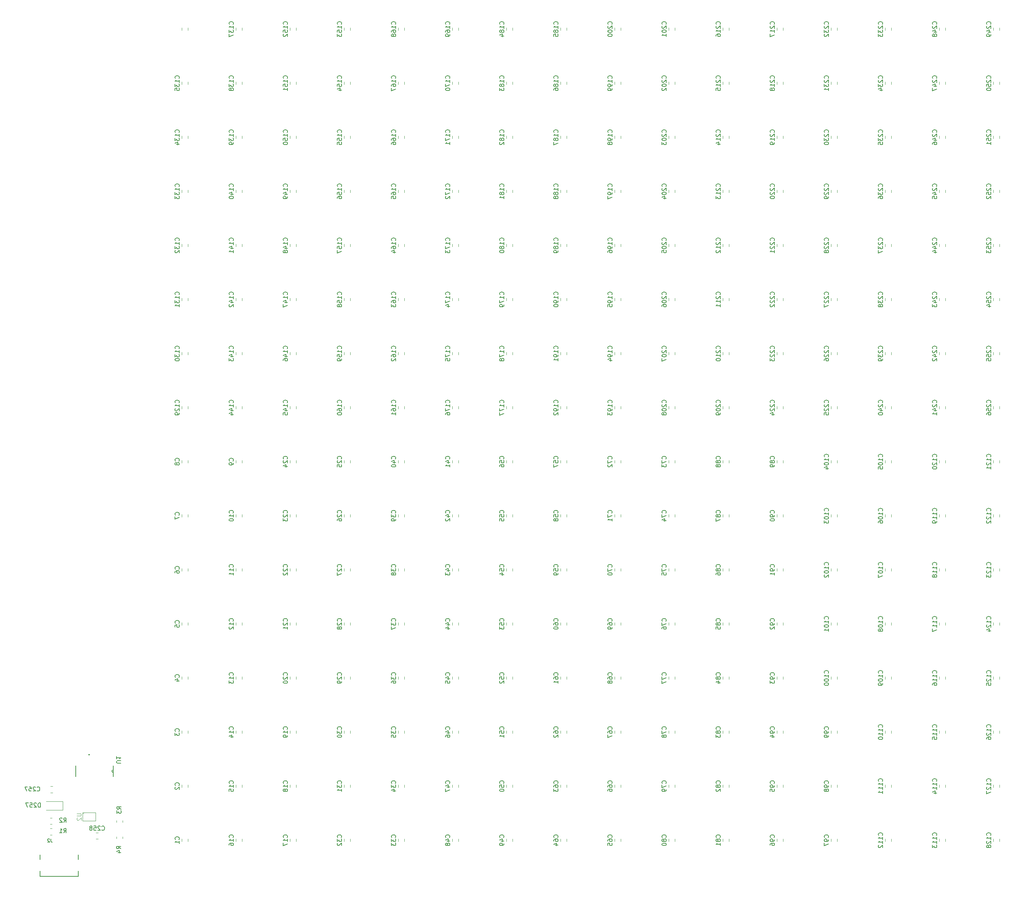
<source format=gbr>
%TF.GenerationSoftware,KiCad,Pcbnew,(7.0.0-0)*%
%TF.CreationDate,2023-09-26T09:25:19-06:00*%
%TF.ProjectId,led-matrix-v2-0,6c65642d-6d61-4747-9269-782d76322d30,4*%
%TF.SameCoordinates,Original*%
%TF.FileFunction,Legend,Bot*%
%TF.FilePolarity,Positive*%
%FSLAX46Y46*%
G04 Gerber Fmt 4.6, Leading zero omitted, Abs format (unit mm)*
G04 Created by KiCad (PCBNEW (7.0.0-0)) date 2023-09-26 09:25:19*
%MOMM*%
%LPD*%
G01*
G04 APERTURE LIST*
%ADD10C,0.150000*%
%ADD11C,0.100000*%
%ADD12C,0.120000*%
%ADD13C,0.152400*%
%ADD14C,0.127000*%
G04 APERTURE END LIST*
D10*
%TO.C,C228*%
X234304142Y-100480952D02*
X234351761Y-100433333D01*
X234351761Y-100433333D02*
X234399380Y-100290476D01*
X234399380Y-100290476D02*
X234399380Y-100195238D01*
X234399380Y-100195238D02*
X234351761Y-100052381D01*
X234351761Y-100052381D02*
X234256523Y-99957143D01*
X234256523Y-99957143D02*
X234161285Y-99909524D01*
X234161285Y-99909524D02*
X233970809Y-99861905D01*
X233970809Y-99861905D02*
X233827952Y-99861905D01*
X233827952Y-99861905D02*
X233637476Y-99909524D01*
X233637476Y-99909524D02*
X233542238Y-99957143D01*
X233542238Y-99957143D02*
X233447000Y-100052381D01*
X233447000Y-100052381D02*
X233399380Y-100195238D01*
X233399380Y-100195238D02*
X233399380Y-100290476D01*
X233399380Y-100290476D02*
X233447000Y-100433333D01*
X233447000Y-100433333D02*
X233494619Y-100480952D01*
X233494619Y-100861905D02*
X233447000Y-100909524D01*
X233447000Y-100909524D02*
X233399380Y-101004762D01*
X233399380Y-101004762D02*
X233399380Y-101242857D01*
X233399380Y-101242857D02*
X233447000Y-101338095D01*
X233447000Y-101338095D02*
X233494619Y-101385714D01*
X233494619Y-101385714D02*
X233589857Y-101433333D01*
X233589857Y-101433333D02*
X233685095Y-101433333D01*
X233685095Y-101433333D02*
X233827952Y-101385714D01*
X233827952Y-101385714D02*
X234399380Y-100814286D01*
X234399380Y-100814286D02*
X234399380Y-101433333D01*
X233494619Y-101814286D02*
X233447000Y-101861905D01*
X233447000Y-101861905D02*
X233399380Y-101957143D01*
X233399380Y-101957143D02*
X233399380Y-102195238D01*
X233399380Y-102195238D02*
X233447000Y-102290476D01*
X233447000Y-102290476D02*
X233494619Y-102338095D01*
X233494619Y-102338095D02*
X233589857Y-102385714D01*
X233589857Y-102385714D02*
X233685095Y-102385714D01*
X233685095Y-102385714D02*
X233827952Y-102338095D01*
X233827952Y-102338095D02*
X234399380Y-101766667D01*
X234399380Y-101766667D02*
X234399380Y-102385714D01*
X233827952Y-102957143D02*
X233780333Y-102861905D01*
X233780333Y-102861905D02*
X233732714Y-102814286D01*
X233732714Y-102814286D02*
X233637476Y-102766667D01*
X233637476Y-102766667D02*
X233589857Y-102766667D01*
X233589857Y-102766667D02*
X233494619Y-102814286D01*
X233494619Y-102814286D02*
X233447000Y-102861905D01*
X233447000Y-102861905D02*
X233399380Y-102957143D01*
X233399380Y-102957143D02*
X233399380Y-103147619D01*
X233399380Y-103147619D02*
X233447000Y-103242857D01*
X233447000Y-103242857D02*
X233494619Y-103290476D01*
X233494619Y-103290476D02*
X233589857Y-103338095D01*
X233589857Y-103338095D02*
X233637476Y-103338095D01*
X233637476Y-103338095D02*
X233732714Y-103290476D01*
X233732714Y-103290476D02*
X233780333Y-103242857D01*
X233780333Y-103242857D02*
X233827952Y-103147619D01*
X233827952Y-103147619D02*
X233827952Y-102957143D01*
X233827952Y-102957143D02*
X233875571Y-102861905D01*
X233875571Y-102861905D02*
X233923190Y-102814286D01*
X233923190Y-102814286D02*
X234018428Y-102766667D01*
X234018428Y-102766667D02*
X234208904Y-102766667D01*
X234208904Y-102766667D02*
X234304142Y-102814286D01*
X234304142Y-102814286D02*
X234351761Y-102861905D01*
X234351761Y-102861905D02*
X234399380Y-102957143D01*
X234399380Y-102957143D02*
X234399380Y-103147619D01*
X234399380Y-103147619D02*
X234351761Y-103242857D01*
X234351761Y-103242857D02*
X234304142Y-103290476D01*
X234304142Y-103290476D02*
X234208904Y-103338095D01*
X234208904Y-103338095D02*
X234018428Y-103338095D01*
X234018428Y-103338095D02*
X233923190Y-103290476D01*
X233923190Y-103290476D02*
X233875571Y-103242857D01*
X233875571Y-103242857D02*
X233827952Y-103147619D01*
%TO.C,C36*%
X132704142Y-202557142D02*
X132751761Y-202509523D01*
X132751761Y-202509523D02*
X132799380Y-202366666D01*
X132799380Y-202366666D02*
X132799380Y-202271428D01*
X132799380Y-202271428D02*
X132751761Y-202128571D01*
X132751761Y-202128571D02*
X132656523Y-202033333D01*
X132656523Y-202033333D02*
X132561285Y-201985714D01*
X132561285Y-201985714D02*
X132370809Y-201938095D01*
X132370809Y-201938095D02*
X132227952Y-201938095D01*
X132227952Y-201938095D02*
X132037476Y-201985714D01*
X132037476Y-201985714D02*
X131942238Y-202033333D01*
X131942238Y-202033333D02*
X131847000Y-202128571D01*
X131847000Y-202128571D02*
X131799380Y-202271428D01*
X131799380Y-202271428D02*
X131799380Y-202366666D01*
X131799380Y-202366666D02*
X131847000Y-202509523D01*
X131847000Y-202509523D02*
X131894619Y-202557142D01*
X131799380Y-202890476D02*
X131799380Y-203509523D01*
X131799380Y-203509523D02*
X132180333Y-203176190D01*
X132180333Y-203176190D02*
X132180333Y-203319047D01*
X132180333Y-203319047D02*
X132227952Y-203414285D01*
X132227952Y-203414285D02*
X132275571Y-203461904D01*
X132275571Y-203461904D02*
X132370809Y-203509523D01*
X132370809Y-203509523D02*
X132608904Y-203509523D01*
X132608904Y-203509523D02*
X132704142Y-203461904D01*
X132704142Y-203461904D02*
X132751761Y-203414285D01*
X132751761Y-203414285D02*
X132799380Y-203319047D01*
X132799380Y-203319047D02*
X132799380Y-203033333D01*
X132799380Y-203033333D02*
X132751761Y-202938095D01*
X132751761Y-202938095D02*
X132704142Y-202890476D01*
X131799380Y-204366666D02*
X131799380Y-204176190D01*
X131799380Y-204176190D02*
X131847000Y-204080952D01*
X131847000Y-204080952D02*
X131894619Y-204033333D01*
X131894619Y-204033333D02*
X132037476Y-203938095D01*
X132037476Y-203938095D02*
X132227952Y-203890476D01*
X132227952Y-203890476D02*
X132608904Y-203890476D01*
X132608904Y-203890476D02*
X132704142Y-203938095D01*
X132704142Y-203938095D02*
X132751761Y-203985714D01*
X132751761Y-203985714D02*
X132799380Y-204080952D01*
X132799380Y-204080952D02*
X132799380Y-204271428D01*
X132799380Y-204271428D02*
X132751761Y-204366666D01*
X132751761Y-204366666D02*
X132704142Y-204414285D01*
X132704142Y-204414285D02*
X132608904Y-204461904D01*
X132608904Y-204461904D02*
X132370809Y-204461904D01*
X132370809Y-204461904D02*
X132275571Y-204414285D01*
X132275571Y-204414285D02*
X132227952Y-204366666D01*
X132227952Y-204366666D02*
X132180333Y-204271428D01*
X132180333Y-204271428D02*
X132180333Y-204080952D01*
X132180333Y-204080952D02*
X132227952Y-203985714D01*
X132227952Y-203985714D02*
X132275571Y-203938095D01*
X132275571Y-203938095D02*
X132370809Y-203890476D01*
%TO.C,C19*%
X107304142Y-215257142D02*
X107351761Y-215209523D01*
X107351761Y-215209523D02*
X107399380Y-215066666D01*
X107399380Y-215066666D02*
X107399380Y-214971428D01*
X107399380Y-214971428D02*
X107351761Y-214828571D01*
X107351761Y-214828571D02*
X107256523Y-214733333D01*
X107256523Y-214733333D02*
X107161285Y-214685714D01*
X107161285Y-214685714D02*
X106970809Y-214638095D01*
X106970809Y-214638095D02*
X106827952Y-214638095D01*
X106827952Y-214638095D02*
X106637476Y-214685714D01*
X106637476Y-214685714D02*
X106542238Y-214733333D01*
X106542238Y-214733333D02*
X106447000Y-214828571D01*
X106447000Y-214828571D02*
X106399380Y-214971428D01*
X106399380Y-214971428D02*
X106399380Y-215066666D01*
X106399380Y-215066666D02*
X106447000Y-215209523D01*
X106447000Y-215209523D02*
X106494619Y-215257142D01*
X107399380Y-216209523D02*
X107399380Y-215638095D01*
X107399380Y-215923809D02*
X106399380Y-215923809D01*
X106399380Y-215923809D02*
X106542238Y-215828571D01*
X106542238Y-215828571D02*
X106637476Y-215733333D01*
X106637476Y-215733333D02*
X106685095Y-215638095D01*
X107399380Y-216685714D02*
X107399380Y-216876190D01*
X107399380Y-216876190D02*
X107351761Y-216971428D01*
X107351761Y-216971428D02*
X107304142Y-217019047D01*
X107304142Y-217019047D02*
X107161285Y-217114285D01*
X107161285Y-217114285D02*
X106970809Y-217161904D01*
X106970809Y-217161904D02*
X106589857Y-217161904D01*
X106589857Y-217161904D02*
X106494619Y-217114285D01*
X106494619Y-217114285D02*
X106447000Y-217066666D01*
X106447000Y-217066666D02*
X106399380Y-216971428D01*
X106399380Y-216971428D02*
X106399380Y-216780952D01*
X106399380Y-216780952D02*
X106447000Y-216685714D01*
X106447000Y-216685714D02*
X106494619Y-216638095D01*
X106494619Y-216638095D02*
X106589857Y-216590476D01*
X106589857Y-216590476D02*
X106827952Y-216590476D01*
X106827952Y-216590476D02*
X106923190Y-216638095D01*
X106923190Y-216638095D02*
X106970809Y-216685714D01*
X106970809Y-216685714D02*
X107018428Y-216780952D01*
X107018428Y-216780952D02*
X107018428Y-216971428D01*
X107018428Y-216971428D02*
X106970809Y-217066666D01*
X106970809Y-217066666D02*
X106923190Y-217114285D01*
X106923190Y-217114285D02*
X106827952Y-217161904D01*
%TO.C,C90*%
X221604142Y-164457142D02*
X221651761Y-164409523D01*
X221651761Y-164409523D02*
X221699380Y-164266666D01*
X221699380Y-164266666D02*
X221699380Y-164171428D01*
X221699380Y-164171428D02*
X221651761Y-164028571D01*
X221651761Y-164028571D02*
X221556523Y-163933333D01*
X221556523Y-163933333D02*
X221461285Y-163885714D01*
X221461285Y-163885714D02*
X221270809Y-163838095D01*
X221270809Y-163838095D02*
X221127952Y-163838095D01*
X221127952Y-163838095D02*
X220937476Y-163885714D01*
X220937476Y-163885714D02*
X220842238Y-163933333D01*
X220842238Y-163933333D02*
X220747000Y-164028571D01*
X220747000Y-164028571D02*
X220699380Y-164171428D01*
X220699380Y-164171428D02*
X220699380Y-164266666D01*
X220699380Y-164266666D02*
X220747000Y-164409523D01*
X220747000Y-164409523D02*
X220794619Y-164457142D01*
X221699380Y-164933333D02*
X221699380Y-165123809D01*
X221699380Y-165123809D02*
X221651761Y-165219047D01*
X221651761Y-165219047D02*
X221604142Y-165266666D01*
X221604142Y-165266666D02*
X221461285Y-165361904D01*
X221461285Y-165361904D02*
X221270809Y-165409523D01*
X221270809Y-165409523D02*
X220889857Y-165409523D01*
X220889857Y-165409523D02*
X220794619Y-165361904D01*
X220794619Y-165361904D02*
X220747000Y-165314285D01*
X220747000Y-165314285D02*
X220699380Y-165219047D01*
X220699380Y-165219047D02*
X220699380Y-165028571D01*
X220699380Y-165028571D02*
X220747000Y-164933333D01*
X220747000Y-164933333D02*
X220794619Y-164885714D01*
X220794619Y-164885714D02*
X220889857Y-164838095D01*
X220889857Y-164838095D02*
X221127952Y-164838095D01*
X221127952Y-164838095D02*
X221223190Y-164885714D01*
X221223190Y-164885714D02*
X221270809Y-164933333D01*
X221270809Y-164933333D02*
X221318428Y-165028571D01*
X221318428Y-165028571D02*
X221318428Y-165219047D01*
X221318428Y-165219047D02*
X221270809Y-165314285D01*
X221270809Y-165314285D02*
X221223190Y-165361904D01*
X221223190Y-165361904D02*
X221127952Y-165409523D01*
X220699380Y-166028571D02*
X220699380Y-166123809D01*
X220699380Y-166123809D02*
X220747000Y-166219047D01*
X220747000Y-166219047D02*
X220794619Y-166266666D01*
X220794619Y-166266666D02*
X220889857Y-166314285D01*
X220889857Y-166314285D02*
X221080333Y-166361904D01*
X221080333Y-166361904D02*
X221318428Y-166361904D01*
X221318428Y-166361904D02*
X221508904Y-166314285D01*
X221508904Y-166314285D02*
X221604142Y-166266666D01*
X221604142Y-166266666D02*
X221651761Y-166219047D01*
X221651761Y-166219047D02*
X221699380Y-166123809D01*
X221699380Y-166123809D02*
X221699380Y-166028571D01*
X221699380Y-166028571D02*
X221651761Y-165933333D01*
X221651761Y-165933333D02*
X221604142Y-165885714D01*
X221604142Y-165885714D02*
X221508904Y-165838095D01*
X221508904Y-165838095D02*
X221318428Y-165790476D01*
X221318428Y-165790476D02*
X221080333Y-165790476D01*
X221080333Y-165790476D02*
X220889857Y-165838095D01*
X220889857Y-165838095D02*
X220794619Y-165885714D01*
X220794619Y-165885714D02*
X220747000Y-165933333D01*
X220747000Y-165933333D02*
X220699380Y-166028571D01*
%TO.C,C208*%
X196204142Y-138580952D02*
X196251761Y-138533333D01*
X196251761Y-138533333D02*
X196299380Y-138390476D01*
X196299380Y-138390476D02*
X196299380Y-138295238D01*
X196299380Y-138295238D02*
X196251761Y-138152381D01*
X196251761Y-138152381D02*
X196156523Y-138057143D01*
X196156523Y-138057143D02*
X196061285Y-138009524D01*
X196061285Y-138009524D02*
X195870809Y-137961905D01*
X195870809Y-137961905D02*
X195727952Y-137961905D01*
X195727952Y-137961905D02*
X195537476Y-138009524D01*
X195537476Y-138009524D02*
X195442238Y-138057143D01*
X195442238Y-138057143D02*
X195347000Y-138152381D01*
X195347000Y-138152381D02*
X195299380Y-138295238D01*
X195299380Y-138295238D02*
X195299380Y-138390476D01*
X195299380Y-138390476D02*
X195347000Y-138533333D01*
X195347000Y-138533333D02*
X195394619Y-138580952D01*
X195394619Y-138961905D02*
X195347000Y-139009524D01*
X195347000Y-139009524D02*
X195299380Y-139104762D01*
X195299380Y-139104762D02*
X195299380Y-139342857D01*
X195299380Y-139342857D02*
X195347000Y-139438095D01*
X195347000Y-139438095D02*
X195394619Y-139485714D01*
X195394619Y-139485714D02*
X195489857Y-139533333D01*
X195489857Y-139533333D02*
X195585095Y-139533333D01*
X195585095Y-139533333D02*
X195727952Y-139485714D01*
X195727952Y-139485714D02*
X196299380Y-138914286D01*
X196299380Y-138914286D02*
X196299380Y-139533333D01*
X195299380Y-140152381D02*
X195299380Y-140247619D01*
X195299380Y-140247619D02*
X195347000Y-140342857D01*
X195347000Y-140342857D02*
X195394619Y-140390476D01*
X195394619Y-140390476D02*
X195489857Y-140438095D01*
X195489857Y-140438095D02*
X195680333Y-140485714D01*
X195680333Y-140485714D02*
X195918428Y-140485714D01*
X195918428Y-140485714D02*
X196108904Y-140438095D01*
X196108904Y-140438095D02*
X196204142Y-140390476D01*
X196204142Y-140390476D02*
X196251761Y-140342857D01*
X196251761Y-140342857D02*
X196299380Y-140247619D01*
X196299380Y-140247619D02*
X196299380Y-140152381D01*
X196299380Y-140152381D02*
X196251761Y-140057143D01*
X196251761Y-140057143D02*
X196204142Y-140009524D01*
X196204142Y-140009524D02*
X196108904Y-139961905D01*
X196108904Y-139961905D02*
X195918428Y-139914286D01*
X195918428Y-139914286D02*
X195680333Y-139914286D01*
X195680333Y-139914286D02*
X195489857Y-139961905D01*
X195489857Y-139961905D02*
X195394619Y-140009524D01*
X195394619Y-140009524D02*
X195347000Y-140057143D01*
X195347000Y-140057143D02*
X195299380Y-140152381D01*
X195727952Y-141057143D02*
X195680333Y-140961905D01*
X195680333Y-140961905D02*
X195632714Y-140914286D01*
X195632714Y-140914286D02*
X195537476Y-140866667D01*
X195537476Y-140866667D02*
X195489857Y-140866667D01*
X195489857Y-140866667D02*
X195394619Y-140914286D01*
X195394619Y-140914286D02*
X195347000Y-140961905D01*
X195347000Y-140961905D02*
X195299380Y-141057143D01*
X195299380Y-141057143D02*
X195299380Y-141247619D01*
X195299380Y-141247619D02*
X195347000Y-141342857D01*
X195347000Y-141342857D02*
X195394619Y-141390476D01*
X195394619Y-141390476D02*
X195489857Y-141438095D01*
X195489857Y-141438095D02*
X195537476Y-141438095D01*
X195537476Y-141438095D02*
X195632714Y-141390476D01*
X195632714Y-141390476D02*
X195680333Y-141342857D01*
X195680333Y-141342857D02*
X195727952Y-141247619D01*
X195727952Y-141247619D02*
X195727952Y-141057143D01*
X195727952Y-141057143D02*
X195775571Y-140961905D01*
X195775571Y-140961905D02*
X195823190Y-140914286D01*
X195823190Y-140914286D02*
X195918428Y-140866667D01*
X195918428Y-140866667D02*
X196108904Y-140866667D01*
X196108904Y-140866667D02*
X196204142Y-140914286D01*
X196204142Y-140914286D02*
X196251761Y-140961905D01*
X196251761Y-140961905D02*
X196299380Y-141057143D01*
X196299380Y-141057143D02*
X196299380Y-141247619D01*
X196299380Y-141247619D02*
X196251761Y-141342857D01*
X196251761Y-141342857D02*
X196204142Y-141390476D01*
X196204142Y-141390476D02*
X196108904Y-141438095D01*
X196108904Y-141438095D02*
X195918428Y-141438095D01*
X195918428Y-141438095D02*
X195823190Y-141390476D01*
X195823190Y-141390476D02*
X195775571Y-141342857D01*
X195775571Y-141342857D02*
X195727952Y-141247619D01*
%TO.C,C153*%
X120004142Y-49680952D02*
X120051761Y-49633333D01*
X120051761Y-49633333D02*
X120099380Y-49490476D01*
X120099380Y-49490476D02*
X120099380Y-49395238D01*
X120099380Y-49395238D02*
X120051761Y-49252381D01*
X120051761Y-49252381D02*
X119956523Y-49157143D01*
X119956523Y-49157143D02*
X119861285Y-49109524D01*
X119861285Y-49109524D02*
X119670809Y-49061905D01*
X119670809Y-49061905D02*
X119527952Y-49061905D01*
X119527952Y-49061905D02*
X119337476Y-49109524D01*
X119337476Y-49109524D02*
X119242238Y-49157143D01*
X119242238Y-49157143D02*
X119147000Y-49252381D01*
X119147000Y-49252381D02*
X119099380Y-49395238D01*
X119099380Y-49395238D02*
X119099380Y-49490476D01*
X119099380Y-49490476D02*
X119147000Y-49633333D01*
X119147000Y-49633333D02*
X119194619Y-49680952D01*
X120099380Y-50633333D02*
X120099380Y-50061905D01*
X120099380Y-50347619D02*
X119099380Y-50347619D01*
X119099380Y-50347619D02*
X119242238Y-50252381D01*
X119242238Y-50252381D02*
X119337476Y-50157143D01*
X119337476Y-50157143D02*
X119385095Y-50061905D01*
X119099380Y-51538095D02*
X119099380Y-51061905D01*
X119099380Y-51061905D02*
X119575571Y-51014286D01*
X119575571Y-51014286D02*
X119527952Y-51061905D01*
X119527952Y-51061905D02*
X119480333Y-51157143D01*
X119480333Y-51157143D02*
X119480333Y-51395238D01*
X119480333Y-51395238D02*
X119527952Y-51490476D01*
X119527952Y-51490476D02*
X119575571Y-51538095D01*
X119575571Y-51538095D02*
X119670809Y-51585714D01*
X119670809Y-51585714D02*
X119908904Y-51585714D01*
X119908904Y-51585714D02*
X120004142Y-51538095D01*
X120004142Y-51538095D02*
X120051761Y-51490476D01*
X120051761Y-51490476D02*
X120099380Y-51395238D01*
X120099380Y-51395238D02*
X120099380Y-51157143D01*
X120099380Y-51157143D02*
X120051761Y-51061905D01*
X120051761Y-51061905D02*
X120004142Y-51014286D01*
X119099380Y-51919048D02*
X119099380Y-52538095D01*
X119099380Y-52538095D02*
X119480333Y-52204762D01*
X119480333Y-52204762D02*
X119480333Y-52347619D01*
X119480333Y-52347619D02*
X119527952Y-52442857D01*
X119527952Y-52442857D02*
X119575571Y-52490476D01*
X119575571Y-52490476D02*
X119670809Y-52538095D01*
X119670809Y-52538095D02*
X119908904Y-52538095D01*
X119908904Y-52538095D02*
X120004142Y-52490476D01*
X120004142Y-52490476D02*
X120051761Y-52442857D01*
X120051761Y-52442857D02*
X120099380Y-52347619D01*
X120099380Y-52347619D02*
X120099380Y-52061905D01*
X120099380Y-52061905D02*
X120051761Y-51966667D01*
X120051761Y-51966667D02*
X120004142Y-51919048D01*
%TO.C,C47*%
X145404142Y-227957142D02*
X145451761Y-227909523D01*
X145451761Y-227909523D02*
X145499380Y-227766666D01*
X145499380Y-227766666D02*
X145499380Y-227671428D01*
X145499380Y-227671428D02*
X145451761Y-227528571D01*
X145451761Y-227528571D02*
X145356523Y-227433333D01*
X145356523Y-227433333D02*
X145261285Y-227385714D01*
X145261285Y-227385714D02*
X145070809Y-227338095D01*
X145070809Y-227338095D02*
X144927952Y-227338095D01*
X144927952Y-227338095D02*
X144737476Y-227385714D01*
X144737476Y-227385714D02*
X144642238Y-227433333D01*
X144642238Y-227433333D02*
X144547000Y-227528571D01*
X144547000Y-227528571D02*
X144499380Y-227671428D01*
X144499380Y-227671428D02*
X144499380Y-227766666D01*
X144499380Y-227766666D02*
X144547000Y-227909523D01*
X144547000Y-227909523D02*
X144594619Y-227957142D01*
X144832714Y-228814285D02*
X145499380Y-228814285D01*
X144451761Y-228576190D02*
X145166047Y-228338095D01*
X145166047Y-228338095D02*
X145166047Y-228957142D01*
X144499380Y-229242857D02*
X144499380Y-229909523D01*
X144499380Y-229909523D02*
X145499380Y-229480952D01*
%TO.C,C200*%
X183504142Y-49680952D02*
X183551761Y-49633333D01*
X183551761Y-49633333D02*
X183599380Y-49490476D01*
X183599380Y-49490476D02*
X183599380Y-49395238D01*
X183599380Y-49395238D02*
X183551761Y-49252381D01*
X183551761Y-49252381D02*
X183456523Y-49157143D01*
X183456523Y-49157143D02*
X183361285Y-49109524D01*
X183361285Y-49109524D02*
X183170809Y-49061905D01*
X183170809Y-49061905D02*
X183027952Y-49061905D01*
X183027952Y-49061905D02*
X182837476Y-49109524D01*
X182837476Y-49109524D02*
X182742238Y-49157143D01*
X182742238Y-49157143D02*
X182647000Y-49252381D01*
X182647000Y-49252381D02*
X182599380Y-49395238D01*
X182599380Y-49395238D02*
X182599380Y-49490476D01*
X182599380Y-49490476D02*
X182647000Y-49633333D01*
X182647000Y-49633333D02*
X182694619Y-49680952D01*
X182694619Y-50061905D02*
X182647000Y-50109524D01*
X182647000Y-50109524D02*
X182599380Y-50204762D01*
X182599380Y-50204762D02*
X182599380Y-50442857D01*
X182599380Y-50442857D02*
X182647000Y-50538095D01*
X182647000Y-50538095D02*
X182694619Y-50585714D01*
X182694619Y-50585714D02*
X182789857Y-50633333D01*
X182789857Y-50633333D02*
X182885095Y-50633333D01*
X182885095Y-50633333D02*
X183027952Y-50585714D01*
X183027952Y-50585714D02*
X183599380Y-50014286D01*
X183599380Y-50014286D02*
X183599380Y-50633333D01*
X182599380Y-51252381D02*
X182599380Y-51347619D01*
X182599380Y-51347619D02*
X182647000Y-51442857D01*
X182647000Y-51442857D02*
X182694619Y-51490476D01*
X182694619Y-51490476D02*
X182789857Y-51538095D01*
X182789857Y-51538095D02*
X182980333Y-51585714D01*
X182980333Y-51585714D02*
X183218428Y-51585714D01*
X183218428Y-51585714D02*
X183408904Y-51538095D01*
X183408904Y-51538095D02*
X183504142Y-51490476D01*
X183504142Y-51490476D02*
X183551761Y-51442857D01*
X183551761Y-51442857D02*
X183599380Y-51347619D01*
X183599380Y-51347619D02*
X183599380Y-51252381D01*
X183599380Y-51252381D02*
X183551761Y-51157143D01*
X183551761Y-51157143D02*
X183504142Y-51109524D01*
X183504142Y-51109524D02*
X183408904Y-51061905D01*
X183408904Y-51061905D02*
X183218428Y-51014286D01*
X183218428Y-51014286D02*
X182980333Y-51014286D01*
X182980333Y-51014286D02*
X182789857Y-51061905D01*
X182789857Y-51061905D02*
X182694619Y-51109524D01*
X182694619Y-51109524D02*
X182647000Y-51157143D01*
X182647000Y-51157143D02*
X182599380Y-51252381D01*
X182599380Y-52204762D02*
X182599380Y-52300000D01*
X182599380Y-52300000D02*
X182647000Y-52395238D01*
X182647000Y-52395238D02*
X182694619Y-52442857D01*
X182694619Y-52442857D02*
X182789857Y-52490476D01*
X182789857Y-52490476D02*
X182980333Y-52538095D01*
X182980333Y-52538095D02*
X183218428Y-52538095D01*
X183218428Y-52538095D02*
X183408904Y-52490476D01*
X183408904Y-52490476D02*
X183504142Y-52442857D01*
X183504142Y-52442857D02*
X183551761Y-52395238D01*
X183551761Y-52395238D02*
X183599380Y-52300000D01*
X183599380Y-52300000D02*
X183599380Y-52204762D01*
X183599380Y-52204762D02*
X183551761Y-52109524D01*
X183551761Y-52109524D02*
X183504142Y-52061905D01*
X183504142Y-52061905D02*
X183408904Y-52014286D01*
X183408904Y-52014286D02*
X183218428Y-51966667D01*
X183218428Y-51966667D02*
X182980333Y-51966667D01*
X182980333Y-51966667D02*
X182789857Y-52014286D01*
X182789857Y-52014286D02*
X182694619Y-52061905D01*
X182694619Y-52061905D02*
X182647000Y-52109524D01*
X182647000Y-52109524D02*
X182599380Y-52204762D01*
%TO.C,C28*%
X120004142Y-189857142D02*
X120051761Y-189809523D01*
X120051761Y-189809523D02*
X120099380Y-189666666D01*
X120099380Y-189666666D02*
X120099380Y-189571428D01*
X120099380Y-189571428D02*
X120051761Y-189428571D01*
X120051761Y-189428571D02*
X119956523Y-189333333D01*
X119956523Y-189333333D02*
X119861285Y-189285714D01*
X119861285Y-189285714D02*
X119670809Y-189238095D01*
X119670809Y-189238095D02*
X119527952Y-189238095D01*
X119527952Y-189238095D02*
X119337476Y-189285714D01*
X119337476Y-189285714D02*
X119242238Y-189333333D01*
X119242238Y-189333333D02*
X119147000Y-189428571D01*
X119147000Y-189428571D02*
X119099380Y-189571428D01*
X119099380Y-189571428D02*
X119099380Y-189666666D01*
X119099380Y-189666666D02*
X119147000Y-189809523D01*
X119147000Y-189809523D02*
X119194619Y-189857142D01*
X119194619Y-190238095D02*
X119147000Y-190285714D01*
X119147000Y-190285714D02*
X119099380Y-190380952D01*
X119099380Y-190380952D02*
X119099380Y-190619047D01*
X119099380Y-190619047D02*
X119147000Y-190714285D01*
X119147000Y-190714285D02*
X119194619Y-190761904D01*
X119194619Y-190761904D02*
X119289857Y-190809523D01*
X119289857Y-190809523D02*
X119385095Y-190809523D01*
X119385095Y-190809523D02*
X119527952Y-190761904D01*
X119527952Y-190761904D02*
X120099380Y-190190476D01*
X120099380Y-190190476D02*
X120099380Y-190809523D01*
X119527952Y-191380952D02*
X119480333Y-191285714D01*
X119480333Y-191285714D02*
X119432714Y-191238095D01*
X119432714Y-191238095D02*
X119337476Y-191190476D01*
X119337476Y-191190476D02*
X119289857Y-191190476D01*
X119289857Y-191190476D02*
X119194619Y-191238095D01*
X119194619Y-191238095D02*
X119147000Y-191285714D01*
X119147000Y-191285714D02*
X119099380Y-191380952D01*
X119099380Y-191380952D02*
X119099380Y-191571428D01*
X119099380Y-191571428D02*
X119147000Y-191666666D01*
X119147000Y-191666666D02*
X119194619Y-191714285D01*
X119194619Y-191714285D02*
X119289857Y-191761904D01*
X119289857Y-191761904D02*
X119337476Y-191761904D01*
X119337476Y-191761904D02*
X119432714Y-191714285D01*
X119432714Y-191714285D02*
X119480333Y-191666666D01*
X119480333Y-191666666D02*
X119527952Y-191571428D01*
X119527952Y-191571428D02*
X119527952Y-191380952D01*
X119527952Y-191380952D02*
X119575571Y-191285714D01*
X119575571Y-191285714D02*
X119623190Y-191238095D01*
X119623190Y-191238095D02*
X119718428Y-191190476D01*
X119718428Y-191190476D02*
X119908904Y-191190476D01*
X119908904Y-191190476D02*
X120004142Y-191238095D01*
X120004142Y-191238095D02*
X120051761Y-191285714D01*
X120051761Y-191285714D02*
X120099380Y-191380952D01*
X120099380Y-191380952D02*
X120099380Y-191571428D01*
X120099380Y-191571428D02*
X120051761Y-191666666D01*
X120051761Y-191666666D02*
X120004142Y-191714285D01*
X120004142Y-191714285D02*
X119908904Y-191761904D01*
X119908904Y-191761904D02*
X119718428Y-191761904D01*
X119718428Y-191761904D02*
X119623190Y-191714285D01*
X119623190Y-191714285D02*
X119575571Y-191666666D01*
X119575571Y-191666666D02*
X119527952Y-191571428D01*
%TO.C,C173*%
X145404142Y-100480952D02*
X145451761Y-100433333D01*
X145451761Y-100433333D02*
X145499380Y-100290476D01*
X145499380Y-100290476D02*
X145499380Y-100195238D01*
X145499380Y-100195238D02*
X145451761Y-100052381D01*
X145451761Y-100052381D02*
X145356523Y-99957143D01*
X145356523Y-99957143D02*
X145261285Y-99909524D01*
X145261285Y-99909524D02*
X145070809Y-99861905D01*
X145070809Y-99861905D02*
X144927952Y-99861905D01*
X144927952Y-99861905D02*
X144737476Y-99909524D01*
X144737476Y-99909524D02*
X144642238Y-99957143D01*
X144642238Y-99957143D02*
X144547000Y-100052381D01*
X144547000Y-100052381D02*
X144499380Y-100195238D01*
X144499380Y-100195238D02*
X144499380Y-100290476D01*
X144499380Y-100290476D02*
X144547000Y-100433333D01*
X144547000Y-100433333D02*
X144594619Y-100480952D01*
X145499380Y-101433333D02*
X145499380Y-100861905D01*
X145499380Y-101147619D02*
X144499380Y-101147619D01*
X144499380Y-101147619D02*
X144642238Y-101052381D01*
X144642238Y-101052381D02*
X144737476Y-100957143D01*
X144737476Y-100957143D02*
X144785095Y-100861905D01*
X144499380Y-101766667D02*
X144499380Y-102433333D01*
X144499380Y-102433333D02*
X145499380Y-102004762D01*
X144499380Y-102719048D02*
X144499380Y-103338095D01*
X144499380Y-103338095D02*
X144880333Y-103004762D01*
X144880333Y-103004762D02*
X144880333Y-103147619D01*
X144880333Y-103147619D02*
X144927952Y-103242857D01*
X144927952Y-103242857D02*
X144975571Y-103290476D01*
X144975571Y-103290476D02*
X145070809Y-103338095D01*
X145070809Y-103338095D02*
X145308904Y-103338095D01*
X145308904Y-103338095D02*
X145404142Y-103290476D01*
X145404142Y-103290476D02*
X145451761Y-103242857D01*
X145451761Y-103242857D02*
X145499380Y-103147619D01*
X145499380Y-103147619D02*
X145499380Y-102861905D01*
X145499380Y-102861905D02*
X145451761Y-102766667D01*
X145451761Y-102766667D02*
X145404142Y-102719048D01*
%TO.C,C220*%
X221604142Y-87780952D02*
X221651761Y-87733333D01*
X221651761Y-87733333D02*
X221699380Y-87590476D01*
X221699380Y-87590476D02*
X221699380Y-87495238D01*
X221699380Y-87495238D02*
X221651761Y-87352381D01*
X221651761Y-87352381D02*
X221556523Y-87257143D01*
X221556523Y-87257143D02*
X221461285Y-87209524D01*
X221461285Y-87209524D02*
X221270809Y-87161905D01*
X221270809Y-87161905D02*
X221127952Y-87161905D01*
X221127952Y-87161905D02*
X220937476Y-87209524D01*
X220937476Y-87209524D02*
X220842238Y-87257143D01*
X220842238Y-87257143D02*
X220747000Y-87352381D01*
X220747000Y-87352381D02*
X220699380Y-87495238D01*
X220699380Y-87495238D02*
X220699380Y-87590476D01*
X220699380Y-87590476D02*
X220747000Y-87733333D01*
X220747000Y-87733333D02*
X220794619Y-87780952D01*
X220794619Y-88161905D02*
X220747000Y-88209524D01*
X220747000Y-88209524D02*
X220699380Y-88304762D01*
X220699380Y-88304762D02*
X220699380Y-88542857D01*
X220699380Y-88542857D02*
X220747000Y-88638095D01*
X220747000Y-88638095D02*
X220794619Y-88685714D01*
X220794619Y-88685714D02*
X220889857Y-88733333D01*
X220889857Y-88733333D02*
X220985095Y-88733333D01*
X220985095Y-88733333D02*
X221127952Y-88685714D01*
X221127952Y-88685714D02*
X221699380Y-88114286D01*
X221699380Y-88114286D02*
X221699380Y-88733333D01*
X220794619Y-89114286D02*
X220747000Y-89161905D01*
X220747000Y-89161905D02*
X220699380Y-89257143D01*
X220699380Y-89257143D02*
X220699380Y-89495238D01*
X220699380Y-89495238D02*
X220747000Y-89590476D01*
X220747000Y-89590476D02*
X220794619Y-89638095D01*
X220794619Y-89638095D02*
X220889857Y-89685714D01*
X220889857Y-89685714D02*
X220985095Y-89685714D01*
X220985095Y-89685714D02*
X221127952Y-89638095D01*
X221127952Y-89638095D02*
X221699380Y-89066667D01*
X221699380Y-89066667D02*
X221699380Y-89685714D01*
X220699380Y-90304762D02*
X220699380Y-90400000D01*
X220699380Y-90400000D02*
X220747000Y-90495238D01*
X220747000Y-90495238D02*
X220794619Y-90542857D01*
X220794619Y-90542857D02*
X220889857Y-90590476D01*
X220889857Y-90590476D02*
X221080333Y-90638095D01*
X221080333Y-90638095D02*
X221318428Y-90638095D01*
X221318428Y-90638095D02*
X221508904Y-90590476D01*
X221508904Y-90590476D02*
X221604142Y-90542857D01*
X221604142Y-90542857D02*
X221651761Y-90495238D01*
X221651761Y-90495238D02*
X221699380Y-90400000D01*
X221699380Y-90400000D02*
X221699380Y-90304762D01*
X221699380Y-90304762D02*
X221651761Y-90209524D01*
X221651761Y-90209524D02*
X221604142Y-90161905D01*
X221604142Y-90161905D02*
X221508904Y-90114286D01*
X221508904Y-90114286D02*
X221318428Y-90066667D01*
X221318428Y-90066667D02*
X221080333Y-90066667D01*
X221080333Y-90066667D02*
X220889857Y-90114286D01*
X220889857Y-90114286D02*
X220794619Y-90161905D01*
X220794619Y-90161905D02*
X220747000Y-90209524D01*
X220747000Y-90209524D02*
X220699380Y-90304762D01*
%TO.C,C113*%
X259704142Y-240180952D02*
X259751761Y-240133333D01*
X259751761Y-240133333D02*
X259799380Y-239990476D01*
X259799380Y-239990476D02*
X259799380Y-239895238D01*
X259799380Y-239895238D02*
X259751761Y-239752381D01*
X259751761Y-239752381D02*
X259656523Y-239657143D01*
X259656523Y-239657143D02*
X259561285Y-239609524D01*
X259561285Y-239609524D02*
X259370809Y-239561905D01*
X259370809Y-239561905D02*
X259227952Y-239561905D01*
X259227952Y-239561905D02*
X259037476Y-239609524D01*
X259037476Y-239609524D02*
X258942238Y-239657143D01*
X258942238Y-239657143D02*
X258847000Y-239752381D01*
X258847000Y-239752381D02*
X258799380Y-239895238D01*
X258799380Y-239895238D02*
X258799380Y-239990476D01*
X258799380Y-239990476D02*
X258847000Y-240133333D01*
X258847000Y-240133333D02*
X258894619Y-240180952D01*
X259799380Y-241133333D02*
X259799380Y-240561905D01*
X259799380Y-240847619D02*
X258799380Y-240847619D01*
X258799380Y-240847619D02*
X258942238Y-240752381D01*
X258942238Y-240752381D02*
X259037476Y-240657143D01*
X259037476Y-240657143D02*
X259085095Y-240561905D01*
X259799380Y-242085714D02*
X259799380Y-241514286D01*
X259799380Y-241800000D02*
X258799380Y-241800000D01*
X258799380Y-241800000D02*
X258942238Y-241704762D01*
X258942238Y-241704762D02*
X259037476Y-241609524D01*
X259037476Y-241609524D02*
X259085095Y-241514286D01*
X258799380Y-242419048D02*
X258799380Y-243038095D01*
X258799380Y-243038095D02*
X259180333Y-242704762D01*
X259180333Y-242704762D02*
X259180333Y-242847619D01*
X259180333Y-242847619D02*
X259227952Y-242942857D01*
X259227952Y-242942857D02*
X259275571Y-242990476D01*
X259275571Y-242990476D02*
X259370809Y-243038095D01*
X259370809Y-243038095D02*
X259608904Y-243038095D01*
X259608904Y-243038095D02*
X259704142Y-242990476D01*
X259704142Y-242990476D02*
X259751761Y-242942857D01*
X259751761Y-242942857D02*
X259799380Y-242847619D01*
X259799380Y-242847619D02*
X259799380Y-242561905D01*
X259799380Y-242561905D02*
X259751761Y-242466667D01*
X259751761Y-242466667D02*
X259704142Y-242419048D01*
%TO.C,C100*%
X234304142Y-202080952D02*
X234351761Y-202033333D01*
X234351761Y-202033333D02*
X234399380Y-201890476D01*
X234399380Y-201890476D02*
X234399380Y-201795238D01*
X234399380Y-201795238D02*
X234351761Y-201652381D01*
X234351761Y-201652381D02*
X234256523Y-201557143D01*
X234256523Y-201557143D02*
X234161285Y-201509524D01*
X234161285Y-201509524D02*
X233970809Y-201461905D01*
X233970809Y-201461905D02*
X233827952Y-201461905D01*
X233827952Y-201461905D02*
X233637476Y-201509524D01*
X233637476Y-201509524D02*
X233542238Y-201557143D01*
X233542238Y-201557143D02*
X233447000Y-201652381D01*
X233447000Y-201652381D02*
X233399380Y-201795238D01*
X233399380Y-201795238D02*
X233399380Y-201890476D01*
X233399380Y-201890476D02*
X233447000Y-202033333D01*
X233447000Y-202033333D02*
X233494619Y-202080952D01*
X234399380Y-203033333D02*
X234399380Y-202461905D01*
X234399380Y-202747619D02*
X233399380Y-202747619D01*
X233399380Y-202747619D02*
X233542238Y-202652381D01*
X233542238Y-202652381D02*
X233637476Y-202557143D01*
X233637476Y-202557143D02*
X233685095Y-202461905D01*
X233399380Y-203652381D02*
X233399380Y-203747619D01*
X233399380Y-203747619D02*
X233447000Y-203842857D01*
X233447000Y-203842857D02*
X233494619Y-203890476D01*
X233494619Y-203890476D02*
X233589857Y-203938095D01*
X233589857Y-203938095D02*
X233780333Y-203985714D01*
X233780333Y-203985714D02*
X234018428Y-203985714D01*
X234018428Y-203985714D02*
X234208904Y-203938095D01*
X234208904Y-203938095D02*
X234304142Y-203890476D01*
X234304142Y-203890476D02*
X234351761Y-203842857D01*
X234351761Y-203842857D02*
X234399380Y-203747619D01*
X234399380Y-203747619D02*
X234399380Y-203652381D01*
X234399380Y-203652381D02*
X234351761Y-203557143D01*
X234351761Y-203557143D02*
X234304142Y-203509524D01*
X234304142Y-203509524D02*
X234208904Y-203461905D01*
X234208904Y-203461905D02*
X234018428Y-203414286D01*
X234018428Y-203414286D02*
X233780333Y-203414286D01*
X233780333Y-203414286D02*
X233589857Y-203461905D01*
X233589857Y-203461905D02*
X233494619Y-203509524D01*
X233494619Y-203509524D02*
X233447000Y-203557143D01*
X233447000Y-203557143D02*
X233399380Y-203652381D01*
X233399380Y-204604762D02*
X233399380Y-204700000D01*
X233399380Y-204700000D02*
X233447000Y-204795238D01*
X233447000Y-204795238D02*
X233494619Y-204842857D01*
X233494619Y-204842857D02*
X233589857Y-204890476D01*
X233589857Y-204890476D02*
X233780333Y-204938095D01*
X233780333Y-204938095D02*
X234018428Y-204938095D01*
X234018428Y-204938095D02*
X234208904Y-204890476D01*
X234208904Y-204890476D02*
X234304142Y-204842857D01*
X234304142Y-204842857D02*
X234351761Y-204795238D01*
X234351761Y-204795238D02*
X234399380Y-204700000D01*
X234399380Y-204700000D02*
X234399380Y-204604762D01*
X234399380Y-204604762D02*
X234351761Y-204509524D01*
X234351761Y-204509524D02*
X234304142Y-204461905D01*
X234304142Y-204461905D02*
X234208904Y-204414286D01*
X234208904Y-204414286D02*
X234018428Y-204366667D01*
X234018428Y-204366667D02*
X233780333Y-204366667D01*
X233780333Y-204366667D02*
X233589857Y-204414286D01*
X233589857Y-204414286D02*
X233494619Y-204461905D01*
X233494619Y-204461905D02*
X233447000Y-204509524D01*
X233447000Y-204509524D02*
X233399380Y-204604762D01*
%TO.C,C162*%
X132704142Y-125880952D02*
X132751761Y-125833333D01*
X132751761Y-125833333D02*
X132799380Y-125690476D01*
X132799380Y-125690476D02*
X132799380Y-125595238D01*
X132799380Y-125595238D02*
X132751761Y-125452381D01*
X132751761Y-125452381D02*
X132656523Y-125357143D01*
X132656523Y-125357143D02*
X132561285Y-125309524D01*
X132561285Y-125309524D02*
X132370809Y-125261905D01*
X132370809Y-125261905D02*
X132227952Y-125261905D01*
X132227952Y-125261905D02*
X132037476Y-125309524D01*
X132037476Y-125309524D02*
X131942238Y-125357143D01*
X131942238Y-125357143D02*
X131847000Y-125452381D01*
X131847000Y-125452381D02*
X131799380Y-125595238D01*
X131799380Y-125595238D02*
X131799380Y-125690476D01*
X131799380Y-125690476D02*
X131847000Y-125833333D01*
X131847000Y-125833333D02*
X131894619Y-125880952D01*
X132799380Y-126833333D02*
X132799380Y-126261905D01*
X132799380Y-126547619D02*
X131799380Y-126547619D01*
X131799380Y-126547619D02*
X131942238Y-126452381D01*
X131942238Y-126452381D02*
X132037476Y-126357143D01*
X132037476Y-126357143D02*
X132085095Y-126261905D01*
X131799380Y-127690476D02*
X131799380Y-127500000D01*
X131799380Y-127500000D02*
X131847000Y-127404762D01*
X131847000Y-127404762D02*
X131894619Y-127357143D01*
X131894619Y-127357143D02*
X132037476Y-127261905D01*
X132037476Y-127261905D02*
X132227952Y-127214286D01*
X132227952Y-127214286D02*
X132608904Y-127214286D01*
X132608904Y-127214286D02*
X132704142Y-127261905D01*
X132704142Y-127261905D02*
X132751761Y-127309524D01*
X132751761Y-127309524D02*
X132799380Y-127404762D01*
X132799380Y-127404762D02*
X132799380Y-127595238D01*
X132799380Y-127595238D02*
X132751761Y-127690476D01*
X132751761Y-127690476D02*
X132704142Y-127738095D01*
X132704142Y-127738095D02*
X132608904Y-127785714D01*
X132608904Y-127785714D02*
X132370809Y-127785714D01*
X132370809Y-127785714D02*
X132275571Y-127738095D01*
X132275571Y-127738095D02*
X132227952Y-127690476D01*
X132227952Y-127690476D02*
X132180333Y-127595238D01*
X132180333Y-127595238D02*
X132180333Y-127404762D01*
X132180333Y-127404762D02*
X132227952Y-127309524D01*
X132227952Y-127309524D02*
X132275571Y-127261905D01*
X132275571Y-127261905D02*
X132370809Y-127214286D01*
X131894619Y-128166667D02*
X131847000Y-128214286D01*
X131847000Y-128214286D02*
X131799380Y-128309524D01*
X131799380Y-128309524D02*
X131799380Y-128547619D01*
X131799380Y-128547619D02*
X131847000Y-128642857D01*
X131847000Y-128642857D02*
X131894619Y-128690476D01*
X131894619Y-128690476D02*
X131989857Y-128738095D01*
X131989857Y-128738095D02*
X132085095Y-128738095D01*
X132085095Y-128738095D02*
X132227952Y-128690476D01*
X132227952Y-128690476D02*
X132799380Y-128119048D01*
X132799380Y-128119048D02*
X132799380Y-128738095D01*
%TO.C,C215*%
X208904142Y-62380952D02*
X208951761Y-62333333D01*
X208951761Y-62333333D02*
X208999380Y-62190476D01*
X208999380Y-62190476D02*
X208999380Y-62095238D01*
X208999380Y-62095238D02*
X208951761Y-61952381D01*
X208951761Y-61952381D02*
X208856523Y-61857143D01*
X208856523Y-61857143D02*
X208761285Y-61809524D01*
X208761285Y-61809524D02*
X208570809Y-61761905D01*
X208570809Y-61761905D02*
X208427952Y-61761905D01*
X208427952Y-61761905D02*
X208237476Y-61809524D01*
X208237476Y-61809524D02*
X208142238Y-61857143D01*
X208142238Y-61857143D02*
X208047000Y-61952381D01*
X208047000Y-61952381D02*
X207999380Y-62095238D01*
X207999380Y-62095238D02*
X207999380Y-62190476D01*
X207999380Y-62190476D02*
X208047000Y-62333333D01*
X208047000Y-62333333D02*
X208094619Y-62380952D01*
X208094619Y-62761905D02*
X208047000Y-62809524D01*
X208047000Y-62809524D02*
X207999380Y-62904762D01*
X207999380Y-62904762D02*
X207999380Y-63142857D01*
X207999380Y-63142857D02*
X208047000Y-63238095D01*
X208047000Y-63238095D02*
X208094619Y-63285714D01*
X208094619Y-63285714D02*
X208189857Y-63333333D01*
X208189857Y-63333333D02*
X208285095Y-63333333D01*
X208285095Y-63333333D02*
X208427952Y-63285714D01*
X208427952Y-63285714D02*
X208999380Y-62714286D01*
X208999380Y-62714286D02*
X208999380Y-63333333D01*
X208999380Y-64285714D02*
X208999380Y-63714286D01*
X208999380Y-64000000D02*
X207999380Y-64000000D01*
X207999380Y-64000000D02*
X208142238Y-63904762D01*
X208142238Y-63904762D02*
X208237476Y-63809524D01*
X208237476Y-63809524D02*
X208285095Y-63714286D01*
X207999380Y-65190476D02*
X207999380Y-64714286D01*
X207999380Y-64714286D02*
X208475571Y-64666667D01*
X208475571Y-64666667D02*
X208427952Y-64714286D01*
X208427952Y-64714286D02*
X208380333Y-64809524D01*
X208380333Y-64809524D02*
X208380333Y-65047619D01*
X208380333Y-65047619D02*
X208427952Y-65142857D01*
X208427952Y-65142857D02*
X208475571Y-65190476D01*
X208475571Y-65190476D02*
X208570809Y-65238095D01*
X208570809Y-65238095D02*
X208808904Y-65238095D01*
X208808904Y-65238095D02*
X208904142Y-65190476D01*
X208904142Y-65190476D02*
X208951761Y-65142857D01*
X208951761Y-65142857D02*
X208999380Y-65047619D01*
X208999380Y-65047619D02*
X208999380Y-64809524D01*
X208999380Y-64809524D02*
X208951761Y-64714286D01*
X208951761Y-64714286D02*
X208904142Y-64666667D01*
%TO.C,C27*%
X120004142Y-177157142D02*
X120051761Y-177109523D01*
X120051761Y-177109523D02*
X120099380Y-176966666D01*
X120099380Y-176966666D02*
X120099380Y-176871428D01*
X120099380Y-176871428D02*
X120051761Y-176728571D01*
X120051761Y-176728571D02*
X119956523Y-176633333D01*
X119956523Y-176633333D02*
X119861285Y-176585714D01*
X119861285Y-176585714D02*
X119670809Y-176538095D01*
X119670809Y-176538095D02*
X119527952Y-176538095D01*
X119527952Y-176538095D02*
X119337476Y-176585714D01*
X119337476Y-176585714D02*
X119242238Y-176633333D01*
X119242238Y-176633333D02*
X119147000Y-176728571D01*
X119147000Y-176728571D02*
X119099380Y-176871428D01*
X119099380Y-176871428D02*
X119099380Y-176966666D01*
X119099380Y-176966666D02*
X119147000Y-177109523D01*
X119147000Y-177109523D02*
X119194619Y-177157142D01*
X119194619Y-177538095D02*
X119147000Y-177585714D01*
X119147000Y-177585714D02*
X119099380Y-177680952D01*
X119099380Y-177680952D02*
X119099380Y-177919047D01*
X119099380Y-177919047D02*
X119147000Y-178014285D01*
X119147000Y-178014285D02*
X119194619Y-178061904D01*
X119194619Y-178061904D02*
X119289857Y-178109523D01*
X119289857Y-178109523D02*
X119385095Y-178109523D01*
X119385095Y-178109523D02*
X119527952Y-178061904D01*
X119527952Y-178061904D02*
X120099380Y-177490476D01*
X120099380Y-177490476D02*
X120099380Y-178109523D01*
X119099380Y-178442857D02*
X119099380Y-179109523D01*
X119099380Y-179109523D02*
X120099380Y-178680952D01*
%TO.C,C53*%
X158104142Y-189857142D02*
X158151761Y-189809523D01*
X158151761Y-189809523D02*
X158199380Y-189666666D01*
X158199380Y-189666666D02*
X158199380Y-189571428D01*
X158199380Y-189571428D02*
X158151761Y-189428571D01*
X158151761Y-189428571D02*
X158056523Y-189333333D01*
X158056523Y-189333333D02*
X157961285Y-189285714D01*
X157961285Y-189285714D02*
X157770809Y-189238095D01*
X157770809Y-189238095D02*
X157627952Y-189238095D01*
X157627952Y-189238095D02*
X157437476Y-189285714D01*
X157437476Y-189285714D02*
X157342238Y-189333333D01*
X157342238Y-189333333D02*
X157247000Y-189428571D01*
X157247000Y-189428571D02*
X157199380Y-189571428D01*
X157199380Y-189571428D02*
X157199380Y-189666666D01*
X157199380Y-189666666D02*
X157247000Y-189809523D01*
X157247000Y-189809523D02*
X157294619Y-189857142D01*
X157199380Y-190761904D02*
X157199380Y-190285714D01*
X157199380Y-190285714D02*
X157675571Y-190238095D01*
X157675571Y-190238095D02*
X157627952Y-190285714D01*
X157627952Y-190285714D02*
X157580333Y-190380952D01*
X157580333Y-190380952D02*
X157580333Y-190619047D01*
X157580333Y-190619047D02*
X157627952Y-190714285D01*
X157627952Y-190714285D02*
X157675571Y-190761904D01*
X157675571Y-190761904D02*
X157770809Y-190809523D01*
X157770809Y-190809523D02*
X158008904Y-190809523D01*
X158008904Y-190809523D02*
X158104142Y-190761904D01*
X158104142Y-190761904D02*
X158151761Y-190714285D01*
X158151761Y-190714285D02*
X158199380Y-190619047D01*
X158199380Y-190619047D02*
X158199380Y-190380952D01*
X158199380Y-190380952D02*
X158151761Y-190285714D01*
X158151761Y-190285714D02*
X158104142Y-190238095D01*
X157199380Y-191142857D02*
X157199380Y-191761904D01*
X157199380Y-191761904D02*
X157580333Y-191428571D01*
X157580333Y-191428571D02*
X157580333Y-191571428D01*
X157580333Y-191571428D02*
X157627952Y-191666666D01*
X157627952Y-191666666D02*
X157675571Y-191714285D01*
X157675571Y-191714285D02*
X157770809Y-191761904D01*
X157770809Y-191761904D02*
X158008904Y-191761904D01*
X158008904Y-191761904D02*
X158104142Y-191714285D01*
X158104142Y-191714285D02*
X158151761Y-191666666D01*
X158151761Y-191666666D02*
X158199380Y-191571428D01*
X158199380Y-191571428D02*
X158199380Y-191285714D01*
X158199380Y-191285714D02*
X158151761Y-191190476D01*
X158151761Y-191190476D02*
X158104142Y-191142857D01*
%TO.C,C59*%
X170804142Y-177157142D02*
X170851761Y-177109523D01*
X170851761Y-177109523D02*
X170899380Y-176966666D01*
X170899380Y-176966666D02*
X170899380Y-176871428D01*
X170899380Y-176871428D02*
X170851761Y-176728571D01*
X170851761Y-176728571D02*
X170756523Y-176633333D01*
X170756523Y-176633333D02*
X170661285Y-176585714D01*
X170661285Y-176585714D02*
X170470809Y-176538095D01*
X170470809Y-176538095D02*
X170327952Y-176538095D01*
X170327952Y-176538095D02*
X170137476Y-176585714D01*
X170137476Y-176585714D02*
X170042238Y-176633333D01*
X170042238Y-176633333D02*
X169947000Y-176728571D01*
X169947000Y-176728571D02*
X169899380Y-176871428D01*
X169899380Y-176871428D02*
X169899380Y-176966666D01*
X169899380Y-176966666D02*
X169947000Y-177109523D01*
X169947000Y-177109523D02*
X169994619Y-177157142D01*
X169899380Y-178061904D02*
X169899380Y-177585714D01*
X169899380Y-177585714D02*
X170375571Y-177538095D01*
X170375571Y-177538095D02*
X170327952Y-177585714D01*
X170327952Y-177585714D02*
X170280333Y-177680952D01*
X170280333Y-177680952D02*
X170280333Y-177919047D01*
X170280333Y-177919047D02*
X170327952Y-178014285D01*
X170327952Y-178014285D02*
X170375571Y-178061904D01*
X170375571Y-178061904D02*
X170470809Y-178109523D01*
X170470809Y-178109523D02*
X170708904Y-178109523D01*
X170708904Y-178109523D02*
X170804142Y-178061904D01*
X170804142Y-178061904D02*
X170851761Y-178014285D01*
X170851761Y-178014285D02*
X170899380Y-177919047D01*
X170899380Y-177919047D02*
X170899380Y-177680952D01*
X170899380Y-177680952D02*
X170851761Y-177585714D01*
X170851761Y-177585714D02*
X170804142Y-177538095D01*
X170899380Y-178585714D02*
X170899380Y-178776190D01*
X170899380Y-178776190D02*
X170851761Y-178871428D01*
X170851761Y-178871428D02*
X170804142Y-178919047D01*
X170804142Y-178919047D02*
X170661285Y-179014285D01*
X170661285Y-179014285D02*
X170470809Y-179061904D01*
X170470809Y-179061904D02*
X170089857Y-179061904D01*
X170089857Y-179061904D02*
X169994619Y-179014285D01*
X169994619Y-179014285D02*
X169947000Y-178966666D01*
X169947000Y-178966666D02*
X169899380Y-178871428D01*
X169899380Y-178871428D02*
X169899380Y-178680952D01*
X169899380Y-178680952D02*
X169947000Y-178585714D01*
X169947000Y-178585714D02*
X169994619Y-178538095D01*
X169994619Y-178538095D02*
X170089857Y-178490476D01*
X170089857Y-178490476D02*
X170327952Y-178490476D01*
X170327952Y-178490476D02*
X170423190Y-178538095D01*
X170423190Y-178538095D02*
X170470809Y-178585714D01*
X170470809Y-178585714D02*
X170518428Y-178680952D01*
X170518428Y-178680952D02*
X170518428Y-178871428D01*
X170518428Y-178871428D02*
X170470809Y-178966666D01*
X170470809Y-178966666D02*
X170423190Y-179014285D01*
X170423190Y-179014285D02*
X170327952Y-179061904D01*
%TO.C,C256*%
X272404142Y-138580952D02*
X272451761Y-138533333D01*
X272451761Y-138533333D02*
X272499380Y-138390476D01*
X272499380Y-138390476D02*
X272499380Y-138295238D01*
X272499380Y-138295238D02*
X272451761Y-138152381D01*
X272451761Y-138152381D02*
X272356523Y-138057143D01*
X272356523Y-138057143D02*
X272261285Y-138009524D01*
X272261285Y-138009524D02*
X272070809Y-137961905D01*
X272070809Y-137961905D02*
X271927952Y-137961905D01*
X271927952Y-137961905D02*
X271737476Y-138009524D01*
X271737476Y-138009524D02*
X271642238Y-138057143D01*
X271642238Y-138057143D02*
X271547000Y-138152381D01*
X271547000Y-138152381D02*
X271499380Y-138295238D01*
X271499380Y-138295238D02*
X271499380Y-138390476D01*
X271499380Y-138390476D02*
X271547000Y-138533333D01*
X271547000Y-138533333D02*
X271594619Y-138580952D01*
X271594619Y-138961905D02*
X271547000Y-139009524D01*
X271547000Y-139009524D02*
X271499380Y-139104762D01*
X271499380Y-139104762D02*
X271499380Y-139342857D01*
X271499380Y-139342857D02*
X271547000Y-139438095D01*
X271547000Y-139438095D02*
X271594619Y-139485714D01*
X271594619Y-139485714D02*
X271689857Y-139533333D01*
X271689857Y-139533333D02*
X271785095Y-139533333D01*
X271785095Y-139533333D02*
X271927952Y-139485714D01*
X271927952Y-139485714D02*
X272499380Y-138914286D01*
X272499380Y-138914286D02*
X272499380Y-139533333D01*
X271499380Y-140438095D02*
X271499380Y-139961905D01*
X271499380Y-139961905D02*
X271975571Y-139914286D01*
X271975571Y-139914286D02*
X271927952Y-139961905D01*
X271927952Y-139961905D02*
X271880333Y-140057143D01*
X271880333Y-140057143D02*
X271880333Y-140295238D01*
X271880333Y-140295238D02*
X271927952Y-140390476D01*
X271927952Y-140390476D02*
X271975571Y-140438095D01*
X271975571Y-140438095D02*
X272070809Y-140485714D01*
X272070809Y-140485714D02*
X272308904Y-140485714D01*
X272308904Y-140485714D02*
X272404142Y-140438095D01*
X272404142Y-140438095D02*
X272451761Y-140390476D01*
X272451761Y-140390476D02*
X272499380Y-140295238D01*
X272499380Y-140295238D02*
X272499380Y-140057143D01*
X272499380Y-140057143D02*
X272451761Y-139961905D01*
X272451761Y-139961905D02*
X272404142Y-139914286D01*
X271499380Y-141342857D02*
X271499380Y-141152381D01*
X271499380Y-141152381D02*
X271547000Y-141057143D01*
X271547000Y-141057143D02*
X271594619Y-141009524D01*
X271594619Y-141009524D02*
X271737476Y-140914286D01*
X271737476Y-140914286D02*
X271927952Y-140866667D01*
X271927952Y-140866667D02*
X272308904Y-140866667D01*
X272308904Y-140866667D02*
X272404142Y-140914286D01*
X272404142Y-140914286D02*
X272451761Y-140961905D01*
X272451761Y-140961905D02*
X272499380Y-141057143D01*
X272499380Y-141057143D02*
X272499380Y-141247619D01*
X272499380Y-141247619D02*
X272451761Y-141342857D01*
X272451761Y-141342857D02*
X272404142Y-141390476D01*
X272404142Y-141390476D02*
X272308904Y-141438095D01*
X272308904Y-141438095D02*
X272070809Y-141438095D01*
X272070809Y-141438095D02*
X271975571Y-141390476D01*
X271975571Y-141390476D02*
X271927952Y-141342857D01*
X271927952Y-141342857D02*
X271880333Y-141247619D01*
X271880333Y-141247619D02*
X271880333Y-141057143D01*
X271880333Y-141057143D02*
X271927952Y-140961905D01*
X271927952Y-140961905D02*
X271975571Y-140914286D01*
X271975571Y-140914286D02*
X272070809Y-140866667D01*
%TO.C,C125*%
X272404142Y-202080952D02*
X272451761Y-202033333D01*
X272451761Y-202033333D02*
X272499380Y-201890476D01*
X272499380Y-201890476D02*
X272499380Y-201795238D01*
X272499380Y-201795238D02*
X272451761Y-201652381D01*
X272451761Y-201652381D02*
X272356523Y-201557143D01*
X272356523Y-201557143D02*
X272261285Y-201509524D01*
X272261285Y-201509524D02*
X272070809Y-201461905D01*
X272070809Y-201461905D02*
X271927952Y-201461905D01*
X271927952Y-201461905D02*
X271737476Y-201509524D01*
X271737476Y-201509524D02*
X271642238Y-201557143D01*
X271642238Y-201557143D02*
X271547000Y-201652381D01*
X271547000Y-201652381D02*
X271499380Y-201795238D01*
X271499380Y-201795238D02*
X271499380Y-201890476D01*
X271499380Y-201890476D02*
X271547000Y-202033333D01*
X271547000Y-202033333D02*
X271594619Y-202080952D01*
X272499380Y-203033333D02*
X272499380Y-202461905D01*
X272499380Y-202747619D02*
X271499380Y-202747619D01*
X271499380Y-202747619D02*
X271642238Y-202652381D01*
X271642238Y-202652381D02*
X271737476Y-202557143D01*
X271737476Y-202557143D02*
X271785095Y-202461905D01*
X271594619Y-203414286D02*
X271547000Y-203461905D01*
X271547000Y-203461905D02*
X271499380Y-203557143D01*
X271499380Y-203557143D02*
X271499380Y-203795238D01*
X271499380Y-203795238D02*
X271547000Y-203890476D01*
X271547000Y-203890476D02*
X271594619Y-203938095D01*
X271594619Y-203938095D02*
X271689857Y-203985714D01*
X271689857Y-203985714D02*
X271785095Y-203985714D01*
X271785095Y-203985714D02*
X271927952Y-203938095D01*
X271927952Y-203938095D02*
X272499380Y-203366667D01*
X272499380Y-203366667D02*
X272499380Y-203985714D01*
X271499380Y-204890476D02*
X271499380Y-204414286D01*
X271499380Y-204414286D02*
X271975571Y-204366667D01*
X271975571Y-204366667D02*
X271927952Y-204414286D01*
X271927952Y-204414286D02*
X271880333Y-204509524D01*
X271880333Y-204509524D02*
X271880333Y-204747619D01*
X271880333Y-204747619D02*
X271927952Y-204842857D01*
X271927952Y-204842857D02*
X271975571Y-204890476D01*
X271975571Y-204890476D02*
X272070809Y-204938095D01*
X272070809Y-204938095D02*
X272308904Y-204938095D01*
X272308904Y-204938095D02*
X272404142Y-204890476D01*
X272404142Y-204890476D02*
X272451761Y-204842857D01*
X272451761Y-204842857D02*
X272499380Y-204747619D01*
X272499380Y-204747619D02*
X272499380Y-204509524D01*
X272499380Y-204509524D02*
X272451761Y-204414286D01*
X272451761Y-204414286D02*
X272404142Y-204366667D01*
%TO.C,C23*%
X107304142Y-164457142D02*
X107351761Y-164409523D01*
X107351761Y-164409523D02*
X107399380Y-164266666D01*
X107399380Y-164266666D02*
X107399380Y-164171428D01*
X107399380Y-164171428D02*
X107351761Y-164028571D01*
X107351761Y-164028571D02*
X107256523Y-163933333D01*
X107256523Y-163933333D02*
X107161285Y-163885714D01*
X107161285Y-163885714D02*
X106970809Y-163838095D01*
X106970809Y-163838095D02*
X106827952Y-163838095D01*
X106827952Y-163838095D02*
X106637476Y-163885714D01*
X106637476Y-163885714D02*
X106542238Y-163933333D01*
X106542238Y-163933333D02*
X106447000Y-164028571D01*
X106447000Y-164028571D02*
X106399380Y-164171428D01*
X106399380Y-164171428D02*
X106399380Y-164266666D01*
X106399380Y-164266666D02*
X106447000Y-164409523D01*
X106447000Y-164409523D02*
X106494619Y-164457142D01*
X106494619Y-164838095D02*
X106447000Y-164885714D01*
X106447000Y-164885714D02*
X106399380Y-164980952D01*
X106399380Y-164980952D02*
X106399380Y-165219047D01*
X106399380Y-165219047D02*
X106447000Y-165314285D01*
X106447000Y-165314285D02*
X106494619Y-165361904D01*
X106494619Y-165361904D02*
X106589857Y-165409523D01*
X106589857Y-165409523D02*
X106685095Y-165409523D01*
X106685095Y-165409523D02*
X106827952Y-165361904D01*
X106827952Y-165361904D02*
X107399380Y-164790476D01*
X107399380Y-164790476D02*
X107399380Y-165409523D01*
X106399380Y-165742857D02*
X106399380Y-166361904D01*
X106399380Y-166361904D02*
X106780333Y-166028571D01*
X106780333Y-166028571D02*
X106780333Y-166171428D01*
X106780333Y-166171428D02*
X106827952Y-166266666D01*
X106827952Y-166266666D02*
X106875571Y-166314285D01*
X106875571Y-166314285D02*
X106970809Y-166361904D01*
X106970809Y-166361904D02*
X107208904Y-166361904D01*
X107208904Y-166361904D02*
X107304142Y-166314285D01*
X107304142Y-166314285D02*
X107351761Y-166266666D01*
X107351761Y-166266666D02*
X107399380Y-166171428D01*
X107399380Y-166171428D02*
X107399380Y-165885714D01*
X107399380Y-165885714D02*
X107351761Y-165790476D01*
X107351761Y-165790476D02*
X107304142Y-165742857D01*
%TO.C,C167*%
X132704142Y-62380952D02*
X132751761Y-62333333D01*
X132751761Y-62333333D02*
X132799380Y-62190476D01*
X132799380Y-62190476D02*
X132799380Y-62095238D01*
X132799380Y-62095238D02*
X132751761Y-61952381D01*
X132751761Y-61952381D02*
X132656523Y-61857143D01*
X132656523Y-61857143D02*
X132561285Y-61809524D01*
X132561285Y-61809524D02*
X132370809Y-61761905D01*
X132370809Y-61761905D02*
X132227952Y-61761905D01*
X132227952Y-61761905D02*
X132037476Y-61809524D01*
X132037476Y-61809524D02*
X131942238Y-61857143D01*
X131942238Y-61857143D02*
X131847000Y-61952381D01*
X131847000Y-61952381D02*
X131799380Y-62095238D01*
X131799380Y-62095238D02*
X131799380Y-62190476D01*
X131799380Y-62190476D02*
X131847000Y-62333333D01*
X131847000Y-62333333D02*
X131894619Y-62380952D01*
X132799380Y-63333333D02*
X132799380Y-62761905D01*
X132799380Y-63047619D02*
X131799380Y-63047619D01*
X131799380Y-63047619D02*
X131942238Y-62952381D01*
X131942238Y-62952381D02*
X132037476Y-62857143D01*
X132037476Y-62857143D02*
X132085095Y-62761905D01*
X131799380Y-64190476D02*
X131799380Y-64000000D01*
X131799380Y-64000000D02*
X131847000Y-63904762D01*
X131847000Y-63904762D02*
X131894619Y-63857143D01*
X131894619Y-63857143D02*
X132037476Y-63761905D01*
X132037476Y-63761905D02*
X132227952Y-63714286D01*
X132227952Y-63714286D02*
X132608904Y-63714286D01*
X132608904Y-63714286D02*
X132704142Y-63761905D01*
X132704142Y-63761905D02*
X132751761Y-63809524D01*
X132751761Y-63809524D02*
X132799380Y-63904762D01*
X132799380Y-63904762D02*
X132799380Y-64095238D01*
X132799380Y-64095238D02*
X132751761Y-64190476D01*
X132751761Y-64190476D02*
X132704142Y-64238095D01*
X132704142Y-64238095D02*
X132608904Y-64285714D01*
X132608904Y-64285714D02*
X132370809Y-64285714D01*
X132370809Y-64285714D02*
X132275571Y-64238095D01*
X132275571Y-64238095D02*
X132227952Y-64190476D01*
X132227952Y-64190476D02*
X132180333Y-64095238D01*
X132180333Y-64095238D02*
X132180333Y-63904762D01*
X132180333Y-63904762D02*
X132227952Y-63809524D01*
X132227952Y-63809524D02*
X132275571Y-63761905D01*
X132275571Y-63761905D02*
X132370809Y-63714286D01*
X131799380Y-64619048D02*
X131799380Y-65285714D01*
X131799380Y-65285714D02*
X132799380Y-64857143D01*
%TO.C,C108*%
X247004142Y-189380952D02*
X247051761Y-189333333D01*
X247051761Y-189333333D02*
X247099380Y-189190476D01*
X247099380Y-189190476D02*
X247099380Y-189095238D01*
X247099380Y-189095238D02*
X247051761Y-188952381D01*
X247051761Y-188952381D02*
X246956523Y-188857143D01*
X246956523Y-188857143D02*
X246861285Y-188809524D01*
X246861285Y-188809524D02*
X246670809Y-188761905D01*
X246670809Y-188761905D02*
X246527952Y-188761905D01*
X246527952Y-188761905D02*
X246337476Y-188809524D01*
X246337476Y-188809524D02*
X246242238Y-188857143D01*
X246242238Y-188857143D02*
X246147000Y-188952381D01*
X246147000Y-188952381D02*
X246099380Y-189095238D01*
X246099380Y-189095238D02*
X246099380Y-189190476D01*
X246099380Y-189190476D02*
X246147000Y-189333333D01*
X246147000Y-189333333D02*
X246194619Y-189380952D01*
X247099380Y-190333333D02*
X247099380Y-189761905D01*
X247099380Y-190047619D02*
X246099380Y-190047619D01*
X246099380Y-190047619D02*
X246242238Y-189952381D01*
X246242238Y-189952381D02*
X246337476Y-189857143D01*
X246337476Y-189857143D02*
X246385095Y-189761905D01*
X246099380Y-190952381D02*
X246099380Y-191047619D01*
X246099380Y-191047619D02*
X246147000Y-191142857D01*
X246147000Y-191142857D02*
X246194619Y-191190476D01*
X246194619Y-191190476D02*
X246289857Y-191238095D01*
X246289857Y-191238095D02*
X246480333Y-191285714D01*
X246480333Y-191285714D02*
X246718428Y-191285714D01*
X246718428Y-191285714D02*
X246908904Y-191238095D01*
X246908904Y-191238095D02*
X247004142Y-191190476D01*
X247004142Y-191190476D02*
X247051761Y-191142857D01*
X247051761Y-191142857D02*
X247099380Y-191047619D01*
X247099380Y-191047619D02*
X247099380Y-190952381D01*
X247099380Y-190952381D02*
X247051761Y-190857143D01*
X247051761Y-190857143D02*
X247004142Y-190809524D01*
X247004142Y-190809524D02*
X246908904Y-190761905D01*
X246908904Y-190761905D02*
X246718428Y-190714286D01*
X246718428Y-190714286D02*
X246480333Y-190714286D01*
X246480333Y-190714286D02*
X246289857Y-190761905D01*
X246289857Y-190761905D02*
X246194619Y-190809524D01*
X246194619Y-190809524D02*
X246147000Y-190857143D01*
X246147000Y-190857143D02*
X246099380Y-190952381D01*
X246527952Y-191857143D02*
X246480333Y-191761905D01*
X246480333Y-191761905D02*
X246432714Y-191714286D01*
X246432714Y-191714286D02*
X246337476Y-191666667D01*
X246337476Y-191666667D02*
X246289857Y-191666667D01*
X246289857Y-191666667D02*
X246194619Y-191714286D01*
X246194619Y-191714286D02*
X246147000Y-191761905D01*
X246147000Y-191761905D02*
X246099380Y-191857143D01*
X246099380Y-191857143D02*
X246099380Y-192047619D01*
X246099380Y-192047619D02*
X246147000Y-192142857D01*
X246147000Y-192142857D02*
X246194619Y-192190476D01*
X246194619Y-192190476D02*
X246289857Y-192238095D01*
X246289857Y-192238095D02*
X246337476Y-192238095D01*
X246337476Y-192238095D02*
X246432714Y-192190476D01*
X246432714Y-192190476D02*
X246480333Y-192142857D01*
X246480333Y-192142857D02*
X246527952Y-192047619D01*
X246527952Y-192047619D02*
X246527952Y-191857143D01*
X246527952Y-191857143D02*
X246575571Y-191761905D01*
X246575571Y-191761905D02*
X246623190Y-191714286D01*
X246623190Y-191714286D02*
X246718428Y-191666667D01*
X246718428Y-191666667D02*
X246908904Y-191666667D01*
X246908904Y-191666667D02*
X247004142Y-191714286D01*
X247004142Y-191714286D02*
X247051761Y-191761905D01*
X247051761Y-191761905D02*
X247099380Y-191857143D01*
X247099380Y-191857143D02*
X247099380Y-192047619D01*
X247099380Y-192047619D02*
X247051761Y-192142857D01*
X247051761Y-192142857D02*
X247004142Y-192190476D01*
X247004142Y-192190476D02*
X246908904Y-192238095D01*
X246908904Y-192238095D02*
X246718428Y-192238095D01*
X246718428Y-192238095D02*
X246623190Y-192190476D01*
X246623190Y-192190476D02*
X246575571Y-192142857D01*
X246575571Y-192142857D02*
X246527952Y-192047619D01*
%TO.C,C166*%
X132704142Y-75080952D02*
X132751761Y-75033333D01*
X132751761Y-75033333D02*
X132799380Y-74890476D01*
X132799380Y-74890476D02*
X132799380Y-74795238D01*
X132799380Y-74795238D02*
X132751761Y-74652381D01*
X132751761Y-74652381D02*
X132656523Y-74557143D01*
X132656523Y-74557143D02*
X132561285Y-74509524D01*
X132561285Y-74509524D02*
X132370809Y-74461905D01*
X132370809Y-74461905D02*
X132227952Y-74461905D01*
X132227952Y-74461905D02*
X132037476Y-74509524D01*
X132037476Y-74509524D02*
X131942238Y-74557143D01*
X131942238Y-74557143D02*
X131847000Y-74652381D01*
X131847000Y-74652381D02*
X131799380Y-74795238D01*
X131799380Y-74795238D02*
X131799380Y-74890476D01*
X131799380Y-74890476D02*
X131847000Y-75033333D01*
X131847000Y-75033333D02*
X131894619Y-75080952D01*
X132799380Y-76033333D02*
X132799380Y-75461905D01*
X132799380Y-75747619D02*
X131799380Y-75747619D01*
X131799380Y-75747619D02*
X131942238Y-75652381D01*
X131942238Y-75652381D02*
X132037476Y-75557143D01*
X132037476Y-75557143D02*
X132085095Y-75461905D01*
X131799380Y-76890476D02*
X131799380Y-76700000D01*
X131799380Y-76700000D02*
X131847000Y-76604762D01*
X131847000Y-76604762D02*
X131894619Y-76557143D01*
X131894619Y-76557143D02*
X132037476Y-76461905D01*
X132037476Y-76461905D02*
X132227952Y-76414286D01*
X132227952Y-76414286D02*
X132608904Y-76414286D01*
X132608904Y-76414286D02*
X132704142Y-76461905D01*
X132704142Y-76461905D02*
X132751761Y-76509524D01*
X132751761Y-76509524D02*
X132799380Y-76604762D01*
X132799380Y-76604762D02*
X132799380Y-76795238D01*
X132799380Y-76795238D02*
X132751761Y-76890476D01*
X132751761Y-76890476D02*
X132704142Y-76938095D01*
X132704142Y-76938095D02*
X132608904Y-76985714D01*
X132608904Y-76985714D02*
X132370809Y-76985714D01*
X132370809Y-76985714D02*
X132275571Y-76938095D01*
X132275571Y-76938095D02*
X132227952Y-76890476D01*
X132227952Y-76890476D02*
X132180333Y-76795238D01*
X132180333Y-76795238D02*
X132180333Y-76604762D01*
X132180333Y-76604762D02*
X132227952Y-76509524D01*
X132227952Y-76509524D02*
X132275571Y-76461905D01*
X132275571Y-76461905D02*
X132370809Y-76414286D01*
X131799380Y-77842857D02*
X131799380Y-77652381D01*
X131799380Y-77652381D02*
X131847000Y-77557143D01*
X131847000Y-77557143D02*
X131894619Y-77509524D01*
X131894619Y-77509524D02*
X132037476Y-77414286D01*
X132037476Y-77414286D02*
X132227952Y-77366667D01*
X132227952Y-77366667D02*
X132608904Y-77366667D01*
X132608904Y-77366667D02*
X132704142Y-77414286D01*
X132704142Y-77414286D02*
X132751761Y-77461905D01*
X132751761Y-77461905D02*
X132799380Y-77557143D01*
X132799380Y-77557143D02*
X132799380Y-77747619D01*
X132799380Y-77747619D02*
X132751761Y-77842857D01*
X132751761Y-77842857D02*
X132704142Y-77890476D01*
X132704142Y-77890476D02*
X132608904Y-77938095D01*
X132608904Y-77938095D02*
X132370809Y-77938095D01*
X132370809Y-77938095D02*
X132275571Y-77890476D01*
X132275571Y-77890476D02*
X132227952Y-77842857D01*
X132227952Y-77842857D02*
X132180333Y-77747619D01*
X132180333Y-77747619D02*
X132180333Y-77557143D01*
X132180333Y-77557143D02*
X132227952Y-77461905D01*
X132227952Y-77461905D02*
X132275571Y-77414286D01*
X132275571Y-77414286D02*
X132370809Y-77366667D01*
%TO.C,C52*%
X158104142Y-202557142D02*
X158151761Y-202509523D01*
X158151761Y-202509523D02*
X158199380Y-202366666D01*
X158199380Y-202366666D02*
X158199380Y-202271428D01*
X158199380Y-202271428D02*
X158151761Y-202128571D01*
X158151761Y-202128571D02*
X158056523Y-202033333D01*
X158056523Y-202033333D02*
X157961285Y-201985714D01*
X157961285Y-201985714D02*
X157770809Y-201938095D01*
X157770809Y-201938095D02*
X157627952Y-201938095D01*
X157627952Y-201938095D02*
X157437476Y-201985714D01*
X157437476Y-201985714D02*
X157342238Y-202033333D01*
X157342238Y-202033333D02*
X157247000Y-202128571D01*
X157247000Y-202128571D02*
X157199380Y-202271428D01*
X157199380Y-202271428D02*
X157199380Y-202366666D01*
X157199380Y-202366666D02*
X157247000Y-202509523D01*
X157247000Y-202509523D02*
X157294619Y-202557142D01*
X157199380Y-203461904D02*
X157199380Y-202985714D01*
X157199380Y-202985714D02*
X157675571Y-202938095D01*
X157675571Y-202938095D02*
X157627952Y-202985714D01*
X157627952Y-202985714D02*
X157580333Y-203080952D01*
X157580333Y-203080952D02*
X157580333Y-203319047D01*
X157580333Y-203319047D02*
X157627952Y-203414285D01*
X157627952Y-203414285D02*
X157675571Y-203461904D01*
X157675571Y-203461904D02*
X157770809Y-203509523D01*
X157770809Y-203509523D02*
X158008904Y-203509523D01*
X158008904Y-203509523D02*
X158104142Y-203461904D01*
X158104142Y-203461904D02*
X158151761Y-203414285D01*
X158151761Y-203414285D02*
X158199380Y-203319047D01*
X158199380Y-203319047D02*
X158199380Y-203080952D01*
X158199380Y-203080952D02*
X158151761Y-202985714D01*
X158151761Y-202985714D02*
X158104142Y-202938095D01*
X157294619Y-203890476D02*
X157247000Y-203938095D01*
X157247000Y-203938095D02*
X157199380Y-204033333D01*
X157199380Y-204033333D02*
X157199380Y-204271428D01*
X157199380Y-204271428D02*
X157247000Y-204366666D01*
X157247000Y-204366666D02*
X157294619Y-204414285D01*
X157294619Y-204414285D02*
X157389857Y-204461904D01*
X157389857Y-204461904D02*
X157485095Y-204461904D01*
X157485095Y-204461904D02*
X157627952Y-204414285D01*
X157627952Y-204414285D02*
X158199380Y-203842857D01*
X158199380Y-203842857D02*
X158199380Y-204461904D01*
%TO.C,C140*%
X94604142Y-87780952D02*
X94651761Y-87733333D01*
X94651761Y-87733333D02*
X94699380Y-87590476D01*
X94699380Y-87590476D02*
X94699380Y-87495238D01*
X94699380Y-87495238D02*
X94651761Y-87352381D01*
X94651761Y-87352381D02*
X94556523Y-87257143D01*
X94556523Y-87257143D02*
X94461285Y-87209524D01*
X94461285Y-87209524D02*
X94270809Y-87161905D01*
X94270809Y-87161905D02*
X94127952Y-87161905D01*
X94127952Y-87161905D02*
X93937476Y-87209524D01*
X93937476Y-87209524D02*
X93842238Y-87257143D01*
X93842238Y-87257143D02*
X93747000Y-87352381D01*
X93747000Y-87352381D02*
X93699380Y-87495238D01*
X93699380Y-87495238D02*
X93699380Y-87590476D01*
X93699380Y-87590476D02*
X93747000Y-87733333D01*
X93747000Y-87733333D02*
X93794619Y-87780952D01*
X94699380Y-88733333D02*
X94699380Y-88161905D01*
X94699380Y-88447619D02*
X93699380Y-88447619D01*
X93699380Y-88447619D02*
X93842238Y-88352381D01*
X93842238Y-88352381D02*
X93937476Y-88257143D01*
X93937476Y-88257143D02*
X93985095Y-88161905D01*
X94032714Y-89590476D02*
X94699380Y-89590476D01*
X93651761Y-89352381D02*
X94366047Y-89114286D01*
X94366047Y-89114286D02*
X94366047Y-89733333D01*
X93699380Y-90304762D02*
X93699380Y-90400000D01*
X93699380Y-90400000D02*
X93747000Y-90495238D01*
X93747000Y-90495238D02*
X93794619Y-90542857D01*
X93794619Y-90542857D02*
X93889857Y-90590476D01*
X93889857Y-90590476D02*
X94080333Y-90638095D01*
X94080333Y-90638095D02*
X94318428Y-90638095D01*
X94318428Y-90638095D02*
X94508904Y-90590476D01*
X94508904Y-90590476D02*
X94604142Y-90542857D01*
X94604142Y-90542857D02*
X94651761Y-90495238D01*
X94651761Y-90495238D02*
X94699380Y-90400000D01*
X94699380Y-90400000D02*
X94699380Y-90304762D01*
X94699380Y-90304762D02*
X94651761Y-90209524D01*
X94651761Y-90209524D02*
X94604142Y-90161905D01*
X94604142Y-90161905D02*
X94508904Y-90114286D01*
X94508904Y-90114286D02*
X94318428Y-90066667D01*
X94318428Y-90066667D02*
X94080333Y-90066667D01*
X94080333Y-90066667D02*
X93889857Y-90114286D01*
X93889857Y-90114286D02*
X93794619Y-90161905D01*
X93794619Y-90161905D02*
X93747000Y-90209524D01*
X93747000Y-90209524D02*
X93699380Y-90304762D01*
%TO.C,C150*%
X107304142Y-75080952D02*
X107351761Y-75033333D01*
X107351761Y-75033333D02*
X107399380Y-74890476D01*
X107399380Y-74890476D02*
X107399380Y-74795238D01*
X107399380Y-74795238D02*
X107351761Y-74652381D01*
X107351761Y-74652381D02*
X107256523Y-74557143D01*
X107256523Y-74557143D02*
X107161285Y-74509524D01*
X107161285Y-74509524D02*
X106970809Y-74461905D01*
X106970809Y-74461905D02*
X106827952Y-74461905D01*
X106827952Y-74461905D02*
X106637476Y-74509524D01*
X106637476Y-74509524D02*
X106542238Y-74557143D01*
X106542238Y-74557143D02*
X106447000Y-74652381D01*
X106447000Y-74652381D02*
X106399380Y-74795238D01*
X106399380Y-74795238D02*
X106399380Y-74890476D01*
X106399380Y-74890476D02*
X106447000Y-75033333D01*
X106447000Y-75033333D02*
X106494619Y-75080952D01*
X107399380Y-76033333D02*
X107399380Y-75461905D01*
X107399380Y-75747619D02*
X106399380Y-75747619D01*
X106399380Y-75747619D02*
X106542238Y-75652381D01*
X106542238Y-75652381D02*
X106637476Y-75557143D01*
X106637476Y-75557143D02*
X106685095Y-75461905D01*
X106399380Y-76938095D02*
X106399380Y-76461905D01*
X106399380Y-76461905D02*
X106875571Y-76414286D01*
X106875571Y-76414286D02*
X106827952Y-76461905D01*
X106827952Y-76461905D02*
X106780333Y-76557143D01*
X106780333Y-76557143D02*
X106780333Y-76795238D01*
X106780333Y-76795238D02*
X106827952Y-76890476D01*
X106827952Y-76890476D02*
X106875571Y-76938095D01*
X106875571Y-76938095D02*
X106970809Y-76985714D01*
X106970809Y-76985714D02*
X107208904Y-76985714D01*
X107208904Y-76985714D02*
X107304142Y-76938095D01*
X107304142Y-76938095D02*
X107351761Y-76890476D01*
X107351761Y-76890476D02*
X107399380Y-76795238D01*
X107399380Y-76795238D02*
X107399380Y-76557143D01*
X107399380Y-76557143D02*
X107351761Y-76461905D01*
X107351761Y-76461905D02*
X107304142Y-76414286D01*
X106399380Y-77604762D02*
X106399380Y-77700000D01*
X106399380Y-77700000D02*
X106447000Y-77795238D01*
X106447000Y-77795238D02*
X106494619Y-77842857D01*
X106494619Y-77842857D02*
X106589857Y-77890476D01*
X106589857Y-77890476D02*
X106780333Y-77938095D01*
X106780333Y-77938095D02*
X107018428Y-77938095D01*
X107018428Y-77938095D02*
X107208904Y-77890476D01*
X107208904Y-77890476D02*
X107304142Y-77842857D01*
X107304142Y-77842857D02*
X107351761Y-77795238D01*
X107351761Y-77795238D02*
X107399380Y-77700000D01*
X107399380Y-77700000D02*
X107399380Y-77604762D01*
X107399380Y-77604762D02*
X107351761Y-77509524D01*
X107351761Y-77509524D02*
X107304142Y-77461905D01*
X107304142Y-77461905D02*
X107208904Y-77414286D01*
X107208904Y-77414286D02*
X107018428Y-77366667D01*
X107018428Y-77366667D02*
X106780333Y-77366667D01*
X106780333Y-77366667D02*
X106589857Y-77414286D01*
X106589857Y-77414286D02*
X106494619Y-77461905D01*
X106494619Y-77461905D02*
X106447000Y-77509524D01*
X106447000Y-77509524D02*
X106399380Y-77604762D01*
%TO.C,C135*%
X81904142Y-62380952D02*
X81951761Y-62333333D01*
X81951761Y-62333333D02*
X81999380Y-62190476D01*
X81999380Y-62190476D02*
X81999380Y-62095238D01*
X81999380Y-62095238D02*
X81951761Y-61952381D01*
X81951761Y-61952381D02*
X81856523Y-61857143D01*
X81856523Y-61857143D02*
X81761285Y-61809524D01*
X81761285Y-61809524D02*
X81570809Y-61761905D01*
X81570809Y-61761905D02*
X81427952Y-61761905D01*
X81427952Y-61761905D02*
X81237476Y-61809524D01*
X81237476Y-61809524D02*
X81142238Y-61857143D01*
X81142238Y-61857143D02*
X81047000Y-61952381D01*
X81047000Y-61952381D02*
X80999380Y-62095238D01*
X80999380Y-62095238D02*
X80999380Y-62190476D01*
X80999380Y-62190476D02*
X81047000Y-62333333D01*
X81047000Y-62333333D02*
X81094619Y-62380952D01*
X81999380Y-63333333D02*
X81999380Y-62761905D01*
X81999380Y-63047619D02*
X80999380Y-63047619D01*
X80999380Y-63047619D02*
X81142238Y-62952381D01*
X81142238Y-62952381D02*
X81237476Y-62857143D01*
X81237476Y-62857143D02*
X81285095Y-62761905D01*
X80999380Y-63666667D02*
X80999380Y-64285714D01*
X80999380Y-64285714D02*
X81380333Y-63952381D01*
X81380333Y-63952381D02*
X81380333Y-64095238D01*
X81380333Y-64095238D02*
X81427952Y-64190476D01*
X81427952Y-64190476D02*
X81475571Y-64238095D01*
X81475571Y-64238095D02*
X81570809Y-64285714D01*
X81570809Y-64285714D02*
X81808904Y-64285714D01*
X81808904Y-64285714D02*
X81904142Y-64238095D01*
X81904142Y-64238095D02*
X81951761Y-64190476D01*
X81951761Y-64190476D02*
X81999380Y-64095238D01*
X81999380Y-64095238D02*
X81999380Y-63809524D01*
X81999380Y-63809524D02*
X81951761Y-63714286D01*
X81951761Y-63714286D02*
X81904142Y-63666667D01*
X80999380Y-65190476D02*
X80999380Y-64714286D01*
X80999380Y-64714286D02*
X81475571Y-64666667D01*
X81475571Y-64666667D02*
X81427952Y-64714286D01*
X81427952Y-64714286D02*
X81380333Y-64809524D01*
X81380333Y-64809524D02*
X81380333Y-65047619D01*
X81380333Y-65047619D02*
X81427952Y-65142857D01*
X81427952Y-65142857D02*
X81475571Y-65190476D01*
X81475571Y-65190476D02*
X81570809Y-65238095D01*
X81570809Y-65238095D02*
X81808904Y-65238095D01*
X81808904Y-65238095D02*
X81904142Y-65190476D01*
X81904142Y-65190476D02*
X81951761Y-65142857D01*
X81951761Y-65142857D02*
X81999380Y-65047619D01*
X81999380Y-65047619D02*
X81999380Y-64809524D01*
X81999380Y-64809524D02*
X81951761Y-64714286D01*
X81951761Y-64714286D02*
X81904142Y-64666667D01*
%TO.C,C211*%
X208904142Y-113180952D02*
X208951761Y-113133333D01*
X208951761Y-113133333D02*
X208999380Y-112990476D01*
X208999380Y-112990476D02*
X208999380Y-112895238D01*
X208999380Y-112895238D02*
X208951761Y-112752381D01*
X208951761Y-112752381D02*
X208856523Y-112657143D01*
X208856523Y-112657143D02*
X208761285Y-112609524D01*
X208761285Y-112609524D02*
X208570809Y-112561905D01*
X208570809Y-112561905D02*
X208427952Y-112561905D01*
X208427952Y-112561905D02*
X208237476Y-112609524D01*
X208237476Y-112609524D02*
X208142238Y-112657143D01*
X208142238Y-112657143D02*
X208047000Y-112752381D01*
X208047000Y-112752381D02*
X207999380Y-112895238D01*
X207999380Y-112895238D02*
X207999380Y-112990476D01*
X207999380Y-112990476D02*
X208047000Y-113133333D01*
X208047000Y-113133333D02*
X208094619Y-113180952D01*
X208094619Y-113561905D02*
X208047000Y-113609524D01*
X208047000Y-113609524D02*
X207999380Y-113704762D01*
X207999380Y-113704762D02*
X207999380Y-113942857D01*
X207999380Y-113942857D02*
X208047000Y-114038095D01*
X208047000Y-114038095D02*
X208094619Y-114085714D01*
X208094619Y-114085714D02*
X208189857Y-114133333D01*
X208189857Y-114133333D02*
X208285095Y-114133333D01*
X208285095Y-114133333D02*
X208427952Y-114085714D01*
X208427952Y-114085714D02*
X208999380Y-113514286D01*
X208999380Y-113514286D02*
X208999380Y-114133333D01*
X208999380Y-115085714D02*
X208999380Y-114514286D01*
X208999380Y-114800000D02*
X207999380Y-114800000D01*
X207999380Y-114800000D02*
X208142238Y-114704762D01*
X208142238Y-114704762D02*
X208237476Y-114609524D01*
X208237476Y-114609524D02*
X208285095Y-114514286D01*
X208999380Y-116038095D02*
X208999380Y-115466667D01*
X208999380Y-115752381D02*
X207999380Y-115752381D01*
X207999380Y-115752381D02*
X208142238Y-115657143D01*
X208142238Y-115657143D02*
X208237476Y-115561905D01*
X208237476Y-115561905D02*
X208285095Y-115466667D01*
%TO.C,C73*%
X196204142Y-151757142D02*
X196251761Y-151709523D01*
X196251761Y-151709523D02*
X196299380Y-151566666D01*
X196299380Y-151566666D02*
X196299380Y-151471428D01*
X196299380Y-151471428D02*
X196251761Y-151328571D01*
X196251761Y-151328571D02*
X196156523Y-151233333D01*
X196156523Y-151233333D02*
X196061285Y-151185714D01*
X196061285Y-151185714D02*
X195870809Y-151138095D01*
X195870809Y-151138095D02*
X195727952Y-151138095D01*
X195727952Y-151138095D02*
X195537476Y-151185714D01*
X195537476Y-151185714D02*
X195442238Y-151233333D01*
X195442238Y-151233333D02*
X195347000Y-151328571D01*
X195347000Y-151328571D02*
X195299380Y-151471428D01*
X195299380Y-151471428D02*
X195299380Y-151566666D01*
X195299380Y-151566666D02*
X195347000Y-151709523D01*
X195347000Y-151709523D02*
X195394619Y-151757142D01*
X195299380Y-152090476D02*
X195299380Y-152757142D01*
X195299380Y-152757142D02*
X196299380Y-152328571D01*
X195299380Y-153042857D02*
X195299380Y-153661904D01*
X195299380Y-153661904D02*
X195680333Y-153328571D01*
X195680333Y-153328571D02*
X195680333Y-153471428D01*
X195680333Y-153471428D02*
X195727952Y-153566666D01*
X195727952Y-153566666D02*
X195775571Y-153614285D01*
X195775571Y-153614285D02*
X195870809Y-153661904D01*
X195870809Y-153661904D02*
X196108904Y-153661904D01*
X196108904Y-153661904D02*
X196204142Y-153614285D01*
X196204142Y-153614285D02*
X196251761Y-153566666D01*
X196251761Y-153566666D02*
X196299380Y-153471428D01*
X196299380Y-153471428D02*
X196299380Y-153185714D01*
X196299380Y-153185714D02*
X196251761Y-153090476D01*
X196251761Y-153090476D02*
X196204142Y-153042857D01*
%TO.C,C172*%
X145404142Y-87780952D02*
X145451761Y-87733333D01*
X145451761Y-87733333D02*
X145499380Y-87590476D01*
X145499380Y-87590476D02*
X145499380Y-87495238D01*
X145499380Y-87495238D02*
X145451761Y-87352381D01*
X145451761Y-87352381D02*
X145356523Y-87257143D01*
X145356523Y-87257143D02*
X145261285Y-87209524D01*
X145261285Y-87209524D02*
X145070809Y-87161905D01*
X145070809Y-87161905D02*
X144927952Y-87161905D01*
X144927952Y-87161905D02*
X144737476Y-87209524D01*
X144737476Y-87209524D02*
X144642238Y-87257143D01*
X144642238Y-87257143D02*
X144547000Y-87352381D01*
X144547000Y-87352381D02*
X144499380Y-87495238D01*
X144499380Y-87495238D02*
X144499380Y-87590476D01*
X144499380Y-87590476D02*
X144547000Y-87733333D01*
X144547000Y-87733333D02*
X144594619Y-87780952D01*
X145499380Y-88733333D02*
X145499380Y-88161905D01*
X145499380Y-88447619D02*
X144499380Y-88447619D01*
X144499380Y-88447619D02*
X144642238Y-88352381D01*
X144642238Y-88352381D02*
X144737476Y-88257143D01*
X144737476Y-88257143D02*
X144785095Y-88161905D01*
X144499380Y-89066667D02*
X144499380Y-89733333D01*
X144499380Y-89733333D02*
X145499380Y-89304762D01*
X144594619Y-90066667D02*
X144547000Y-90114286D01*
X144547000Y-90114286D02*
X144499380Y-90209524D01*
X144499380Y-90209524D02*
X144499380Y-90447619D01*
X144499380Y-90447619D02*
X144547000Y-90542857D01*
X144547000Y-90542857D02*
X144594619Y-90590476D01*
X144594619Y-90590476D02*
X144689857Y-90638095D01*
X144689857Y-90638095D02*
X144785095Y-90638095D01*
X144785095Y-90638095D02*
X144927952Y-90590476D01*
X144927952Y-90590476D02*
X145499380Y-90019048D01*
X145499380Y-90019048D02*
X145499380Y-90638095D01*
%TO.C,C196*%
X183504142Y-100480952D02*
X183551761Y-100433333D01*
X183551761Y-100433333D02*
X183599380Y-100290476D01*
X183599380Y-100290476D02*
X183599380Y-100195238D01*
X183599380Y-100195238D02*
X183551761Y-100052381D01*
X183551761Y-100052381D02*
X183456523Y-99957143D01*
X183456523Y-99957143D02*
X183361285Y-99909524D01*
X183361285Y-99909524D02*
X183170809Y-99861905D01*
X183170809Y-99861905D02*
X183027952Y-99861905D01*
X183027952Y-99861905D02*
X182837476Y-99909524D01*
X182837476Y-99909524D02*
X182742238Y-99957143D01*
X182742238Y-99957143D02*
X182647000Y-100052381D01*
X182647000Y-100052381D02*
X182599380Y-100195238D01*
X182599380Y-100195238D02*
X182599380Y-100290476D01*
X182599380Y-100290476D02*
X182647000Y-100433333D01*
X182647000Y-100433333D02*
X182694619Y-100480952D01*
X183599380Y-101433333D02*
X183599380Y-100861905D01*
X183599380Y-101147619D02*
X182599380Y-101147619D01*
X182599380Y-101147619D02*
X182742238Y-101052381D01*
X182742238Y-101052381D02*
X182837476Y-100957143D01*
X182837476Y-100957143D02*
X182885095Y-100861905D01*
X183599380Y-101909524D02*
X183599380Y-102100000D01*
X183599380Y-102100000D02*
X183551761Y-102195238D01*
X183551761Y-102195238D02*
X183504142Y-102242857D01*
X183504142Y-102242857D02*
X183361285Y-102338095D01*
X183361285Y-102338095D02*
X183170809Y-102385714D01*
X183170809Y-102385714D02*
X182789857Y-102385714D01*
X182789857Y-102385714D02*
X182694619Y-102338095D01*
X182694619Y-102338095D02*
X182647000Y-102290476D01*
X182647000Y-102290476D02*
X182599380Y-102195238D01*
X182599380Y-102195238D02*
X182599380Y-102004762D01*
X182599380Y-102004762D02*
X182647000Y-101909524D01*
X182647000Y-101909524D02*
X182694619Y-101861905D01*
X182694619Y-101861905D02*
X182789857Y-101814286D01*
X182789857Y-101814286D02*
X183027952Y-101814286D01*
X183027952Y-101814286D02*
X183123190Y-101861905D01*
X183123190Y-101861905D02*
X183170809Y-101909524D01*
X183170809Y-101909524D02*
X183218428Y-102004762D01*
X183218428Y-102004762D02*
X183218428Y-102195238D01*
X183218428Y-102195238D02*
X183170809Y-102290476D01*
X183170809Y-102290476D02*
X183123190Y-102338095D01*
X183123190Y-102338095D02*
X183027952Y-102385714D01*
X182599380Y-103242857D02*
X182599380Y-103052381D01*
X182599380Y-103052381D02*
X182647000Y-102957143D01*
X182647000Y-102957143D02*
X182694619Y-102909524D01*
X182694619Y-102909524D02*
X182837476Y-102814286D01*
X182837476Y-102814286D02*
X183027952Y-102766667D01*
X183027952Y-102766667D02*
X183408904Y-102766667D01*
X183408904Y-102766667D02*
X183504142Y-102814286D01*
X183504142Y-102814286D02*
X183551761Y-102861905D01*
X183551761Y-102861905D02*
X183599380Y-102957143D01*
X183599380Y-102957143D02*
X183599380Y-103147619D01*
X183599380Y-103147619D02*
X183551761Y-103242857D01*
X183551761Y-103242857D02*
X183504142Y-103290476D01*
X183504142Y-103290476D02*
X183408904Y-103338095D01*
X183408904Y-103338095D02*
X183170809Y-103338095D01*
X183170809Y-103338095D02*
X183075571Y-103290476D01*
X183075571Y-103290476D02*
X183027952Y-103242857D01*
X183027952Y-103242857D02*
X182980333Y-103147619D01*
X182980333Y-103147619D02*
X182980333Y-102957143D01*
X182980333Y-102957143D02*
X183027952Y-102861905D01*
X183027952Y-102861905D02*
X183075571Y-102814286D01*
X183075571Y-102814286D02*
X183170809Y-102766667D01*
%TO.C,C199*%
X183504142Y-62380952D02*
X183551761Y-62333333D01*
X183551761Y-62333333D02*
X183599380Y-62190476D01*
X183599380Y-62190476D02*
X183599380Y-62095238D01*
X183599380Y-62095238D02*
X183551761Y-61952381D01*
X183551761Y-61952381D02*
X183456523Y-61857143D01*
X183456523Y-61857143D02*
X183361285Y-61809524D01*
X183361285Y-61809524D02*
X183170809Y-61761905D01*
X183170809Y-61761905D02*
X183027952Y-61761905D01*
X183027952Y-61761905D02*
X182837476Y-61809524D01*
X182837476Y-61809524D02*
X182742238Y-61857143D01*
X182742238Y-61857143D02*
X182647000Y-61952381D01*
X182647000Y-61952381D02*
X182599380Y-62095238D01*
X182599380Y-62095238D02*
X182599380Y-62190476D01*
X182599380Y-62190476D02*
X182647000Y-62333333D01*
X182647000Y-62333333D02*
X182694619Y-62380952D01*
X183599380Y-63333333D02*
X183599380Y-62761905D01*
X183599380Y-63047619D02*
X182599380Y-63047619D01*
X182599380Y-63047619D02*
X182742238Y-62952381D01*
X182742238Y-62952381D02*
X182837476Y-62857143D01*
X182837476Y-62857143D02*
X182885095Y-62761905D01*
X183599380Y-63809524D02*
X183599380Y-64000000D01*
X183599380Y-64000000D02*
X183551761Y-64095238D01*
X183551761Y-64095238D02*
X183504142Y-64142857D01*
X183504142Y-64142857D02*
X183361285Y-64238095D01*
X183361285Y-64238095D02*
X183170809Y-64285714D01*
X183170809Y-64285714D02*
X182789857Y-64285714D01*
X182789857Y-64285714D02*
X182694619Y-64238095D01*
X182694619Y-64238095D02*
X182647000Y-64190476D01*
X182647000Y-64190476D02*
X182599380Y-64095238D01*
X182599380Y-64095238D02*
X182599380Y-63904762D01*
X182599380Y-63904762D02*
X182647000Y-63809524D01*
X182647000Y-63809524D02*
X182694619Y-63761905D01*
X182694619Y-63761905D02*
X182789857Y-63714286D01*
X182789857Y-63714286D02*
X183027952Y-63714286D01*
X183027952Y-63714286D02*
X183123190Y-63761905D01*
X183123190Y-63761905D02*
X183170809Y-63809524D01*
X183170809Y-63809524D02*
X183218428Y-63904762D01*
X183218428Y-63904762D02*
X183218428Y-64095238D01*
X183218428Y-64095238D02*
X183170809Y-64190476D01*
X183170809Y-64190476D02*
X183123190Y-64238095D01*
X183123190Y-64238095D02*
X183027952Y-64285714D01*
X183599380Y-64761905D02*
X183599380Y-64952381D01*
X183599380Y-64952381D02*
X183551761Y-65047619D01*
X183551761Y-65047619D02*
X183504142Y-65095238D01*
X183504142Y-65095238D02*
X183361285Y-65190476D01*
X183361285Y-65190476D02*
X183170809Y-65238095D01*
X183170809Y-65238095D02*
X182789857Y-65238095D01*
X182789857Y-65238095D02*
X182694619Y-65190476D01*
X182694619Y-65190476D02*
X182647000Y-65142857D01*
X182647000Y-65142857D02*
X182599380Y-65047619D01*
X182599380Y-65047619D02*
X182599380Y-64857143D01*
X182599380Y-64857143D02*
X182647000Y-64761905D01*
X182647000Y-64761905D02*
X182694619Y-64714286D01*
X182694619Y-64714286D02*
X182789857Y-64666667D01*
X182789857Y-64666667D02*
X183027952Y-64666667D01*
X183027952Y-64666667D02*
X183123190Y-64714286D01*
X183123190Y-64714286D02*
X183170809Y-64761905D01*
X183170809Y-64761905D02*
X183218428Y-64857143D01*
X183218428Y-64857143D02*
X183218428Y-65047619D01*
X183218428Y-65047619D02*
X183170809Y-65142857D01*
X183170809Y-65142857D02*
X183123190Y-65190476D01*
X183123190Y-65190476D02*
X183027952Y-65238095D01*
%TO.C,C65*%
X183504142Y-240657142D02*
X183551761Y-240609523D01*
X183551761Y-240609523D02*
X183599380Y-240466666D01*
X183599380Y-240466666D02*
X183599380Y-240371428D01*
X183599380Y-240371428D02*
X183551761Y-240228571D01*
X183551761Y-240228571D02*
X183456523Y-240133333D01*
X183456523Y-240133333D02*
X183361285Y-240085714D01*
X183361285Y-240085714D02*
X183170809Y-240038095D01*
X183170809Y-240038095D02*
X183027952Y-240038095D01*
X183027952Y-240038095D02*
X182837476Y-240085714D01*
X182837476Y-240085714D02*
X182742238Y-240133333D01*
X182742238Y-240133333D02*
X182647000Y-240228571D01*
X182647000Y-240228571D02*
X182599380Y-240371428D01*
X182599380Y-240371428D02*
X182599380Y-240466666D01*
X182599380Y-240466666D02*
X182647000Y-240609523D01*
X182647000Y-240609523D02*
X182694619Y-240657142D01*
X182599380Y-241514285D02*
X182599380Y-241323809D01*
X182599380Y-241323809D02*
X182647000Y-241228571D01*
X182647000Y-241228571D02*
X182694619Y-241180952D01*
X182694619Y-241180952D02*
X182837476Y-241085714D01*
X182837476Y-241085714D02*
X183027952Y-241038095D01*
X183027952Y-241038095D02*
X183408904Y-241038095D01*
X183408904Y-241038095D02*
X183504142Y-241085714D01*
X183504142Y-241085714D02*
X183551761Y-241133333D01*
X183551761Y-241133333D02*
X183599380Y-241228571D01*
X183599380Y-241228571D02*
X183599380Y-241419047D01*
X183599380Y-241419047D02*
X183551761Y-241514285D01*
X183551761Y-241514285D02*
X183504142Y-241561904D01*
X183504142Y-241561904D02*
X183408904Y-241609523D01*
X183408904Y-241609523D02*
X183170809Y-241609523D01*
X183170809Y-241609523D02*
X183075571Y-241561904D01*
X183075571Y-241561904D02*
X183027952Y-241514285D01*
X183027952Y-241514285D02*
X182980333Y-241419047D01*
X182980333Y-241419047D02*
X182980333Y-241228571D01*
X182980333Y-241228571D02*
X183027952Y-241133333D01*
X183027952Y-241133333D02*
X183075571Y-241085714D01*
X183075571Y-241085714D02*
X183170809Y-241038095D01*
X182599380Y-242514285D02*
X182599380Y-242038095D01*
X182599380Y-242038095D02*
X183075571Y-241990476D01*
X183075571Y-241990476D02*
X183027952Y-242038095D01*
X183027952Y-242038095D02*
X182980333Y-242133333D01*
X182980333Y-242133333D02*
X182980333Y-242371428D01*
X182980333Y-242371428D02*
X183027952Y-242466666D01*
X183027952Y-242466666D02*
X183075571Y-242514285D01*
X183075571Y-242514285D02*
X183170809Y-242561904D01*
X183170809Y-242561904D02*
X183408904Y-242561904D01*
X183408904Y-242561904D02*
X183504142Y-242514285D01*
X183504142Y-242514285D02*
X183551761Y-242466666D01*
X183551761Y-242466666D02*
X183599380Y-242371428D01*
X183599380Y-242371428D02*
X183599380Y-242133333D01*
X183599380Y-242133333D02*
X183551761Y-242038095D01*
X183551761Y-242038095D02*
X183504142Y-241990476D01*
%TO.C,C4*%
X81904142Y-203033333D02*
X81951761Y-202985714D01*
X81951761Y-202985714D02*
X81999380Y-202842857D01*
X81999380Y-202842857D02*
X81999380Y-202747619D01*
X81999380Y-202747619D02*
X81951761Y-202604762D01*
X81951761Y-202604762D02*
X81856523Y-202509524D01*
X81856523Y-202509524D02*
X81761285Y-202461905D01*
X81761285Y-202461905D02*
X81570809Y-202414286D01*
X81570809Y-202414286D02*
X81427952Y-202414286D01*
X81427952Y-202414286D02*
X81237476Y-202461905D01*
X81237476Y-202461905D02*
X81142238Y-202509524D01*
X81142238Y-202509524D02*
X81047000Y-202604762D01*
X81047000Y-202604762D02*
X80999380Y-202747619D01*
X80999380Y-202747619D02*
X80999380Y-202842857D01*
X80999380Y-202842857D02*
X81047000Y-202985714D01*
X81047000Y-202985714D02*
X81094619Y-203033333D01*
X81332714Y-203890476D02*
X81999380Y-203890476D01*
X80951761Y-203652381D02*
X81666047Y-203414286D01*
X81666047Y-203414286D02*
X81666047Y-204033333D01*
%TO.C,C239*%
X247004142Y-125880952D02*
X247051761Y-125833333D01*
X247051761Y-125833333D02*
X247099380Y-125690476D01*
X247099380Y-125690476D02*
X247099380Y-125595238D01*
X247099380Y-125595238D02*
X247051761Y-125452381D01*
X247051761Y-125452381D02*
X246956523Y-125357143D01*
X246956523Y-125357143D02*
X246861285Y-125309524D01*
X246861285Y-125309524D02*
X246670809Y-125261905D01*
X246670809Y-125261905D02*
X246527952Y-125261905D01*
X246527952Y-125261905D02*
X246337476Y-125309524D01*
X246337476Y-125309524D02*
X246242238Y-125357143D01*
X246242238Y-125357143D02*
X246147000Y-125452381D01*
X246147000Y-125452381D02*
X246099380Y-125595238D01*
X246099380Y-125595238D02*
X246099380Y-125690476D01*
X246099380Y-125690476D02*
X246147000Y-125833333D01*
X246147000Y-125833333D02*
X246194619Y-125880952D01*
X246194619Y-126261905D02*
X246147000Y-126309524D01*
X246147000Y-126309524D02*
X246099380Y-126404762D01*
X246099380Y-126404762D02*
X246099380Y-126642857D01*
X246099380Y-126642857D02*
X246147000Y-126738095D01*
X246147000Y-126738095D02*
X246194619Y-126785714D01*
X246194619Y-126785714D02*
X246289857Y-126833333D01*
X246289857Y-126833333D02*
X246385095Y-126833333D01*
X246385095Y-126833333D02*
X246527952Y-126785714D01*
X246527952Y-126785714D02*
X247099380Y-126214286D01*
X247099380Y-126214286D02*
X247099380Y-126833333D01*
X246099380Y-127166667D02*
X246099380Y-127785714D01*
X246099380Y-127785714D02*
X246480333Y-127452381D01*
X246480333Y-127452381D02*
X246480333Y-127595238D01*
X246480333Y-127595238D02*
X246527952Y-127690476D01*
X246527952Y-127690476D02*
X246575571Y-127738095D01*
X246575571Y-127738095D02*
X246670809Y-127785714D01*
X246670809Y-127785714D02*
X246908904Y-127785714D01*
X246908904Y-127785714D02*
X247004142Y-127738095D01*
X247004142Y-127738095D02*
X247051761Y-127690476D01*
X247051761Y-127690476D02*
X247099380Y-127595238D01*
X247099380Y-127595238D02*
X247099380Y-127309524D01*
X247099380Y-127309524D02*
X247051761Y-127214286D01*
X247051761Y-127214286D02*
X247004142Y-127166667D01*
X247099380Y-128261905D02*
X247099380Y-128452381D01*
X247099380Y-128452381D02*
X247051761Y-128547619D01*
X247051761Y-128547619D02*
X247004142Y-128595238D01*
X247004142Y-128595238D02*
X246861285Y-128690476D01*
X246861285Y-128690476D02*
X246670809Y-128738095D01*
X246670809Y-128738095D02*
X246289857Y-128738095D01*
X246289857Y-128738095D02*
X246194619Y-128690476D01*
X246194619Y-128690476D02*
X246147000Y-128642857D01*
X246147000Y-128642857D02*
X246099380Y-128547619D01*
X246099380Y-128547619D02*
X246099380Y-128357143D01*
X246099380Y-128357143D02*
X246147000Y-128261905D01*
X246147000Y-128261905D02*
X246194619Y-128214286D01*
X246194619Y-128214286D02*
X246289857Y-128166667D01*
X246289857Y-128166667D02*
X246527952Y-128166667D01*
X246527952Y-128166667D02*
X246623190Y-128214286D01*
X246623190Y-128214286D02*
X246670809Y-128261905D01*
X246670809Y-128261905D02*
X246718428Y-128357143D01*
X246718428Y-128357143D02*
X246718428Y-128547619D01*
X246718428Y-128547619D02*
X246670809Y-128642857D01*
X246670809Y-128642857D02*
X246623190Y-128690476D01*
X246623190Y-128690476D02*
X246527952Y-128738095D01*
%TO.C,C78*%
X196204142Y-215257142D02*
X196251761Y-215209523D01*
X196251761Y-215209523D02*
X196299380Y-215066666D01*
X196299380Y-215066666D02*
X196299380Y-214971428D01*
X196299380Y-214971428D02*
X196251761Y-214828571D01*
X196251761Y-214828571D02*
X196156523Y-214733333D01*
X196156523Y-214733333D02*
X196061285Y-214685714D01*
X196061285Y-214685714D02*
X195870809Y-214638095D01*
X195870809Y-214638095D02*
X195727952Y-214638095D01*
X195727952Y-214638095D02*
X195537476Y-214685714D01*
X195537476Y-214685714D02*
X195442238Y-214733333D01*
X195442238Y-214733333D02*
X195347000Y-214828571D01*
X195347000Y-214828571D02*
X195299380Y-214971428D01*
X195299380Y-214971428D02*
X195299380Y-215066666D01*
X195299380Y-215066666D02*
X195347000Y-215209523D01*
X195347000Y-215209523D02*
X195394619Y-215257142D01*
X195299380Y-215590476D02*
X195299380Y-216257142D01*
X195299380Y-216257142D02*
X196299380Y-215828571D01*
X195727952Y-216780952D02*
X195680333Y-216685714D01*
X195680333Y-216685714D02*
X195632714Y-216638095D01*
X195632714Y-216638095D02*
X195537476Y-216590476D01*
X195537476Y-216590476D02*
X195489857Y-216590476D01*
X195489857Y-216590476D02*
X195394619Y-216638095D01*
X195394619Y-216638095D02*
X195347000Y-216685714D01*
X195347000Y-216685714D02*
X195299380Y-216780952D01*
X195299380Y-216780952D02*
X195299380Y-216971428D01*
X195299380Y-216971428D02*
X195347000Y-217066666D01*
X195347000Y-217066666D02*
X195394619Y-217114285D01*
X195394619Y-217114285D02*
X195489857Y-217161904D01*
X195489857Y-217161904D02*
X195537476Y-217161904D01*
X195537476Y-217161904D02*
X195632714Y-217114285D01*
X195632714Y-217114285D02*
X195680333Y-217066666D01*
X195680333Y-217066666D02*
X195727952Y-216971428D01*
X195727952Y-216971428D02*
X195727952Y-216780952D01*
X195727952Y-216780952D02*
X195775571Y-216685714D01*
X195775571Y-216685714D02*
X195823190Y-216638095D01*
X195823190Y-216638095D02*
X195918428Y-216590476D01*
X195918428Y-216590476D02*
X196108904Y-216590476D01*
X196108904Y-216590476D02*
X196204142Y-216638095D01*
X196204142Y-216638095D02*
X196251761Y-216685714D01*
X196251761Y-216685714D02*
X196299380Y-216780952D01*
X196299380Y-216780952D02*
X196299380Y-216971428D01*
X196299380Y-216971428D02*
X196251761Y-217066666D01*
X196251761Y-217066666D02*
X196204142Y-217114285D01*
X196204142Y-217114285D02*
X196108904Y-217161904D01*
X196108904Y-217161904D02*
X195918428Y-217161904D01*
X195918428Y-217161904D02*
X195823190Y-217114285D01*
X195823190Y-217114285D02*
X195775571Y-217066666D01*
X195775571Y-217066666D02*
X195727952Y-216971428D01*
%TO.C,C242*%
X259704142Y-125880952D02*
X259751761Y-125833333D01*
X259751761Y-125833333D02*
X259799380Y-125690476D01*
X259799380Y-125690476D02*
X259799380Y-125595238D01*
X259799380Y-125595238D02*
X259751761Y-125452381D01*
X259751761Y-125452381D02*
X259656523Y-125357143D01*
X259656523Y-125357143D02*
X259561285Y-125309524D01*
X259561285Y-125309524D02*
X259370809Y-125261905D01*
X259370809Y-125261905D02*
X259227952Y-125261905D01*
X259227952Y-125261905D02*
X259037476Y-125309524D01*
X259037476Y-125309524D02*
X258942238Y-125357143D01*
X258942238Y-125357143D02*
X258847000Y-125452381D01*
X258847000Y-125452381D02*
X258799380Y-125595238D01*
X258799380Y-125595238D02*
X258799380Y-125690476D01*
X258799380Y-125690476D02*
X258847000Y-125833333D01*
X258847000Y-125833333D02*
X258894619Y-125880952D01*
X258894619Y-126261905D02*
X258847000Y-126309524D01*
X258847000Y-126309524D02*
X258799380Y-126404762D01*
X258799380Y-126404762D02*
X258799380Y-126642857D01*
X258799380Y-126642857D02*
X258847000Y-126738095D01*
X258847000Y-126738095D02*
X258894619Y-126785714D01*
X258894619Y-126785714D02*
X258989857Y-126833333D01*
X258989857Y-126833333D02*
X259085095Y-126833333D01*
X259085095Y-126833333D02*
X259227952Y-126785714D01*
X259227952Y-126785714D02*
X259799380Y-126214286D01*
X259799380Y-126214286D02*
X259799380Y-126833333D01*
X259132714Y-127690476D02*
X259799380Y-127690476D01*
X258751761Y-127452381D02*
X259466047Y-127214286D01*
X259466047Y-127214286D02*
X259466047Y-127833333D01*
X258894619Y-128166667D02*
X258847000Y-128214286D01*
X258847000Y-128214286D02*
X258799380Y-128309524D01*
X258799380Y-128309524D02*
X258799380Y-128547619D01*
X258799380Y-128547619D02*
X258847000Y-128642857D01*
X258847000Y-128642857D02*
X258894619Y-128690476D01*
X258894619Y-128690476D02*
X258989857Y-128738095D01*
X258989857Y-128738095D02*
X259085095Y-128738095D01*
X259085095Y-128738095D02*
X259227952Y-128690476D01*
X259227952Y-128690476D02*
X259799380Y-128119048D01*
X259799380Y-128119048D02*
X259799380Y-128738095D01*
%TO.C,C243*%
X259704142Y-113180952D02*
X259751761Y-113133333D01*
X259751761Y-113133333D02*
X259799380Y-112990476D01*
X259799380Y-112990476D02*
X259799380Y-112895238D01*
X259799380Y-112895238D02*
X259751761Y-112752381D01*
X259751761Y-112752381D02*
X259656523Y-112657143D01*
X259656523Y-112657143D02*
X259561285Y-112609524D01*
X259561285Y-112609524D02*
X259370809Y-112561905D01*
X259370809Y-112561905D02*
X259227952Y-112561905D01*
X259227952Y-112561905D02*
X259037476Y-112609524D01*
X259037476Y-112609524D02*
X258942238Y-112657143D01*
X258942238Y-112657143D02*
X258847000Y-112752381D01*
X258847000Y-112752381D02*
X258799380Y-112895238D01*
X258799380Y-112895238D02*
X258799380Y-112990476D01*
X258799380Y-112990476D02*
X258847000Y-113133333D01*
X258847000Y-113133333D02*
X258894619Y-113180952D01*
X258894619Y-113561905D02*
X258847000Y-113609524D01*
X258847000Y-113609524D02*
X258799380Y-113704762D01*
X258799380Y-113704762D02*
X258799380Y-113942857D01*
X258799380Y-113942857D02*
X258847000Y-114038095D01*
X258847000Y-114038095D02*
X258894619Y-114085714D01*
X258894619Y-114085714D02*
X258989857Y-114133333D01*
X258989857Y-114133333D02*
X259085095Y-114133333D01*
X259085095Y-114133333D02*
X259227952Y-114085714D01*
X259227952Y-114085714D02*
X259799380Y-113514286D01*
X259799380Y-113514286D02*
X259799380Y-114133333D01*
X259132714Y-114990476D02*
X259799380Y-114990476D01*
X258751761Y-114752381D02*
X259466047Y-114514286D01*
X259466047Y-114514286D02*
X259466047Y-115133333D01*
X258799380Y-115419048D02*
X258799380Y-116038095D01*
X258799380Y-116038095D02*
X259180333Y-115704762D01*
X259180333Y-115704762D02*
X259180333Y-115847619D01*
X259180333Y-115847619D02*
X259227952Y-115942857D01*
X259227952Y-115942857D02*
X259275571Y-115990476D01*
X259275571Y-115990476D02*
X259370809Y-116038095D01*
X259370809Y-116038095D02*
X259608904Y-116038095D01*
X259608904Y-116038095D02*
X259704142Y-115990476D01*
X259704142Y-115990476D02*
X259751761Y-115942857D01*
X259751761Y-115942857D02*
X259799380Y-115847619D01*
X259799380Y-115847619D02*
X259799380Y-115561905D01*
X259799380Y-115561905D02*
X259751761Y-115466667D01*
X259751761Y-115466667D02*
X259704142Y-115419048D01*
%TO.C,C210*%
X208904142Y-125880952D02*
X208951761Y-125833333D01*
X208951761Y-125833333D02*
X208999380Y-125690476D01*
X208999380Y-125690476D02*
X208999380Y-125595238D01*
X208999380Y-125595238D02*
X208951761Y-125452381D01*
X208951761Y-125452381D02*
X208856523Y-125357143D01*
X208856523Y-125357143D02*
X208761285Y-125309524D01*
X208761285Y-125309524D02*
X208570809Y-125261905D01*
X208570809Y-125261905D02*
X208427952Y-125261905D01*
X208427952Y-125261905D02*
X208237476Y-125309524D01*
X208237476Y-125309524D02*
X208142238Y-125357143D01*
X208142238Y-125357143D02*
X208047000Y-125452381D01*
X208047000Y-125452381D02*
X207999380Y-125595238D01*
X207999380Y-125595238D02*
X207999380Y-125690476D01*
X207999380Y-125690476D02*
X208047000Y-125833333D01*
X208047000Y-125833333D02*
X208094619Y-125880952D01*
X208094619Y-126261905D02*
X208047000Y-126309524D01*
X208047000Y-126309524D02*
X207999380Y-126404762D01*
X207999380Y-126404762D02*
X207999380Y-126642857D01*
X207999380Y-126642857D02*
X208047000Y-126738095D01*
X208047000Y-126738095D02*
X208094619Y-126785714D01*
X208094619Y-126785714D02*
X208189857Y-126833333D01*
X208189857Y-126833333D02*
X208285095Y-126833333D01*
X208285095Y-126833333D02*
X208427952Y-126785714D01*
X208427952Y-126785714D02*
X208999380Y-126214286D01*
X208999380Y-126214286D02*
X208999380Y-126833333D01*
X208999380Y-127785714D02*
X208999380Y-127214286D01*
X208999380Y-127500000D02*
X207999380Y-127500000D01*
X207999380Y-127500000D02*
X208142238Y-127404762D01*
X208142238Y-127404762D02*
X208237476Y-127309524D01*
X208237476Y-127309524D02*
X208285095Y-127214286D01*
X207999380Y-128404762D02*
X207999380Y-128500000D01*
X207999380Y-128500000D02*
X208047000Y-128595238D01*
X208047000Y-128595238D02*
X208094619Y-128642857D01*
X208094619Y-128642857D02*
X208189857Y-128690476D01*
X208189857Y-128690476D02*
X208380333Y-128738095D01*
X208380333Y-128738095D02*
X208618428Y-128738095D01*
X208618428Y-128738095D02*
X208808904Y-128690476D01*
X208808904Y-128690476D02*
X208904142Y-128642857D01*
X208904142Y-128642857D02*
X208951761Y-128595238D01*
X208951761Y-128595238D02*
X208999380Y-128500000D01*
X208999380Y-128500000D02*
X208999380Y-128404762D01*
X208999380Y-128404762D02*
X208951761Y-128309524D01*
X208951761Y-128309524D02*
X208904142Y-128261905D01*
X208904142Y-128261905D02*
X208808904Y-128214286D01*
X208808904Y-128214286D02*
X208618428Y-128166667D01*
X208618428Y-128166667D02*
X208380333Y-128166667D01*
X208380333Y-128166667D02*
X208189857Y-128214286D01*
X208189857Y-128214286D02*
X208094619Y-128261905D01*
X208094619Y-128261905D02*
X208047000Y-128309524D01*
X208047000Y-128309524D02*
X207999380Y-128404762D01*
%TO.C,C88*%
X208904142Y-151757142D02*
X208951761Y-151709523D01*
X208951761Y-151709523D02*
X208999380Y-151566666D01*
X208999380Y-151566666D02*
X208999380Y-151471428D01*
X208999380Y-151471428D02*
X208951761Y-151328571D01*
X208951761Y-151328571D02*
X208856523Y-151233333D01*
X208856523Y-151233333D02*
X208761285Y-151185714D01*
X208761285Y-151185714D02*
X208570809Y-151138095D01*
X208570809Y-151138095D02*
X208427952Y-151138095D01*
X208427952Y-151138095D02*
X208237476Y-151185714D01*
X208237476Y-151185714D02*
X208142238Y-151233333D01*
X208142238Y-151233333D02*
X208047000Y-151328571D01*
X208047000Y-151328571D02*
X207999380Y-151471428D01*
X207999380Y-151471428D02*
X207999380Y-151566666D01*
X207999380Y-151566666D02*
X208047000Y-151709523D01*
X208047000Y-151709523D02*
X208094619Y-151757142D01*
X208427952Y-152328571D02*
X208380333Y-152233333D01*
X208380333Y-152233333D02*
X208332714Y-152185714D01*
X208332714Y-152185714D02*
X208237476Y-152138095D01*
X208237476Y-152138095D02*
X208189857Y-152138095D01*
X208189857Y-152138095D02*
X208094619Y-152185714D01*
X208094619Y-152185714D02*
X208047000Y-152233333D01*
X208047000Y-152233333D02*
X207999380Y-152328571D01*
X207999380Y-152328571D02*
X207999380Y-152519047D01*
X207999380Y-152519047D02*
X208047000Y-152614285D01*
X208047000Y-152614285D02*
X208094619Y-152661904D01*
X208094619Y-152661904D02*
X208189857Y-152709523D01*
X208189857Y-152709523D02*
X208237476Y-152709523D01*
X208237476Y-152709523D02*
X208332714Y-152661904D01*
X208332714Y-152661904D02*
X208380333Y-152614285D01*
X208380333Y-152614285D02*
X208427952Y-152519047D01*
X208427952Y-152519047D02*
X208427952Y-152328571D01*
X208427952Y-152328571D02*
X208475571Y-152233333D01*
X208475571Y-152233333D02*
X208523190Y-152185714D01*
X208523190Y-152185714D02*
X208618428Y-152138095D01*
X208618428Y-152138095D02*
X208808904Y-152138095D01*
X208808904Y-152138095D02*
X208904142Y-152185714D01*
X208904142Y-152185714D02*
X208951761Y-152233333D01*
X208951761Y-152233333D02*
X208999380Y-152328571D01*
X208999380Y-152328571D02*
X208999380Y-152519047D01*
X208999380Y-152519047D02*
X208951761Y-152614285D01*
X208951761Y-152614285D02*
X208904142Y-152661904D01*
X208904142Y-152661904D02*
X208808904Y-152709523D01*
X208808904Y-152709523D02*
X208618428Y-152709523D01*
X208618428Y-152709523D02*
X208523190Y-152661904D01*
X208523190Y-152661904D02*
X208475571Y-152614285D01*
X208475571Y-152614285D02*
X208427952Y-152519047D01*
X208427952Y-153280952D02*
X208380333Y-153185714D01*
X208380333Y-153185714D02*
X208332714Y-153138095D01*
X208332714Y-153138095D02*
X208237476Y-153090476D01*
X208237476Y-153090476D02*
X208189857Y-153090476D01*
X208189857Y-153090476D02*
X208094619Y-153138095D01*
X208094619Y-153138095D02*
X208047000Y-153185714D01*
X208047000Y-153185714D02*
X207999380Y-153280952D01*
X207999380Y-153280952D02*
X207999380Y-153471428D01*
X207999380Y-153471428D02*
X208047000Y-153566666D01*
X208047000Y-153566666D02*
X208094619Y-153614285D01*
X208094619Y-153614285D02*
X208189857Y-153661904D01*
X208189857Y-153661904D02*
X208237476Y-153661904D01*
X208237476Y-153661904D02*
X208332714Y-153614285D01*
X208332714Y-153614285D02*
X208380333Y-153566666D01*
X208380333Y-153566666D02*
X208427952Y-153471428D01*
X208427952Y-153471428D02*
X208427952Y-153280952D01*
X208427952Y-153280952D02*
X208475571Y-153185714D01*
X208475571Y-153185714D02*
X208523190Y-153138095D01*
X208523190Y-153138095D02*
X208618428Y-153090476D01*
X208618428Y-153090476D02*
X208808904Y-153090476D01*
X208808904Y-153090476D02*
X208904142Y-153138095D01*
X208904142Y-153138095D02*
X208951761Y-153185714D01*
X208951761Y-153185714D02*
X208999380Y-153280952D01*
X208999380Y-153280952D02*
X208999380Y-153471428D01*
X208999380Y-153471428D02*
X208951761Y-153566666D01*
X208951761Y-153566666D02*
X208904142Y-153614285D01*
X208904142Y-153614285D02*
X208808904Y-153661904D01*
X208808904Y-153661904D02*
X208618428Y-153661904D01*
X208618428Y-153661904D02*
X208523190Y-153614285D01*
X208523190Y-153614285D02*
X208475571Y-153566666D01*
X208475571Y-153566666D02*
X208427952Y-153471428D01*
%TO.C,C67*%
X183504142Y-215257142D02*
X183551761Y-215209523D01*
X183551761Y-215209523D02*
X183599380Y-215066666D01*
X183599380Y-215066666D02*
X183599380Y-214971428D01*
X183599380Y-214971428D02*
X183551761Y-214828571D01*
X183551761Y-214828571D02*
X183456523Y-214733333D01*
X183456523Y-214733333D02*
X183361285Y-214685714D01*
X183361285Y-214685714D02*
X183170809Y-214638095D01*
X183170809Y-214638095D02*
X183027952Y-214638095D01*
X183027952Y-214638095D02*
X182837476Y-214685714D01*
X182837476Y-214685714D02*
X182742238Y-214733333D01*
X182742238Y-214733333D02*
X182647000Y-214828571D01*
X182647000Y-214828571D02*
X182599380Y-214971428D01*
X182599380Y-214971428D02*
X182599380Y-215066666D01*
X182599380Y-215066666D02*
X182647000Y-215209523D01*
X182647000Y-215209523D02*
X182694619Y-215257142D01*
X182599380Y-216114285D02*
X182599380Y-215923809D01*
X182599380Y-215923809D02*
X182647000Y-215828571D01*
X182647000Y-215828571D02*
X182694619Y-215780952D01*
X182694619Y-215780952D02*
X182837476Y-215685714D01*
X182837476Y-215685714D02*
X183027952Y-215638095D01*
X183027952Y-215638095D02*
X183408904Y-215638095D01*
X183408904Y-215638095D02*
X183504142Y-215685714D01*
X183504142Y-215685714D02*
X183551761Y-215733333D01*
X183551761Y-215733333D02*
X183599380Y-215828571D01*
X183599380Y-215828571D02*
X183599380Y-216019047D01*
X183599380Y-216019047D02*
X183551761Y-216114285D01*
X183551761Y-216114285D02*
X183504142Y-216161904D01*
X183504142Y-216161904D02*
X183408904Y-216209523D01*
X183408904Y-216209523D02*
X183170809Y-216209523D01*
X183170809Y-216209523D02*
X183075571Y-216161904D01*
X183075571Y-216161904D02*
X183027952Y-216114285D01*
X183027952Y-216114285D02*
X182980333Y-216019047D01*
X182980333Y-216019047D02*
X182980333Y-215828571D01*
X182980333Y-215828571D02*
X183027952Y-215733333D01*
X183027952Y-215733333D02*
X183075571Y-215685714D01*
X183075571Y-215685714D02*
X183170809Y-215638095D01*
X182599380Y-216542857D02*
X182599380Y-217209523D01*
X182599380Y-217209523D02*
X183599380Y-216780952D01*
%TO.C,C231*%
X234304142Y-62380952D02*
X234351761Y-62333333D01*
X234351761Y-62333333D02*
X234399380Y-62190476D01*
X234399380Y-62190476D02*
X234399380Y-62095238D01*
X234399380Y-62095238D02*
X234351761Y-61952381D01*
X234351761Y-61952381D02*
X234256523Y-61857143D01*
X234256523Y-61857143D02*
X234161285Y-61809524D01*
X234161285Y-61809524D02*
X233970809Y-61761905D01*
X233970809Y-61761905D02*
X233827952Y-61761905D01*
X233827952Y-61761905D02*
X233637476Y-61809524D01*
X233637476Y-61809524D02*
X233542238Y-61857143D01*
X233542238Y-61857143D02*
X233447000Y-61952381D01*
X233447000Y-61952381D02*
X233399380Y-62095238D01*
X233399380Y-62095238D02*
X233399380Y-62190476D01*
X233399380Y-62190476D02*
X233447000Y-62333333D01*
X233447000Y-62333333D02*
X233494619Y-62380952D01*
X233494619Y-62761905D02*
X233447000Y-62809524D01*
X233447000Y-62809524D02*
X233399380Y-62904762D01*
X233399380Y-62904762D02*
X233399380Y-63142857D01*
X233399380Y-63142857D02*
X233447000Y-63238095D01*
X233447000Y-63238095D02*
X233494619Y-63285714D01*
X233494619Y-63285714D02*
X233589857Y-63333333D01*
X233589857Y-63333333D02*
X233685095Y-63333333D01*
X233685095Y-63333333D02*
X233827952Y-63285714D01*
X233827952Y-63285714D02*
X234399380Y-62714286D01*
X234399380Y-62714286D02*
X234399380Y-63333333D01*
X233399380Y-63666667D02*
X233399380Y-64285714D01*
X233399380Y-64285714D02*
X233780333Y-63952381D01*
X233780333Y-63952381D02*
X233780333Y-64095238D01*
X233780333Y-64095238D02*
X233827952Y-64190476D01*
X233827952Y-64190476D02*
X233875571Y-64238095D01*
X233875571Y-64238095D02*
X233970809Y-64285714D01*
X233970809Y-64285714D02*
X234208904Y-64285714D01*
X234208904Y-64285714D02*
X234304142Y-64238095D01*
X234304142Y-64238095D02*
X234351761Y-64190476D01*
X234351761Y-64190476D02*
X234399380Y-64095238D01*
X234399380Y-64095238D02*
X234399380Y-63809524D01*
X234399380Y-63809524D02*
X234351761Y-63714286D01*
X234351761Y-63714286D02*
X234304142Y-63666667D01*
X234399380Y-65238095D02*
X234399380Y-64666667D01*
X234399380Y-64952381D02*
X233399380Y-64952381D01*
X233399380Y-64952381D02*
X233542238Y-64857143D01*
X233542238Y-64857143D02*
X233637476Y-64761905D01*
X233637476Y-64761905D02*
X233685095Y-64666667D01*
%TO.C,C112*%
X247004142Y-240180952D02*
X247051761Y-240133333D01*
X247051761Y-240133333D02*
X247099380Y-239990476D01*
X247099380Y-239990476D02*
X247099380Y-239895238D01*
X247099380Y-239895238D02*
X247051761Y-239752381D01*
X247051761Y-239752381D02*
X246956523Y-239657143D01*
X246956523Y-239657143D02*
X246861285Y-239609524D01*
X246861285Y-239609524D02*
X246670809Y-239561905D01*
X246670809Y-239561905D02*
X246527952Y-239561905D01*
X246527952Y-239561905D02*
X246337476Y-239609524D01*
X246337476Y-239609524D02*
X246242238Y-239657143D01*
X246242238Y-239657143D02*
X246147000Y-239752381D01*
X246147000Y-239752381D02*
X246099380Y-239895238D01*
X246099380Y-239895238D02*
X246099380Y-239990476D01*
X246099380Y-239990476D02*
X246147000Y-240133333D01*
X246147000Y-240133333D02*
X246194619Y-240180952D01*
X247099380Y-241133333D02*
X247099380Y-240561905D01*
X247099380Y-240847619D02*
X246099380Y-240847619D01*
X246099380Y-240847619D02*
X246242238Y-240752381D01*
X246242238Y-240752381D02*
X246337476Y-240657143D01*
X246337476Y-240657143D02*
X246385095Y-240561905D01*
X247099380Y-242085714D02*
X247099380Y-241514286D01*
X247099380Y-241800000D02*
X246099380Y-241800000D01*
X246099380Y-241800000D02*
X246242238Y-241704762D01*
X246242238Y-241704762D02*
X246337476Y-241609524D01*
X246337476Y-241609524D02*
X246385095Y-241514286D01*
X246194619Y-242466667D02*
X246147000Y-242514286D01*
X246147000Y-242514286D02*
X246099380Y-242609524D01*
X246099380Y-242609524D02*
X246099380Y-242847619D01*
X246099380Y-242847619D02*
X246147000Y-242942857D01*
X246147000Y-242942857D02*
X246194619Y-242990476D01*
X246194619Y-242990476D02*
X246289857Y-243038095D01*
X246289857Y-243038095D02*
X246385095Y-243038095D01*
X246385095Y-243038095D02*
X246527952Y-242990476D01*
X246527952Y-242990476D02*
X247099380Y-242419048D01*
X247099380Y-242419048D02*
X247099380Y-243038095D01*
%TO.C,C193*%
X183504142Y-138580952D02*
X183551761Y-138533333D01*
X183551761Y-138533333D02*
X183599380Y-138390476D01*
X183599380Y-138390476D02*
X183599380Y-138295238D01*
X183599380Y-138295238D02*
X183551761Y-138152381D01*
X183551761Y-138152381D02*
X183456523Y-138057143D01*
X183456523Y-138057143D02*
X183361285Y-138009524D01*
X183361285Y-138009524D02*
X183170809Y-137961905D01*
X183170809Y-137961905D02*
X183027952Y-137961905D01*
X183027952Y-137961905D02*
X182837476Y-138009524D01*
X182837476Y-138009524D02*
X182742238Y-138057143D01*
X182742238Y-138057143D02*
X182647000Y-138152381D01*
X182647000Y-138152381D02*
X182599380Y-138295238D01*
X182599380Y-138295238D02*
X182599380Y-138390476D01*
X182599380Y-138390476D02*
X182647000Y-138533333D01*
X182647000Y-138533333D02*
X182694619Y-138580952D01*
X183599380Y-139533333D02*
X183599380Y-138961905D01*
X183599380Y-139247619D02*
X182599380Y-139247619D01*
X182599380Y-139247619D02*
X182742238Y-139152381D01*
X182742238Y-139152381D02*
X182837476Y-139057143D01*
X182837476Y-139057143D02*
X182885095Y-138961905D01*
X183599380Y-140009524D02*
X183599380Y-140200000D01*
X183599380Y-140200000D02*
X183551761Y-140295238D01*
X183551761Y-140295238D02*
X183504142Y-140342857D01*
X183504142Y-140342857D02*
X183361285Y-140438095D01*
X183361285Y-140438095D02*
X183170809Y-140485714D01*
X183170809Y-140485714D02*
X182789857Y-140485714D01*
X182789857Y-140485714D02*
X182694619Y-140438095D01*
X182694619Y-140438095D02*
X182647000Y-140390476D01*
X182647000Y-140390476D02*
X182599380Y-140295238D01*
X182599380Y-140295238D02*
X182599380Y-140104762D01*
X182599380Y-140104762D02*
X182647000Y-140009524D01*
X182647000Y-140009524D02*
X182694619Y-139961905D01*
X182694619Y-139961905D02*
X182789857Y-139914286D01*
X182789857Y-139914286D02*
X183027952Y-139914286D01*
X183027952Y-139914286D02*
X183123190Y-139961905D01*
X183123190Y-139961905D02*
X183170809Y-140009524D01*
X183170809Y-140009524D02*
X183218428Y-140104762D01*
X183218428Y-140104762D02*
X183218428Y-140295238D01*
X183218428Y-140295238D02*
X183170809Y-140390476D01*
X183170809Y-140390476D02*
X183123190Y-140438095D01*
X183123190Y-140438095D02*
X183027952Y-140485714D01*
X182599380Y-140819048D02*
X182599380Y-141438095D01*
X182599380Y-141438095D02*
X182980333Y-141104762D01*
X182980333Y-141104762D02*
X182980333Y-141247619D01*
X182980333Y-141247619D02*
X183027952Y-141342857D01*
X183027952Y-141342857D02*
X183075571Y-141390476D01*
X183075571Y-141390476D02*
X183170809Y-141438095D01*
X183170809Y-141438095D02*
X183408904Y-141438095D01*
X183408904Y-141438095D02*
X183504142Y-141390476D01*
X183504142Y-141390476D02*
X183551761Y-141342857D01*
X183551761Y-141342857D02*
X183599380Y-141247619D01*
X183599380Y-141247619D02*
X183599380Y-140961905D01*
X183599380Y-140961905D02*
X183551761Y-140866667D01*
X183551761Y-140866667D02*
X183504142Y-140819048D01*
%TO.C,C17*%
X107304142Y-240657142D02*
X107351761Y-240609523D01*
X107351761Y-240609523D02*
X107399380Y-240466666D01*
X107399380Y-240466666D02*
X107399380Y-240371428D01*
X107399380Y-240371428D02*
X107351761Y-240228571D01*
X107351761Y-240228571D02*
X107256523Y-240133333D01*
X107256523Y-240133333D02*
X107161285Y-240085714D01*
X107161285Y-240085714D02*
X106970809Y-240038095D01*
X106970809Y-240038095D02*
X106827952Y-240038095D01*
X106827952Y-240038095D02*
X106637476Y-240085714D01*
X106637476Y-240085714D02*
X106542238Y-240133333D01*
X106542238Y-240133333D02*
X106447000Y-240228571D01*
X106447000Y-240228571D02*
X106399380Y-240371428D01*
X106399380Y-240371428D02*
X106399380Y-240466666D01*
X106399380Y-240466666D02*
X106447000Y-240609523D01*
X106447000Y-240609523D02*
X106494619Y-240657142D01*
X107399380Y-241609523D02*
X107399380Y-241038095D01*
X107399380Y-241323809D02*
X106399380Y-241323809D01*
X106399380Y-241323809D02*
X106542238Y-241228571D01*
X106542238Y-241228571D02*
X106637476Y-241133333D01*
X106637476Y-241133333D02*
X106685095Y-241038095D01*
X106399380Y-241942857D02*
X106399380Y-242609523D01*
X106399380Y-242609523D02*
X107399380Y-242180952D01*
%TO.C,C158*%
X120004142Y-113180952D02*
X120051761Y-113133333D01*
X120051761Y-113133333D02*
X120099380Y-112990476D01*
X120099380Y-112990476D02*
X120099380Y-112895238D01*
X120099380Y-112895238D02*
X120051761Y-112752381D01*
X120051761Y-112752381D02*
X119956523Y-112657143D01*
X119956523Y-112657143D02*
X119861285Y-112609524D01*
X119861285Y-112609524D02*
X119670809Y-112561905D01*
X119670809Y-112561905D02*
X119527952Y-112561905D01*
X119527952Y-112561905D02*
X119337476Y-112609524D01*
X119337476Y-112609524D02*
X119242238Y-112657143D01*
X119242238Y-112657143D02*
X119147000Y-112752381D01*
X119147000Y-112752381D02*
X119099380Y-112895238D01*
X119099380Y-112895238D02*
X119099380Y-112990476D01*
X119099380Y-112990476D02*
X119147000Y-113133333D01*
X119147000Y-113133333D02*
X119194619Y-113180952D01*
X120099380Y-114133333D02*
X120099380Y-113561905D01*
X120099380Y-113847619D02*
X119099380Y-113847619D01*
X119099380Y-113847619D02*
X119242238Y-113752381D01*
X119242238Y-113752381D02*
X119337476Y-113657143D01*
X119337476Y-113657143D02*
X119385095Y-113561905D01*
X119099380Y-115038095D02*
X119099380Y-114561905D01*
X119099380Y-114561905D02*
X119575571Y-114514286D01*
X119575571Y-114514286D02*
X119527952Y-114561905D01*
X119527952Y-114561905D02*
X119480333Y-114657143D01*
X119480333Y-114657143D02*
X119480333Y-114895238D01*
X119480333Y-114895238D02*
X119527952Y-114990476D01*
X119527952Y-114990476D02*
X119575571Y-115038095D01*
X119575571Y-115038095D02*
X119670809Y-115085714D01*
X119670809Y-115085714D02*
X119908904Y-115085714D01*
X119908904Y-115085714D02*
X120004142Y-115038095D01*
X120004142Y-115038095D02*
X120051761Y-114990476D01*
X120051761Y-114990476D02*
X120099380Y-114895238D01*
X120099380Y-114895238D02*
X120099380Y-114657143D01*
X120099380Y-114657143D02*
X120051761Y-114561905D01*
X120051761Y-114561905D02*
X120004142Y-114514286D01*
X119527952Y-115657143D02*
X119480333Y-115561905D01*
X119480333Y-115561905D02*
X119432714Y-115514286D01*
X119432714Y-115514286D02*
X119337476Y-115466667D01*
X119337476Y-115466667D02*
X119289857Y-115466667D01*
X119289857Y-115466667D02*
X119194619Y-115514286D01*
X119194619Y-115514286D02*
X119147000Y-115561905D01*
X119147000Y-115561905D02*
X119099380Y-115657143D01*
X119099380Y-115657143D02*
X119099380Y-115847619D01*
X119099380Y-115847619D02*
X119147000Y-115942857D01*
X119147000Y-115942857D02*
X119194619Y-115990476D01*
X119194619Y-115990476D02*
X119289857Y-116038095D01*
X119289857Y-116038095D02*
X119337476Y-116038095D01*
X119337476Y-116038095D02*
X119432714Y-115990476D01*
X119432714Y-115990476D02*
X119480333Y-115942857D01*
X119480333Y-115942857D02*
X119527952Y-115847619D01*
X119527952Y-115847619D02*
X119527952Y-115657143D01*
X119527952Y-115657143D02*
X119575571Y-115561905D01*
X119575571Y-115561905D02*
X119623190Y-115514286D01*
X119623190Y-115514286D02*
X119718428Y-115466667D01*
X119718428Y-115466667D02*
X119908904Y-115466667D01*
X119908904Y-115466667D02*
X120004142Y-115514286D01*
X120004142Y-115514286D02*
X120051761Y-115561905D01*
X120051761Y-115561905D02*
X120099380Y-115657143D01*
X120099380Y-115657143D02*
X120099380Y-115847619D01*
X120099380Y-115847619D02*
X120051761Y-115942857D01*
X120051761Y-115942857D02*
X120004142Y-115990476D01*
X120004142Y-115990476D02*
X119908904Y-116038095D01*
X119908904Y-116038095D02*
X119718428Y-116038095D01*
X119718428Y-116038095D02*
X119623190Y-115990476D01*
X119623190Y-115990476D02*
X119575571Y-115942857D01*
X119575571Y-115942857D02*
X119527952Y-115847619D01*
%TO.C,C160*%
X120004142Y-138580952D02*
X120051761Y-138533333D01*
X120051761Y-138533333D02*
X120099380Y-138390476D01*
X120099380Y-138390476D02*
X120099380Y-138295238D01*
X120099380Y-138295238D02*
X120051761Y-138152381D01*
X120051761Y-138152381D02*
X119956523Y-138057143D01*
X119956523Y-138057143D02*
X119861285Y-138009524D01*
X119861285Y-138009524D02*
X119670809Y-137961905D01*
X119670809Y-137961905D02*
X119527952Y-137961905D01*
X119527952Y-137961905D02*
X119337476Y-138009524D01*
X119337476Y-138009524D02*
X119242238Y-138057143D01*
X119242238Y-138057143D02*
X119147000Y-138152381D01*
X119147000Y-138152381D02*
X119099380Y-138295238D01*
X119099380Y-138295238D02*
X119099380Y-138390476D01*
X119099380Y-138390476D02*
X119147000Y-138533333D01*
X119147000Y-138533333D02*
X119194619Y-138580952D01*
X120099380Y-139533333D02*
X120099380Y-138961905D01*
X120099380Y-139247619D02*
X119099380Y-139247619D01*
X119099380Y-139247619D02*
X119242238Y-139152381D01*
X119242238Y-139152381D02*
X119337476Y-139057143D01*
X119337476Y-139057143D02*
X119385095Y-138961905D01*
X119099380Y-140390476D02*
X119099380Y-140200000D01*
X119099380Y-140200000D02*
X119147000Y-140104762D01*
X119147000Y-140104762D02*
X119194619Y-140057143D01*
X119194619Y-140057143D02*
X119337476Y-139961905D01*
X119337476Y-139961905D02*
X119527952Y-139914286D01*
X119527952Y-139914286D02*
X119908904Y-139914286D01*
X119908904Y-139914286D02*
X120004142Y-139961905D01*
X120004142Y-139961905D02*
X120051761Y-140009524D01*
X120051761Y-140009524D02*
X120099380Y-140104762D01*
X120099380Y-140104762D02*
X120099380Y-140295238D01*
X120099380Y-140295238D02*
X120051761Y-140390476D01*
X120051761Y-140390476D02*
X120004142Y-140438095D01*
X120004142Y-140438095D02*
X119908904Y-140485714D01*
X119908904Y-140485714D02*
X119670809Y-140485714D01*
X119670809Y-140485714D02*
X119575571Y-140438095D01*
X119575571Y-140438095D02*
X119527952Y-140390476D01*
X119527952Y-140390476D02*
X119480333Y-140295238D01*
X119480333Y-140295238D02*
X119480333Y-140104762D01*
X119480333Y-140104762D02*
X119527952Y-140009524D01*
X119527952Y-140009524D02*
X119575571Y-139961905D01*
X119575571Y-139961905D02*
X119670809Y-139914286D01*
X119099380Y-141104762D02*
X119099380Y-141200000D01*
X119099380Y-141200000D02*
X119147000Y-141295238D01*
X119147000Y-141295238D02*
X119194619Y-141342857D01*
X119194619Y-141342857D02*
X119289857Y-141390476D01*
X119289857Y-141390476D02*
X119480333Y-141438095D01*
X119480333Y-141438095D02*
X119718428Y-141438095D01*
X119718428Y-141438095D02*
X119908904Y-141390476D01*
X119908904Y-141390476D02*
X120004142Y-141342857D01*
X120004142Y-141342857D02*
X120051761Y-141295238D01*
X120051761Y-141295238D02*
X120099380Y-141200000D01*
X120099380Y-141200000D02*
X120099380Y-141104762D01*
X120099380Y-141104762D02*
X120051761Y-141009524D01*
X120051761Y-141009524D02*
X120004142Y-140961905D01*
X120004142Y-140961905D02*
X119908904Y-140914286D01*
X119908904Y-140914286D02*
X119718428Y-140866667D01*
X119718428Y-140866667D02*
X119480333Y-140866667D01*
X119480333Y-140866667D02*
X119289857Y-140914286D01*
X119289857Y-140914286D02*
X119194619Y-140961905D01*
X119194619Y-140961905D02*
X119147000Y-141009524D01*
X119147000Y-141009524D02*
X119099380Y-141104762D01*
%TO.C,U1*%
X68284619Y-223221904D02*
X67475095Y-223221904D01*
X67475095Y-223221904D02*
X67379857Y-223174285D01*
X67379857Y-223174285D02*
X67332238Y-223126666D01*
X67332238Y-223126666D02*
X67284619Y-223031428D01*
X67284619Y-223031428D02*
X67284619Y-222840952D01*
X67284619Y-222840952D02*
X67332238Y-222745714D01*
X67332238Y-222745714D02*
X67379857Y-222698095D01*
X67379857Y-222698095D02*
X67475095Y-222650476D01*
X67475095Y-222650476D02*
X68284619Y-222650476D01*
X67284619Y-221650476D02*
X67284619Y-222221904D01*
X67284619Y-221936190D02*
X68284619Y-221936190D01*
X68284619Y-221936190D02*
X68141761Y-222031428D01*
X68141761Y-222031428D02*
X68046523Y-222126666D01*
X68046523Y-222126666D02*
X67998904Y-222221904D01*
%TO.C,C101*%
X234304142Y-189380952D02*
X234351761Y-189333333D01*
X234351761Y-189333333D02*
X234399380Y-189190476D01*
X234399380Y-189190476D02*
X234399380Y-189095238D01*
X234399380Y-189095238D02*
X234351761Y-188952381D01*
X234351761Y-188952381D02*
X234256523Y-188857143D01*
X234256523Y-188857143D02*
X234161285Y-188809524D01*
X234161285Y-188809524D02*
X233970809Y-188761905D01*
X233970809Y-188761905D02*
X233827952Y-188761905D01*
X233827952Y-188761905D02*
X233637476Y-188809524D01*
X233637476Y-188809524D02*
X233542238Y-188857143D01*
X233542238Y-188857143D02*
X233447000Y-188952381D01*
X233447000Y-188952381D02*
X233399380Y-189095238D01*
X233399380Y-189095238D02*
X233399380Y-189190476D01*
X233399380Y-189190476D02*
X233447000Y-189333333D01*
X233447000Y-189333333D02*
X233494619Y-189380952D01*
X234399380Y-190333333D02*
X234399380Y-189761905D01*
X234399380Y-190047619D02*
X233399380Y-190047619D01*
X233399380Y-190047619D02*
X233542238Y-189952381D01*
X233542238Y-189952381D02*
X233637476Y-189857143D01*
X233637476Y-189857143D02*
X233685095Y-189761905D01*
X233399380Y-190952381D02*
X233399380Y-191047619D01*
X233399380Y-191047619D02*
X233447000Y-191142857D01*
X233447000Y-191142857D02*
X233494619Y-191190476D01*
X233494619Y-191190476D02*
X233589857Y-191238095D01*
X233589857Y-191238095D02*
X233780333Y-191285714D01*
X233780333Y-191285714D02*
X234018428Y-191285714D01*
X234018428Y-191285714D02*
X234208904Y-191238095D01*
X234208904Y-191238095D02*
X234304142Y-191190476D01*
X234304142Y-191190476D02*
X234351761Y-191142857D01*
X234351761Y-191142857D02*
X234399380Y-191047619D01*
X234399380Y-191047619D02*
X234399380Y-190952381D01*
X234399380Y-190952381D02*
X234351761Y-190857143D01*
X234351761Y-190857143D02*
X234304142Y-190809524D01*
X234304142Y-190809524D02*
X234208904Y-190761905D01*
X234208904Y-190761905D02*
X234018428Y-190714286D01*
X234018428Y-190714286D02*
X233780333Y-190714286D01*
X233780333Y-190714286D02*
X233589857Y-190761905D01*
X233589857Y-190761905D02*
X233494619Y-190809524D01*
X233494619Y-190809524D02*
X233447000Y-190857143D01*
X233447000Y-190857143D02*
X233399380Y-190952381D01*
X234399380Y-192238095D02*
X234399380Y-191666667D01*
X234399380Y-191952381D02*
X233399380Y-191952381D01*
X233399380Y-191952381D02*
X233542238Y-191857143D01*
X233542238Y-191857143D02*
X233637476Y-191761905D01*
X233637476Y-191761905D02*
X233685095Y-191666667D01*
%TO.C,C185*%
X170804142Y-49680952D02*
X170851761Y-49633333D01*
X170851761Y-49633333D02*
X170899380Y-49490476D01*
X170899380Y-49490476D02*
X170899380Y-49395238D01*
X170899380Y-49395238D02*
X170851761Y-49252381D01*
X170851761Y-49252381D02*
X170756523Y-49157143D01*
X170756523Y-49157143D02*
X170661285Y-49109524D01*
X170661285Y-49109524D02*
X170470809Y-49061905D01*
X170470809Y-49061905D02*
X170327952Y-49061905D01*
X170327952Y-49061905D02*
X170137476Y-49109524D01*
X170137476Y-49109524D02*
X170042238Y-49157143D01*
X170042238Y-49157143D02*
X169947000Y-49252381D01*
X169947000Y-49252381D02*
X169899380Y-49395238D01*
X169899380Y-49395238D02*
X169899380Y-49490476D01*
X169899380Y-49490476D02*
X169947000Y-49633333D01*
X169947000Y-49633333D02*
X169994619Y-49680952D01*
X170899380Y-50633333D02*
X170899380Y-50061905D01*
X170899380Y-50347619D02*
X169899380Y-50347619D01*
X169899380Y-50347619D02*
X170042238Y-50252381D01*
X170042238Y-50252381D02*
X170137476Y-50157143D01*
X170137476Y-50157143D02*
X170185095Y-50061905D01*
X170327952Y-51204762D02*
X170280333Y-51109524D01*
X170280333Y-51109524D02*
X170232714Y-51061905D01*
X170232714Y-51061905D02*
X170137476Y-51014286D01*
X170137476Y-51014286D02*
X170089857Y-51014286D01*
X170089857Y-51014286D02*
X169994619Y-51061905D01*
X169994619Y-51061905D02*
X169947000Y-51109524D01*
X169947000Y-51109524D02*
X169899380Y-51204762D01*
X169899380Y-51204762D02*
X169899380Y-51395238D01*
X169899380Y-51395238D02*
X169947000Y-51490476D01*
X169947000Y-51490476D02*
X169994619Y-51538095D01*
X169994619Y-51538095D02*
X170089857Y-51585714D01*
X170089857Y-51585714D02*
X170137476Y-51585714D01*
X170137476Y-51585714D02*
X170232714Y-51538095D01*
X170232714Y-51538095D02*
X170280333Y-51490476D01*
X170280333Y-51490476D02*
X170327952Y-51395238D01*
X170327952Y-51395238D02*
X170327952Y-51204762D01*
X170327952Y-51204762D02*
X170375571Y-51109524D01*
X170375571Y-51109524D02*
X170423190Y-51061905D01*
X170423190Y-51061905D02*
X170518428Y-51014286D01*
X170518428Y-51014286D02*
X170708904Y-51014286D01*
X170708904Y-51014286D02*
X170804142Y-51061905D01*
X170804142Y-51061905D02*
X170851761Y-51109524D01*
X170851761Y-51109524D02*
X170899380Y-51204762D01*
X170899380Y-51204762D02*
X170899380Y-51395238D01*
X170899380Y-51395238D02*
X170851761Y-51490476D01*
X170851761Y-51490476D02*
X170804142Y-51538095D01*
X170804142Y-51538095D02*
X170708904Y-51585714D01*
X170708904Y-51585714D02*
X170518428Y-51585714D01*
X170518428Y-51585714D02*
X170423190Y-51538095D01*
X170423190Y-51538095D02*
X170375571Y-51490476D01*
X170375571Y-51490476D02*
X170327952Y-51395238D01*
X169899380Y-52490476D02*
X169899380Y-52014286D01*
X169899380Y-52014286D02*
X170375571Y-51966667D01*
X170375571Y-51966667D02*
X170327952Y-52014286D01*
X170327952Y-52014286D02*
X170280333Y-52109524D01*
X170280333Y-52109524D02*
X170280333Y-52347619D01*
X170280333Y-52347619D02*
X170327952Y-52442857D01*
X170327952Y-52442857D02*
X170375571Y-52490476D01*
X170375571Y-52490476D02*
X170470809Y-52538095D01*
X170470809Y-52538095D02*
X170708904Y-52538095D01*
X170708904Y-52538095D02*
X170804142Y-52490476D01*
X170804142Y-52490476D02*
X170851761Y-52442857D01*
X170851761Y-52442857D02*
X170899380Y-52347619D01*
X170899380Y-52347619D02*
X170899380Y-52109524D01*
X170899380Y-52109524D02*
X170851761Y-52014286D01*
X170851761Y-52014286D02*
X170804142Y-51966667D01*
%TO.C,C99*%
X234304142Y-215257142D02*
X234351761Y-215209523D01*
X234351761Y-215209523D02*
X234399380Y-215066666D01*
X234399380Y-215066666D02*
X234399380Y-214971428D01*
X234399380Y-214971428D02*
X234351761Y-214828571D01*
X234351761Y-214828571D02*
X234256523Y-214733333D01*
X234256523Y-214733333D02*
X234161285Y-214685714D01*
X234161285Y-214685714D02*
X233970809Y-214638095D01*
X233970809Y-214638095D02*
X233827952Y-214638095D01*
X233827952Y-214638095D02*
X233637476Y-214685714D01*
X233637476Y-214685714D02*
X233542238Y-214733333D01*
X233542238Y-214733333D02*
X233447000Y-214828571D01*
X233447000Y-214828571D02*
X233399380Y-214971428D01*
X233399380Y-214971428D02*
X233399380Y-215066666D01*
X233399380Y-215066666D02*
X233447000Y-215209523D01*
X233447000Y-215209523D02*
X233494619Y-215257142D01*
X234399380Y-215733333D02*
X234399380Y-215923809D01*
X234399380Y-215923809D02*
X234351761Y-216019047D01*
X234351761Y-216019047D02*
X234304142Y-216066666D01*
X234304142Y-216066666D02*
X234161285Y-216161904D01*
X234161285Y-216161904D02*
X233970809Y-216209523D01*
X233970809Y-216209523D02*
X233589857Y-216209523D01*
X233589857Y-216209523D02*
X233494619Y-216161904D01*
X233494619Y-216161904D02*
X233447000Y-216114285D01*
X233447000Y-216114285D02*
X233399380Y-216019047D01*
X233399380Y-216019047D02*
X233399380Y-215828571D01*
X233399380Y-215828571D02*
X233447000Y-215733333D01*
X233447000Y-215733333D02*
X233494619Y-215685714D01*
X233494619Y-215685714D02*
X233589857Y-215638095D01*
X233589857Y-215638095D02*
X233827952Y-215638095D01*
X233827952Y-215638095D02*
X233923190Y-215685714D01*
X233923190Y-215685714D02*
X233970809Y-215733333D01*
X233970809Y-215733333D02*
X234018428Y-215828571D01*
X234018428Y-215828571D02*
X234018428Y-216019047D01*
X234018428Y-216019047D02*
X233970809Y-216114285D01*
X233970809Y-216114285D02*
X233923190Y-216161904D01*
X233923190Y-216161904D02*
X233827952Y-216209523D01*
X234399380Y-216685714D02*
X234399380Y-216876190D01*
X234399380Y-216876190D02*
X234351761Y-216971428D01*
X234351761Y-216971428D02*
X234304142Y-217019047D01*
X234304142Y-217019047D02*
X234161285Y-217114285D01*
X234161285Y-217114285D02*
X233970809Y-217161904D01*
X233970809Y-217161904D02*
X233589857Y-217161904D01*
X233589857Y-217161904D02*
X233494619Y-217114285D01*
X233494619Y-217114285D02*
X233447000Y-217066666D01*
X233447000Y-217066666D02*
X233399380Y-216971428D01*
X233399380Y-216971428D02*
X233399380Y-216780952D01*
X233399380Y-216780952D02*
X233447000Y-216685714D01*
X233447000Y-216685714D02*
X233494619Y-216638095D01*
X233494619Y-216638095D02*
X233589857Y-216590476D01*
X233589857Y-216590476D02*
X233827952Y-216590476D01*
X233827952Y-216590476D02*
X233923190Y-216638095D01*
X233923190Y-216638095D02*
X233970809Y-216685714D01*
X233970809Y-216685714D02*
X234018428Y-216780952D01*
X234018428Y-216780952D02*
X234018428Y-216971428D01*
X234018428Y-216971428D02*
X233970809Y-217066666D01*
X233970809Y-217066666D02*
X233923190Y-217114285D01*
X233923190Y-217114285D02*
X233827952Y-217161904D01*
%TO.C,C76*%
X196204142Y-189857142D02*
X196251761Y-189809523D01*
X196251761Y-189809523D02*
X196299380Y-189666666D01*
X196299380Y-189666666D02*
X196299380Y-189571428D01*
X196299380Y-189571428D02*
X196251761Y-189428571D01*
X196251761Y-189428571D02*
X196156523Y-189333333D01*
X196156523Y-189333333D02*
X196061285Y-189285714D01*
X196061285Y-189285714D02*
X195870809Y-189238095D01*
X195870809Y-189238095D02*
X195727952Y-189238095D01*
X195727952Y-189238095D02*
X195537476Y-189285714D01*
X195537476Y-189285714D02*
X195442238Y-189333333D01*
X195442238Y-189333333D02*
X195347000Y-189428571D01*
X195347000Y-189428571D02*
X195299380Y-189571428D01*
X195299380Y-189571428D02*
X195299380Y-189666666D01*
X195299380Y-189666666D02*
X195347000Y-189809523D01*
X195347000Y-189809523D02*
X195394619Y-189857142D01*
X195299380Y-190190476D02*
X195299380Y-190857142D01*
X195299380Y-190857142D02*
X196299380Y-190428571D01*
X195299380Y-191666666D02*
X195299380Y-191476190D01*
X195299380Y-191476190D02*
X195347000Y-191380952D01*
X195347000Y-191380952D02*
X195394619Y-191333333D01*
X195394619Y-191333333D02*
X195537476Y-191238095D01*
X195537476Y-191238095D02*
X195727952Y-191190476D01*
X195727952Y-191190476D02*
X196108904Y-191190476D01*
X196108904Y-191190476D02*
X196204142Y-191238095D01*
X196204142Y-191238095D02*
X196251761Y-191285714D01*
X196251761Y-191285714D02*
X196299380Y-191380952D01*
X196299380Y-191380952D02*
X196299380Y-191571428D01*
X196299380Y-191571428D02*
X196251761Y-191666666D01*
X196251761Y-191666666D02*
X196204142Y-191714285D01*
X196204142Y-191714285D02*
X196108904Y-191761904D01*
X196108904Y-191761904D02*
X195870809Y-191761904D01*
X195870809Y-191761904D02*
X195775571Y-191714285D01*
X195775571Y-191714285D02*
X195727952Y-191666666D01*
X195727952Y-191666666D02*
X195680333Y-191571428D01*
X195680333Y-191571428D02*
X195680333Y-191380952D01*
X195680333Y-191380952D02*
X195727952Y-191285714D01*
X195727952Y-191285714D02*
X195775571Y-191238095D01*
X195775571Y-191238095D02*
X195870809Y-191190476D01*
%TO.C,C70*%
X183504142Y-177157142D02*
X183551761Y-177109523D01*
X183551761Y-177109523D02*
X183599380Y-176966666D01*
X183599380Y-176966666D02*
X183599380Y-176871428D01*
X183599380Y-176871428D02*
X183551761Y-176728571D01*
X183551761Y-176728571D02*
X183456523Y-176633333D01*
X183456523Y-176633333D02*
X183361285Y-176585714D01*
X183361285Y-176585714D02*
X183170809Y-176538095D01*
X183170809Y-176538095D02*
X183027952Y-176538095D01*
X183027952Y-176538095D02*
X182837476Y-176585714D01*
X182837476Y-176585714D02*
X182742238Y-176633333D01*
X182742238Y-176633333D02*
X182647000Y-176728571D01*
X182647000Y-176728571D02*
X182599380Y-176871428D01*
X182599380Y-176871428D02*
X182599380Y-176966666D01*
X182599380Y-176966666D02*
X182647000Y-177109523D01*
X182647000Y-177109523D02*
X182694619Y-177157142D01*
X182599380Y-177490476D02*
X182599380Y-178157142D01*
X182599380Y-178157142D02*
X183599380Y-177728571D01*
X182599380Y-178728571D02*
X182599380Y-178823809D01*
X182599380Y-178823809D02*
X182647000Y-178919047D01*
X182647000Y-178919047D02*
X182694619Y-178966666D01*
X182694619Y-178966666D02*
X182789857Y-179014285D01*
X182789857Y-179014285D02*
X182980333Y-179061904D01*
X182980333Y-179061904D02*
X183218428Y-179061904D01*
X183218428Y-179061904D02*
X183408904Y-179014285D01*
X183408904Y-179014285D02*
X183504142Y-178966666D01*
X183504142Y-178966666D02*
X183551761Y-178919047D01*
X183551761Y-178919047D02*
X183599380Y-178823809D01*
X183599380Y-178823809D02*
X183599380Y-178728571D01*
X183599380Y-178728571D02*
X183551761Y-178633333D01*
X183551761Y-178633333D02*
X183504142Y-178585714D01*
X183504142Y-178585714D02*
X183408904Y-178538095D01*
X183408904Y-178538095D02*
X183218428Y-178490476D01*
X183218428Y-178490476D02*
X182980333Y-178490476D01*
X182980333Y-178490476D02*
X182789857Y-178538095D01*
X182789857Y-178538095D02*
X182694619Y-178585714D01*
X182694619Y-178585714D02*
X182647000Y-178633333D01*
X182647000Y-178633333D02*
X182599380Y-178728571D01*
%TO.C,C84*%
X208904142Y-202557142D02*
X208951761Y-202509523D01*
X208951761Y-202509523D02*
X208999380Y-202366666D01*
X208999380Y-202366666D02*
X208999380Y-202271428D01*
X208999380Y-202271428D02*
X208951761Y-202128571D01*
X208951761Y-202128571D02*
X208856523Y-202033333D01*
X208856523Y-202033333D02*
X208761285Y-201985714D01*
X208761285Y-201985714D02*
X208570809Y-201938095D01*
X208570809Y-201938095D02*
X208427952Y-201938095D01*
X208427952Y-201938095D02*
X208237476Y-201985714D01*
X208237476Y-201985714D02*
X208142238Y-202033333D01*
X208142238Y-202033333D02*
X208047000Y-202128571D01*
X208047000Y-202128571D02*
X207999380Y-202271428D01*
X207999380Y-202271428D02*
X207999380Y-202366666D01*
X207999380Y-202366666D02*
X208047000Y-202509523D01*
X208047000Y-202509523D02*
X208094619Y-202557142D01*
X208427952Y-203128571D02*
X208380333Y-203033333D01*
X208380333Y-203033333D02*
X208332714Y-202985714D01*
X208332714Y-202985714D02*
X208237476Y-202938095D01*
X208237476Y-202938095D02*
X208189857Y-202938095D01*
X208189857Y-202938095D02*
X208094619Y-202985714D01*
X208094619Y-202985714D02*
X208047000Y-203033333D01*
X208047000Y-203033333D02*
X207999380Y-203128571D01*
X207999380Y-203128571D02*
X207999380Y-203319047D01*
X207999380Y-203319047D02*
X208047000Y-203414285D01*
X208047000Y-203414285D02*
X208094619Y-203461904D01*
X208094619Y-203461904D02*
X208189857Y-203509523D01*
X208189857Y-203509523D02*
X208237476Y-203509523D01*
X208237476Y-203509523D02*
X208332714Y-203461904D01*
X208332714Y-203461904D02*
X208380333Y-203414285D01*
X208380333Y-203414285D02*
X208427952Y-203319047D01*
X208427952Y-203319047D02*
X208427952Y-203128571D01*
X208427952Y-203128571D02*
X208475571Y-203033333D01*
X208475571Y-203033333D02*
X208523190Y-202985714D01*
X208523190Y-202985714D02*
X208618428Y-202938095D01*
X208618428Y-202938095D02*
X208808904Y-202938095D01*
X208808904Y-202938095D02*
X208904142Y-202985714D01*
X208904142Y-202985714D02*
X208951761Y-203033333D01*
X208951761Y-203033333D02*
X208999380Y-203128571D01*
X208999380Y-203128571D02*
X208999380Y-203319047D01*
X208999380Y-203319047D02*
X208951761Y-203414285D01*
X208951761Y-203414285D02*
X208904142Y-203461904D01*
X208904142Y-203461904D02*
X208808904Y-203509523D01*
X208808904Y-203509523D02*
X208618428Y-203509523D01*
X208618428Y-203509523D02*
X208523190Y-203461904D01*
X208523190Y-203461904D02*
X208475571Y-203414285D01*
X208475571Y-203414285D02*
X208427952Y-203319047D01*
X208332714Y-204366666D02*
X208999380Y-204366666D01*
X207951761Y-204128571D02*
X208666047Y-203890476D01*
X208666047Y-203890476D02*
X208666047Y-204509523D01*
%TO.C,C226*%
X234304142Y-125880952D02*
X234351761Y-125833333D01*
X234351761Y-125833333D02*
X234399380Y-125690476D01*
X234399380Y-125690476D02*
X234399380Y-125595238D01*
X234399380Y-125595238D02*
X234351761Y-125452381D01*
X234351761Y-125452381D02*
X234256523Y-125357143D01*
X234256523Y-125357143D02*
X234161285Y-125309524D01*
X234161285Y-125309524D02*
X233970809Y-125261905D01*
X233970809Y-125261905D02*
X233827952Y-125261905D01*
X233827952Y-125261905D02*
X233637476Y-125309524D01*
X233637476Y-125309524D02*
X233542238Y-125357143D01*
X233542238Y-125357143D02*
X233447000Y-125452381D01*
X233447000Y-125452381D02*
X233399380Y-125595238D01*
X233399380Y-125595238D02*
X233399380Y-125690476D01*
X233399380Y-125690476D02*
X233447000Y-125833333D01*
X233447000Y-125833333D02*
X233494619Y-125880952D01*
X233494619Y-126261905D02*
X233447000Y-126309524D01*
X233447000Y-126309524D02*
X233399380Y-126404762D01*
X233399380Y-126404762D02*
X233399380Y-126642857D01*
X233399380Y-126642857D02*
X233447000Y-126738095D01*
X233447000Y-126738095D02*
X233494619Y-126785714D01*
X233494619Y-126785714D02*
X233589857Y-126833333D01*
X233589857Y-126833333D02*
X233685095Y-126833333D01*
X233685095Y-126833333D02*
X233827952Y-126785714D01*
X233827952Y-126785714D02*
X234399380Y-126214286D01*
X234399380Y-126214286D02*
X234399380Y-126833333D01*
X233494619Y-127214286D02*
X233447000Y-127261905D01*
X233447000Y-127261905D02*
X233399380Y-127357143D01*
X233399380Y-127357143D02*
X233399380Y-127595238D01*
X233399380Y-127595238D02*
X233447000Y-127690476D01*
X233447000Y-127690476D02*
X233494619Y-127738095D01*
X233494619Y-127738095D02*
X233589857Y-127785714D01*
X233589857Y-127785714D02*
X233685095Y-127785714D01*
X233685095Y-127785714D02*
X233827952Y-127738095D01*
X233827952Y-127738095D02*
X234399380Y-127166667D01*
X234399380Y-127166667D02*
X234399380Y-127785714D01*
X233399380Y-128642857D02*
X233399380Y-128452381D01*
X233399380Y-128452381D02*
X233447000Y-128357143D01*
X233447000Y-128357143D02*
X233494619Y-128309524D01*
X233494619Y-128309524D02*
X233637476Y-128214286D01*
X233637476Y-128214286D02*
X233827952Y-128166667D01*
X233827952Y-128166667D02*
X234208904Y-128166667D01*
X234208904Y-128166667D02*
X234304142Y-128214286D01*
X234304142Y-128214286D02*
X234351761Y-128261905D01*
X234351761Y-128261905D02*
X234399380Y-128357143D01*
X234399380Y-128357143D02*
X234399380Y-128547619D01*
X234399380Y-128547619D02*
X234351761Y-128642857D01*
X234351761Y-128642857D02*
X234304142Y-128690476D01*
X234304142Y-128690476D02*
X234208904Y-128738095D01*
X234208904Y-128738095D02*
X233970809Y-128738095D01*
X233970809Y-128738095D02*
X233875571Y-128690476D01*
X233875571Y-128690476D02*
X233827952Y-128642857D01*
X233827952Y-128642857D02*
X233780333Y-128547619D01*
X233780333Y-128547619D02*
X233780333Y-128357143D01*
X233780333Y-128357143D02*
X233827952Y-128261905D01*
X233827952Y-128261905D02*
X233875571Y-128214286D01*
X233875571Y-128214286D02*
X233970809Y-128166667D01*
%TO.C,C72*%
X183504142Y-151757142D02*
X183551761Y-151709523D01*
X183551761Y-151709523D02*
X183599380Y-151566666D01*
X183599380Y-151566666D02*
X183599380Y-151471428D01*
X183599380Y-151471428D02*
X183551761Y-151328571D01*
X183551761Y-151328571D02*
X183456523Y-151233333D01*
X183456523Y-151233333D02*
X183361285Y-151185714D01*
X183361285Y-151185714D02*
X183170809Y-151138095D01*
X183170809Y-151138095D02*
X183027952Y-151138095D01*
X183027952Y-151138095D02*
X182837476Y-151185714D01*
X182837476Y-151185714D02*
X182742238Y-151233333D01*
X182742238Y-151233333D02*
X182647000Y-151328571D01*
X182647000Y-151328571D02*
X182599380Y-151471428D01*
X182599380Y-151471428D02*
X182599380Y-151566666D01*
X182599380Y-151566666D02*
X182647000Y-151709523D01*
X182647000Y-151709523D02*
X182694619Y-151757142D01*
X182599380Y-152090476D02*
X182599380Y-152757142D01*
X182599380Y-152757142D02*
X183599380Y-152328571D01*
X182694619Y-153090476D02*
X182647000Y-153138095D01*
X182647000Y-153138095D02*
X182599380Y-153233333D01*
X182599380Y-153233333D02*
X182599380Y-153471428D01*
X182599380Y-153471428D02*
X182647000Y-153566666D01*
X182647000Y-153566666D02*
X182694619Y-153614285D01*
X182694619Y-153614285D02*
X182789857Y-153661904D01*
X182789857Y-153661904D02*
X182885095Y-153661904D01*
X182885095Y-153661904D02*
X183027952Y-153614285D01*
X183027952Y-153614285D02*
X183599380Y-153042857D01*
X183599380Y-153042857D02*
X183599380Y-153661904D01*
%TO.C,C223*%
X221604142Y-125880952D02*
X221651761Y-125833333D01*
X221651761Y-125833333D02*
X221699380Y-125690476D01*
X221699380Y-125690476D02*
X221699380Y-125595238D01*
X221699380Y-125595238D02*
X221651761Y-125452381D01*
X221651761Y-125452381D02*
X221556523Y-125357143D01*
X221556523Y-125357143D02*
X221461285Y-125309524D01*
X221461285Y-125309524D02*
X221270809Y-125261905D01*
X221270809Y-125261905D02*
X221127952Y-125261905D01*
X221127952Y-125261905D02*
X220937476Y-125309524D01*
X220937476Y-125309524D02*
X220842238Y-125357143D01*
X220842238Y-125357143D02*
X220747000Y-125452381D01*
X220747000Y-125452381D02*
X220699380Y-125595238D01*
X220699380Y-125595238D02*
X220699380Y-125690476D01*
X220699380Y-125690476D02*
X220747000Y-125833333D01*
X220747000Y-125833333D02*
X220794619Y-125880952D01*
X220794619Y-126261905D02*
X220747000Y-126309524D01*
X220747000Y-126309524D02*
X220699380Y-126404762D01*
X220699380Y-126404762D02*
X220699380Y-126642857D01*
X220699380Y-126642857D02*
X220747000Y-126738095D01*
X220747000Y-126738095D02*
X220794619Y-126785714D01*
X220794619Y-126785714D02*
X220889857Y-126833333D01*
X220889857Y-126833333D02*
X220985095Y-126833333D01*
X220985095Y-126833333D02*
X221127952Y-126785714D01*
X221127952Y-126785714D02*
X221699380Y-126214286D01*
X221699380Y-126214286D02*
X221699380Y-126833333D01*
X220794619Y-127214286D02*
X220747000Y-127261905D01*
X220747000Y-127261905D02*
X220699380Y-127357143D01*
X220699380Y-127357143D02*
X220699380Y-127595238D01*
X220699380Y-127595238D02*
X220747000Y-127690476D01*
X220747000Y-127690476D02*
X220794619Y-127738095D01*
X220794619Y-127738095D02*
X220889857Y-127785714D01*
X220889857Y-127785714D02*
X220985095Y-127785714D01*
X220985095Y-127785714D02*
X221127952Y-127738095D01*
X221127952Y-127738095D02*
X221699380Y-127166667D01*
X221699380Y-127166667D02*
X221699380Y-127785714D01*
X220699380Y-128119048D02*
X220699380Y-128738095D01*
X220699380Y-128738095D02*
X221080333Y-128404762D01*
X221080333Y-128404762D02*
X221080333Y-128547619D01*
X221080333Y-128547619D02*
X221127952Y-128642857D01*
X221127952Y-128642857D02*
X221175571Y-128690476D01*
X221175571Y-128690476D02*
X221270809Y-128738095D01*
X221270809Y-128738095D02*
X221508904Y-128738095D01*
X221508904Y-128738095D02*
X221604142Y-128690476D01*
X221604142Y-128690476D02*
X221651761Y-128642857D01*
X221651761Y-128642857D02*
X221699380Y-128547619D01*
X221699380Y-128547619D02*
X221699380Y-128261905D01*
X221699380Y-128261905D02*
X221651761Y-128166667D01*
X221651761Y-128166667D02*
X221604142Y-128119048D01*
%TO.C,C50*%
X158104142Y-227957142D02*
X158151761Y-227909523D01*
X158151761Y-227909523D02*
X158199380Y-227766666D01*
X158199380Y-227766666D02*
X158199380Y-227671428D01*
X158199380Y-227671428D02*
X158151761Y-227528571D01*
X158151761Y-227528571D02*
X158056523Y-227433333D01*
X158056523Y-227433333D02*
X157961285Y-227385714D01*
X157961285Y-227385714D02*
X157770809Y-227338095D01*
X157770809Y-227338095D02*
X157627952Y-227338095D01*
X157627952Y-227338095D02*
X157437476Y-227385714D01*
X157437476Y-227385714D02*
X157342238Y-227433333D01*
X157342238Y-227433333D02*
X157247000Y-227528571D01*
X157247000Y-227528571D02*
X157199380Y-227671428D01*
X157199380Y-227671428D02*
X157199380Y-227766666D01*
X157199380Y-227766666D02*
X157247000Y-227909523D01*
X157247000Y-227909523D02*
X157294619Y-227957142D01*
X157199380Y-228861904D02*
X157199380Y-228385714D01*
X157199380Y-228385714D02*
X157675571Y-228338095D01*
X157675571Y-228338095D02*
X157627952Y-228385714D01*
X157627952Y-228385714D02*
X157580333Y-228480952D01*
X157580333Y-228480952D02*
X157580333Y-228719047D01*
X157580333Y-228719047D02*
X157627952Y-228814285D01*
X157627952Y-228814285D02*
X157675571Y-228861904D01*
X157675571Y-228861904D02*
X157770809Y-228909523D01*
X157770809Y-228909523D02*
X158008904Y-228909523D01*
X158008904Y-228909523D02*
X158104142Y-228861904D01*
X158104142Y-228861904D02*
X158151761Y-228814285D01*
X158151761Y-228814285D02*
X158199380Y-228719047D01*
X158199380Y-228719047D02*
X158199380Y-228480952D01*
X158199380Y-228480952D02*
X158151761Y-228385714D01*
X158151761Y-228385714D02*
X158104142Y-228338095D01*
X157199380Y-229528571D02*
X157199380Y-229623809D01*
X157199380Y-229623809D02*
X157247000Y-229719047D01*
X157247000Y-229719047D02*
X157294619Y-229766666D01*
X157294619Y-229766666D02*
X157389857Y-229814285D01*
X157389857Y-229814285D02*
X157580333Y-229861904D01*
X157580333Y-229861904D02*
X157818428Y-229861904D01*
X157818428Y-229861904D02*
X158008904Y-229814285D01*
X158008904Y-229814285D02*
X158104142Y-229766666D01*
X158104142Y-229766666D02*
X158151761Y-229719047D01*
X158151761Y-229719047D02*
X158199380Y-229623809D01*
X158199380Y-229623809D02*
X158199380Y-229528571D01*
X158199380Y-229528571D02*
X158151761Y-229433333D01*
X158151761Y-229433333D02*
X158104142Y-229385714D01*
X158104142Y-229385714D02*
X158008904Y-229338095D01*
X158008904Y-229338095D02*
X157818428Y-229290476D01*
X157818428Y-229290476D02*
X157580333Y-229290476D01*
X157580333Y-229290476D02*
X157389857Y-229338095D01*
X157389857Y-229338095D02*
X157294619Y-229385714D01*
X157294619Y-229385714D02*
X157247000Y-229433333D01*
X157247000Y-229433333D02*
X157199380Y-229528571D01*
%TO.C,C39*%
X132704142Y-164457142D02*
X132751761Y-164409523D01*
X132751761Y-164409523D02*
X132799380Y-164266666D01*
X132799380Y-164266666D02*
X132799380Y-164171428D01*
X132799380Y-164171428D02*
X132751761Y-164028571D01*
X132751761Y-164028571D02*
X132656523Y-163933333D01*
X132656523Y-163933333D02*
X132561285Y-163885714D01*
X132561285Y-163885714D02*
X132370809Y-163838095D01*
X132370809Y-163838095D02*
X132227952Y-163838095D01*
X132227952Y-163838095D02*
X132037476Y-163885714D01*
X132037476Y-163885714D02*
X131942238Y-163933333D01*
X131942238Y-163933333D02*
X131847000Y-164028571D01*
X131847000Y-164028571D02*
X131799380Y-164171428D01*
X131799380Y-164171428D02*
X131799380Y-164266666D01*
X131799380Y-164266666D02*
X131847000Y-164409523D01*
X131847000Y-164409523D02*
X131894619Y-164457142D01*
X131799380Y-164790476D02*
X131799380Y-165409523D01*
X131799380Y-165409523D02*
X132180333Y-165076190D01*
X132180333Y-165076190D02*
X132180333Y-165219047D01*
X132180333Y-165219047D02*
X132227952Y-165314285D01*
X132227952Y-165314285D02*
X132275571Y-165361904D01*
X132275571Y-165361904D02*
X132370809Y-165409523D01*
X132370809Y-165409523D02*
X132608904Y-165409523D01*
X132608904Y-165409523D02*
X132704142Y-165361904D01*
X132704142Y-165361904D02*
X132751761Y-165314285D01*
X132751761Y-165314285D02*
X132799380Y-165219047D01*
X132799380Y-165219047D02*
X132799380Y-164933333D01*
X132799380Y-164933333D02*
X132751761Y-164838095D01*
X132751761Y-164838095D02*
X132704142Y-164790476D01*
X132799380Y-165885714D02*
X132799380Y-166076190D01*
X132799380Y-166076190D02*
X132751761Y-166171428D01*
X132751761Y-166171428D02*
X132704142Y-166219047D01*
X132704142Y-166219047D02*
X132561285Y-166314285D01*
X132561285Y-166314285D02*
X132370809Y-166361904D01*
X132370809Y-166361904D02*
X131989857Y-166361904D01*
X131989857Y-166361904D02*
X131894619Y-166314285D01*
X131894619Y-166314285D02*
X131847000Y-166266666D01*
X131847000Y-166266666D02*
X131799380Y-166171428D01*
X131799380Y-166171428D02*
X131799380Y-165980952D01*
X131799380Y-165980952D02*
X131847000Y-165885714D01*
X131847000Y-165885714D02*
X131894619Y-165838095D01*
X131894619Y-165838095D02*
X131989857Y-165790476D01*
X131989857Y-165790476D02*
X132227952Y-165790476D01*
X132227952Y-165790476D02*
X132323190Y-165838095D01*
X132323190Y-165838095D02*
X132370809Y-165885714D01*
X132370809Y-165885714D02*
X132418428Y-165980952D01*
X132418428Y-165980952D02*
X132418428Y-166171428D01*
X132418428Y-166171428D02*
X132370809Y-166266666D01*
X132370809Y-166266666D02*
X132323190Y-166314285D01*
X132323190Y-166314285D02*
X132227952Y-166361904D01*
%TO.C,C41*%
X145404142Y-151757142D02*
X145451761Y-151709523D01*
X145451761Y-151709523D02*
X145499380Y-151566666D01*
X145499380Y-151566666D02*
X145499380Y-151471428D01*
X145499380Y-151471428D02*
X145451761Y-151328571D01*
X145451761Y-151328571D02*
X145356523Y-151233333D01*
X145356523Y-151233333D02*
X145261285Y-151185714D01*
X145261285Y-151185714D02*
X145070809Y-151138095D01*
X145070809Y-151138095D02*
X144927952Y-151138095D01*
X144927952Y-151138095D02*
X144737476Y-151185714D01*
X144737476Y-151185714D02*
X144642238Y-151233333D01*
X144642238Y-151233333D02*
X144547000Y-151328571D01*
X144547000Y-151328571D02*
X144499380Y-151471428D01*
X144499380Y-151471428D02*
X144499380Y-151566666D01*
X144499380Y-151566666D02*
X144547000Y-151709523D01*
X144547000Y-151709523D02*
X144594619Y-151757142D01*
X144832714Y-152614285D02*
X145499380Y-152614285D01*
X144451761Y-152376190D02*
X145166047Y-152138095D01*
X145166047Y-152138095D02*
X145166047Y-152757142D01*
X145499380Y-153661904D02*
X145499380Y-153090476D01*
X145499380Y-153376190D02*
X144499380Y-153376190D01*
X144499380Y-153376190D02*
X144642238Y-153280952D01*
X144642238Y-153280952D02*
X144737476Y-153185714D01*
X144737476Y-153185714D02*
X144785095Y-153090476D01*
%TO.C,C25*%
X120004142Y-151757142D02*
X120051761Y-151709523D01*
X120051761Y-151709523D02*
X120099380Y-151566666D01*
X120099380Y-151566666D02*
X120099380Y-151471428D01*
X120099380Y-151471428D02*
X120051761Y-151328571D01*
X120051761Y-151328571D02*
X119956523Y-151233333D01*
X119956523Y-151233333D02*
X119861285Y-151185714D01*
X119861285Y-151185714D02*
X119670809Y-151138095D01*
X119670809Y-151138095D02*
X119527952Y-151138095D01*
X119527952Y-151138095D02*
X119337476Y-151185714D01*
X119337476Y-151185714D02*
X119242238Y-151233333D01*
X119242238Y-151233333D02*
X119147000Y-151328571D01*
X119147000Y-151328571D02*
X119099380Y-151471428D01*
X119099380Y-151471428D02*
X119099380Y-151566666D01*
X119099380Y-151566666D02*
X119147000Y-151709523D01*
X119147000Y-151709523D02*
X119194619Y-151757142D01*
X119194619Y-152138095D02*
X119147000Y-152185714D01*
X119147000Y-152185714D02*
X119099380Y-152280952D01*
X119099380Y-152280952D02*
X119099380Y-152519047D01*
X119099380Y-152519047D02*
X119147000Y-152614285D01*
X119147000Y-152614285D02*
X119194619Y-152661904D01*
X119194619Y-152661904D02*
X119289857Y-152709523D01*
X119289857Y-152709523D02*
X119385095Y-152709523D01*
X119385095Y-152709523D02*
X119527952Y-152661904D01*
X119527952Y-152661904D02*
X120099380Y-152090476D01*
X120099380Y-152090476D02*
X120099380Y-152709523D01*
X119099380Y-153614285D02*
X119099380Y-153138095D01*
X119099380Y-153138095D02*
X119575571Y-153090476D01*
X119575571Y-153090476D02*
X119527952Y-153138095D01*
X119527952Y-153138095D02*
X119480333Y-153233333D01*
X119480333Y-153233333D02*
X119480333Y-153471428D01*
X119480333Y-153471428D02*
X119527952Y-153566666D01*
X119527952Y-153566666D02*
X119575571Y-153614285D01*
X119575571Y-153614285D02*
X119670809Y-153661904D01*
X119670809Y-153661904D02*
X119908904Y-153661904D01*
X119908904Y-153661904D02*
X120004142Y-153614285D01*
X120004142Y-153614285D02*
X120051761Y-153566666D01*
X120051761Y-153566666D02*
X120099380Y-153471428D01*
X120099380Y-153471428D02*
X120099380Y-153233333D01*
X120099380Y-153233333D02*
X120051761Y-153138095D01*
X120051761Y-153138095D02*
X120004142Y-153090476D01*
%TO.C,C33*%
X132704142Y-240657142D02*
X132751761Y-240609523D01*
X132751761Y-240609523D02*
X132799380Y-240466666D01*
X132799380Y-240466666D02*
X132799380Y-240371428D01*
X132799380Y-240371428D02*
X132751761Y-240228571D01*
X132751761Y-240228571D02*
X132656523Y-240133333D01*
X132656523Y-240133333D02*
X132561285Y-240085714D01*
X132561285Y-240085714D02*
X132370809Y-240038095D01*
X132370809Y-240038095D02*
X132227952Y-240038095D01*
X132227952Y-240038095D02*
X132037476Y-240085714D01*
X132037476Y-240085714D02*
X131942238Y-240133333D01*
X131942238Y-240133333D02*
X131847000Y-240228571D01*
X131847000Y-240228571D02*
X131799380Y-240371428D01*
X131799380Y-240371428D02*
X131799380Y-240466666D01*
X131799380Y-240466666D02*
X131847000Y-240609523D01*
X131847000Y-240609523D02*
X131894619Y-240657142D01*
X131799380Y-240990476D02*
X131799380Y-241609523D01*
X131799380Y-241609523D02*
X132180333Y-241276190D01*
X132180333Y-241276190D02*
X132180333Y-241419047D01*
X132180333Y-241419047D02*
X132227952Y-241514285D01*
X132227952Y-241514285D02*
X132275571Y-241561904D01*
X132275571Y-241561904D02*
X132370809Y-241609523D01*
X132370809Y-241609523D02*
X132608904Y-241609523D01*
X132608904Y-241609523D02*
X132704142Y-241561904D01*
X132704142Y-241561904D02*
X132751761Y-241514285D01*
X132751761Y-241514285D02*
X132799380Y-241419047D01*
X132799380Y-241419047D02*
X132799380Y-241133333D01*
X132799380Y-241133333D02*
X132751761Y-241038095D01*
X132751761Y-241038095D02*
X132704142Y-240990476D01*
X131799380Y-241942857D02*
X131799380Y-242561904D01*
X131799380Y-242561904D02*
X132180333Y-242228571D01*
X132180333Y-242228571D02*
X132180333Y-242371428D01*
X132180333Y-242371428D02*
X132227952Y-242466666D01*
X132227952Y-242466666D02*
X132275571Y-242514285D01*
X132275571Y-242514285D02*
X132370809Y-242561904D01*
X132370809Y-242561904D02*
X132608904Y-242561904D01*
X132608904Y-242561904D02*
X132704142Y-242514285D01*
X132704142Y-242514285D02*
X132751761Y-242466666D01*
X132751761Y-242466666D02*
X132799380Y-242371428D01*
X132799380Y-242371428D02*
X132799380Y-242085714D01*
X132799380Y-242085714D02*
X132751761Y-241990476D01*
X132751761Y-241990476D02*
X132704142Y-241942857D01*
%TO.C,C232*%
X234304142Y-49680952D02*
X234351761Y-49633333D01*
X234351761Y-49633333D02*
X234399380Y-49490476D01*
X234399380Y-49490476D02*
X234399380Y-49395238D01*
X234399380Y-49395238D02*
X234351761Y-49252381D01*
X234351761Y-49252381D02*
X234256523Y-49157143D01*
X234256523Y-49157143D02*
X234161285Y-49109524D01*
X234161285Y-49109524D02*
X233970809Y-49061905D01*
X233970809Y-49061905D02*
X233827952Y-49061905D01*
X233827952Y-49061905D02*
X233637476Y-49109524D01*
X233637476Y-49109524D02*
X233542238Y-49157143D01*
X233542238Y-49157143D02*
X233447000Y-49252381D01*
X233447000Y-49252381D02*
X233399380Y-49395238D01*
X233399380Y-49395238D02*
X233399380Y-49490476D01*
X233399380Y-49490476D02*
X233447000Y-49633333D01*
X233447000Y-49633333D02*
X233494619Y-49680952D01*
X233494619Y-50061905D02*
X233447000Y-50109524D01*
X233447000Y-50109524D02*
X233399380Y-50204762D01*
X233399380Y-50204762D02*
X233399380Y-50442857D01*
X233399380Y-50442857D02*
X233447000Y-50538095D01*
X233447000Y-50538095D02*
X233494619Y-50585714D01*
X233494619Y-50585714D02*
X233589857Y-50633333D01*
X233589857Y-50633333D02*
X233685095Y-50633333D01*
X233685095Y-50633333D02*
X233827952Y-50585714D01*
X233827952Y-50585714D02*
X234399380Y-50014286D01*
X234399380Y-50014286D02*
X234399380Y-50633333D01*
X233399380Y-50966667D02*
X233399380Y-51585714D01*
X233399380Y-51585714D02*
X233780333Y-51252381D01*
X233780333Y-51252381D02*
X233780333Y-51395238D01*
X233780333Y-51395238D02*
X233827952Y-51490476D01*
X233827952Y-51490476D02*
X233875571Y-51538095D01*
X233875571Y-51538095D02*
X233970809Y-51585714D01*
X233970809Y-51585714D02*
X234208904Y-51585714D01*
X234208904Y-51585714D02*
X234304142Y-51538095D01*
X234304142Y-51538095D02*
X234351761Y-51490476D01*
X234351761Y-51490476D02*
X234399380Y-51395238D01*
X234399380Y-51395238D02*
X234399380Y-51109524D01*
X234399380Y-51109524D02*
X234351761Y-51014286D01*
X234351761Y-51014286D02*
X234304142Y-50966667D01*
X233494619Y-51966667D02*
X233447000Y-52014286D01*
X233447000Y-52014286D02*
X233399380Y-52109524D01*
X233399380Y-52109524D02*
X233399380Y-52347619D01*
X233399380Y-52347619D02*
X233447000Y-52442857D01*
X233447000Y-52442857D02*
X233494619Y-52490476D01*
X233494619Y-52490476D02*
X233589857Y-52538095D01*
X233589857Y-52538095D02*
X233685095Y-52538095D01*
X233685095Y-52538095D02*
X233827952Y-52490476D01*
X233827952Y-52490476D02*
X234399380Y-51919048D01*
X234399380Y-51919048D02*
X234399380Y-52538095D01*
%TO.C,C109*%
X247004142Y-202080952D02*
X247051761Y-202033333D01*
X247051761Y-202033333D02*
X247099380Y-201890476D01*
X247099380Y-201890476D02*
X247099380Y-201795238D01*
X247099380Y-201795238D02*
X247051761Y-201652381D01*
X247051761Y-201652381D02*
X246956523Y-201557143D01*
X246956523Y-201557143D02*
X246861285Y-201509524D01*
X246861285Y-201509524D02*
X246670809Y-201461905D01*
X246670809Y-201461905D02*
X246527952Y-201461905D01*
X246527952Y-201461905D02*
X246337476Y-201509524D01*
X246337476Y-201509524D02*
X246242238Y-201557143D01*
X246242238Y-201557143D02*
X246147000Y-201652381D01*
X246147000Y-201652381D02*
X246099380Y-201795238D01*
X246099380Y-201795238D02*
X246099380Y-201890476D01*
X246099380Y-201890476D02*
X246147000Y-202033333D01*
X246147000Y-202033333D02*
X246194619Y-202080952D01*
X247099380Y-203033333D02*
X247099380Y-202461905D01*
X247099380Y-202747619D02*
X246099380Y-202747619D01*
X246099380Y-202747619D02*
X246242238Y-202652381D01*
X246242238Y-202652381D02*
X246337476Y-202557143D01*
X246337476Y-202557143D02*
X246385095Y-202461905D01*
X246099380Y-203652381D02*
X246099380Y-203747619D01*
X246099380Y-203747619D02*
X246147000Y-203842857D01*
X246147000Y-203842857D02*
X246194619Y-203890476D01*
X246194619Y-203890476D02*
X246289857Y-203938095D01*
X246289857Y-203938095D02*
X246480333Y-203985714D01*
X246480333Y-203985714D02*
X246718428Y-203985714D01*
X246718428Y-203985714D02*
X246908904Y-203938095D01*
X246908904Y-203938095D02*
X247004142Y-203890476D01*
X247004142Y-203890476D02*
X247051761Y-203842857D01*
X247051761Y-203842857D02*
X247099380Y-203747619D01*
X247099380Y-203747619D02*
X247099380Y-203652381D01*
X247099380Y-203652381D02*
X247051761Y-203557143D01*
X247051761Y-203557143D02*
X247004142Y-203509524D01*
X247004142Y-203509524D02*
X246908904Y-203461905D01*
X246908904Y-203461905D02*
X246718428Y-203414286D01*
X246718428Y-203414286D02*
X246480333Y-203414286D01*
X246480333Y-203414286D02*
X246289857Y-203461905D01*
X246289857Y-203461905D02*
X246194619Y-203509524D01*
X246194619Y-203509524D02*
X246147000Y-203557143D01*
X246147000Y-203557143D02*
X246099380Y-203652381D01*
X247099380Y-204461905D02*
X247099380Y-204652381D01*
X247099380Y-204652381D02*
X247051761Y-204747619D01*
X247051761Y-204747619D02*
X247004142Y-204795238D01*
X247004142Y-204795238D02*
X246861285Y-204890476D01*
X246861285Y-204890476D02*
X246670809Y-204938095D01*
X246670809Y-204938095D02*
X246289857Y-204938095D01*
X246289857Y-204938095D02*
X246194619Y-204890476D01*
X246194619Y-204890476D02*
X246147000Y-204842857D01*
X246147000Y-204842857D02*
X246099380Y-204747619D01*
X246099380Y-204747619D02*
X246099380Y-204557143D01*
X246099380Y-204557143D02*
X246147000Y-204461905D01*
X246147000Y-204461905D02*
X246194619Y-204414286D01*
X246194619Y-204414286D02*
X246289857Y-204366667D01*
X246289857Y-204366667D02*
X246527952Y-204366667D01*
X246527952Y-204366667D02*
X246623190Y-204414286D01*
X246623190Y-204414286D02*
X246670809Y-204461905D01*
X246670809Y-204461905D02*
X246718428Y-204557143D01*
X246718428Y-204557143D02*
X246718428Y-204747619D01*
X246718428Y-204747619D02*
X246670809Y-204842857D01*
X246670809Y-204842857D02*
X246623190Y-204890476D01*
X246623190Y-204890476D02*
X246527952Y-204938095D01*
%TO.C,C44*%
X145404142Y-189857142D02*
X145451761Y-189809523D01*
X145451761Y-189809523D02*
X145499380Y-189666666D01*
X145499380Y-189666666D02*
X145499380Y-189571428D01*
X145499380Y-189571428D02*
X145451761Y-189428571D01*
X145451761Y-189428571D02*
X145356523Y-189333333D01*
X145356523Y-189333333D02*
X145261285Y-189285714D01*
X145261285Y-189285714D02*
X145070809Y-189238095D01*
X145070809Y-189238095D02*
X144927952Y-189238095D01*
X144927952Y-189238095D02*
X144737476Y-189285714D01*
X144737476Y-189285714D02*
X144642238Y-189333333D01*
X144642238Y-189333333D02*
X144547000Y-189428571D01*
X144547000Y-189428571D02*
X144499380Y-189571428D01*
X144499380Y-189571428D02*
X144499380Y-189666666D01*
X144499380Y-189666666D02*
X144547000Y-189809523D01*
X144547000Y-189809523D02*
X144594619Y-189857142D01*
X144832714Y-190714285D02*
X145499380Y-190714285D01*
X144451761Y-190476190D02*
X145166047Y-190238095D01*
X145166047Y-190238095D02*
X145166047Y-190857142D01*
X144832714Y-191666666D02*
X145499380Y-191666666D01*
X144451761Y-191428571D02*
X145166047Y-191190476D01*
X145166047Y-191190476D02*
X145166047Y-191809523D01*
%TO.C,C251*%
X272404142Y-75080952D02*
X272451761Y-75033333D01*
X272451761Y-75033333D02*
X272499380Y-74890476D01*
X272499380Y-74890476D02*
X272499380Y-74795238D01*
X272499380Y-74795238D02*
X272451761Y-74652381D01*
X272451761Y-74652381D02*
X272356523Y-74557143D01*
X272356523Y-74557143D02*
X272261285Y-74509524D01*
X272261285Y-74509524D02*
X272070809Y-74461905D01*
X272070809Y-74461905D02*
X271927952Y-74461905D01*
X271927952Y-74461905D02*
X271737476Y-74509524D01*
X271737476Y-74509524D02*
X271642238Y-74557143D01*
X271642238Y-74557143D02*
X271547000Y-74652381D01*
X271547000Y-74652381D02*
X271499380Y-74795238D01*
X271499380Y-74795238D02*
X271499380Y-74890476D01*
X271499380Y-74890476D02*
X271547000Y-75033333D01*
X271547000Y-75033333D02*
X271594619Y-75080952D01*
X271594619Y-75461905D02*
X271547000Y-75509524D01*
X271547000Y-75509524D02*
X271499380Y-75604762D01*
X271499380Y-75604762D02*
X271499380Y-75842857D01*
X271499380Y-75842857D02*
X271547000Y-75938095D01*
X271547000Y-75938095D02*
X271594619Y-75985714D01*
X271594619Y-75985714D02*
X271689857Y-76033333D01*
X271689857Y-76033333D02*
X271785095Y-76033333D01*
X271785095Y-76033333D02*
X271927952Y-75985714D01*
X271927952Y-75985714D02*
X272499380Y-75414286D01*
X272499380Y-75414286D02*
X272499380Y-76033333D01*
X271499380Y-76938095D02*
X271499380Y-76461905D01*
X271499380Y-76461905D02*
X271975571Y-76414286D01*
X271975571Y-76414286D02*
X271927952Y-76461905D01*
X271927952Y-76461905D02*
X271880333Y-76557143D01*
X271880333Y-76557143D02*
X271880333Y-76795238D01*
X271880333Y-76795238D02*
X271927952Y-76890476D01*
X271927952Y-76890476D02*
X271975571Y-76938095D01*
X271975571Y-76938095D02*
X272070809Y-76985714D01*
X272070809Y-76985714D02*
X272308904Y-76985714D01*
X272308904Y-76985714D02*
X272404142Y-76938095D01*
X272404142Y-76938095D02*
X272451761Y-76890476D01*
X272451761Y-76890476D02*
X272499380Y-76795238D01*
X272499380Y-76795238D02*
X272499380Y-76557143D01*
X272499380Y-76557143D02*
X272451761Y-76461905D01*
X272451761Y-76461905D02*
X272404142Y-76414286D01*
X272499380Y-77938095D02*
X272499380Y-77366667D01*
X272499380Y-77652381D02*
X271499380Y-77652381D01*
X271499380Y-77652381D02*
X271642238Y-77557143D01*
X271642238Y-77557143D02*
X271737476Y-77461905D01*
X271737476Y-77461905D02*
X271785095Y-77366667D01*
%TO.C,C168*%
X132704142Y-49680952D02*
X132751761Y-49633333D01*
X132751761Y-49633333D02*
X132799380Y-49490476D01*
X132799380Y-49490476D02*
X132799380Y-49395238D01*
X132799380Y-49395238D02*
X132751761Y-49252381D01*
X132751761Y-49252381D02*
X132656523Y-49157143D01*
X132656523Y-49157143D02*
X132561285Y-49109524D01*
X132561285Y-49109524D02*
X132370809Y-49061905D01*
X132370809Y-49061905D02*
X132227952Y-49061905D01*
X132227952Y-49061905D02*
X132037476Y-49109524D01*
X132037476Y-49109524D02*
X131942238Y-49157143D01*
X131942238Y-49157143D02*
X131847000Y-49252381D01*
X131847000Y-49252381D02*
X131799380Y-49395238D01*
X131799380Y-49395238D02*
X131799380Y-49490476D01*
X131799380Y-49490476D02*
X131847000Y-49633333D01*
X131847000Y-49633333D02*
X131894619Y-49680952D01*
X132799380Y-50633333D02*
X132799380Y-50061905D01*
X132799380Y-50347619D02*
X131799380Y-50347619D01*
X131799380Y-50347619D02*
X131942238Y-50252381D01*
X131942238Y-50252381D02*
X132037476Y-50157143D01*
X132037476Y-50157143D02*
X132085095Y-50061905D01*
X131799380Y-51490476D02*
X131799380Y-51300000D01*
X131799380Y-51300000D02*
X131847000Y-51204762D01*
X131847000Y-51204762D02*
X131894619Y-51157143D01*
X131894619Y-51157143D02*
X132037476Y-51061905D01*
X132037476Y-51061905D02*
X132227952Y-51014286D01*
X132227952Y-51014286D02*
X132608904Y-51014286D01*
X132608904Y-51014286D02*
X132704142Y-51061905D01*
X132704142Y-51061905D02*
X132751761Y-51109524D01*
X132751761Y-51109524D02*
X132799380Y-51204762D01*
X132799380Y-51204762D02*
X132799380Y-51395238D01*
X132799380Y-51395238D02*
X132751761Y-51490476D01*
X132751761Y-51490476D02*
X132704142Y-51538095D01*
X132704142Y-51538095D02*
X132608904Y-51585714D01*
X132608904Y-51585714D02*
X132370809Y-51585714D01*
X132370809Y-51585714D02*
X132275571Y-51538095D01*
X132275571Y-51538095D02*
X132227952Y-51490476D01*
X132227952Y-51490476D02*
X132180333Y-51395238D01*
X132180333Y-51395238D02*
X132180333Y-51204762D01*
X132180333Y-51204762D02*
X132227952Y-51109524D01*
X132227952Y-51109524D02*
X132275571Y-51061905D01*
X132275571Y-51061905D02*
X132370809Y-51014286D01*
X132227952Y-52157143D02*
X132180333Y-52061905D01*
X132180333Y-52061905D02*
X132132714Y-52014286D01*
X132132714Y-52014286D02*
X132037476Y-51966667D01*
X132037476Y-51966667D02*
X131989857Y-51966667D01*
X131989857Y-51966667D02*
X131894619Y-52014286D01*
X131894619Y-52014286D02*
X131847000Y-52061905D01*
X131847000Y-52061905D02*
X131799380Y-52157143D01*
X131799380Y-52157143D02*
X131799380Y-52347619D01*
X131799380Y-52347619D02*
X131847000Y-52442857D01*
X131847000Y-52442857D02*
X131894619Y-52490476D01*
X131894619Y-52490476D02*
X131989857Y-52538095D01*
X131989857Y-52538095D02*
X132037476Y-52538095D01*
X132037476Y-52538095D02*
X132132714Y-52490476D01*
X132132714Y-52490476D02*
X132180333Y-52442857D01*
X132180333Y-52442857D02*
X132227952Y-52347619D01*
X132227952Y-52347619D02*
X132227952Y-52157143D01*
X132227952Y-52157143D02*
X132275571Y-52061905D01*
X132275571Y-52061905D02*
X132323190Y-52014286D01*
X132323190Y-52014286D02*
X132418428Y-51966667D01*
X132418428Y-51966667D02*
X132608904Y-51966667D01*
X132608904Y-51966667D02*
X132704142Y-52014286D01*
X132704142Y-52014286D02*
X132751761Y-52061905D01*
X132751761Y-52061905D02*
X132799380Y-52157143D01*
X132799380Y-52157143D02*
X132799380Y-52347619D01*
X132799380Y-52347619D02*
X132751761Y-52442857D01*
X132751761Y-52442857D02*
X132704142Y-52490476D01*
X132704142Y-52490476D02*
X132608904Y-52538095D01*
X132608904Y-52538095D02*
X132418428Y-52538095D01*
X132418428Y-52538095D02*
X132323190Y-52490476D01*
X132323190Y-52490476D02*
X132275571Y-52442857D01*
X132275571Y-52442857D02*
X132227952Y-52347619D01*
%TO.C,C130*%
X81904142Y-125880952D02*
X81951761Y-125833333D01*
X81951761Y-125833333D02*
X81999380Y-125690476D01*
X81999380Y-125690476D02*
X81999380Y-125595238D01*
X81999380Y-125595238D02*
X81951761Y-125452381D01*
X81951761Y-125452381D02*
X81856523Y-125357143D01*
X81856523Y-125357143D02*
X81761285Y-125309524D01*
X81761285Y-125309524D02*
X81570809Y-125261905D01*
X81570809Y-125261905D02*
X81427952Y-125261905D01*
X81427952Y-125261905D02*
X81237476Y-125309524D01*
X81237476Y-125309524D02*
X81142238Y-125357143D01*
X81142238Y-125357143D02*
X81047000Y-125452381D01*
X81047000Y-125452381D02*
X80999380Y-125595238D01*
X80999380Y-125595238D02*
X80999380Y-125690476D01*
X80999380Y-125690476D02*
X81047000Y-125833333D01*
X81047000Y-125833333D02*
X81094619Y-125880952D01*
X81999380Y-126833333D02*
X81999380Y-126261905D01*
X81999380Y-126547619D02*
X80999380Y-126547619D01*
X80999380Y-126547619D02*
X81142238Y-126452381D01*
X81142238Y-126452381D02*
X81237476Y-126357143D01*
X81237476Y-126357143D02*
X81285095Y-126261905D01*
X80999380Y-127166667D02*
X80999380Y-127785714D01*
X80999380Y-127785714D02*
X81380333Y-127452381D01*
X81380333Y-127452381D02*
X81380333Y-127595238D01*
X81380333Y-127595238D02*
X81427952Y-127690476D01*
X81427952Y-127690476D02*
X81475571Y-127738095D01*
X81475571Y-127738095D02*
X81570809Y-127785714D01*
X81570809Y-127785714D02*
X81808904Y-127785714D01*
X81808904Y-127785714D02*
X81904142Y-127738095D01*
X81904142Y-127738095D02*
X81951761Y-127690476D01*
X81951761Y-127690476D02*
X81999380Y-127595238D01*
X81999380Y-127595238D02*
X81999380Y-127309524D01*
X81999380Y-127309524D02*
X81951761Y-127214286D01*
X81951761Y-127214286D02*
X81904142Y-127166667D01*
X80999380Y-128404762D02*
X80999380Y-128500000D01*
X80999380Y-128500000D02*
X81047000Y-128595238D01*
X81047000Y-128595238D02*
X81094619Y-128642857D01*
X81094619Y-128642857D02*
X81189857Y-128690476D01*
X81189857Y-128690476D02*
X81380333Y-128738095D01*
X81380333Y-128738095D02*
X81618428Y-128738095D01*
X81618428Y-128738095D02*
X81808904Y-128690476D01*
X81808904Y-128690476D02*
X81904142Y-128642857D01*
X81904142Y-128642857D02*
X81951761Y-128595238D01*
X81951761Y-128595238D02*
X81999380Y-128500000D01*
X81999380Y-128500000D02*
X81999380Y-128404762D01*
X81999380Y-128404762D02*
X81951761Y-128309524D01*
X81951761Y-128309524D02*
X81904142Y-128261905D01*
X81904142Y-128261905D02*
X81808904Y-128214286D01*
X81808904Y-128214286D02*
X81618428Y-128166667D01*
X81618428Y-128166667D02*
X81380333Y-128166667D01*
X81380333Y-128166667D02*
X81189857Y-128214286D01*
X81189857Y-128214286D02*
X81094619Y-128261905D01*
X81094619Y-128261905D02*
X81047000Y-128309524D01*
X81047000Y-128309524D02*
X80999380Y-128404762D01*
%TO.C,C222*%
X221604142Y-113180952D02*
X221651761Y-113133333D01*
X221651761Y-113133333D02*
X221699380Y-112990476D01*
X221699380Y-112990476D02*
X221699380Y-112895238D01*
X221699380Y-112895238D02*
X221651761Y-112752381D01*
X221651761Y-112752381D02*
X221556523Y-112657143D01*
X221556523Y-112657143D02*
X221461285Y-112609524D01*
X221461285Y-112609524D02*
X221270809Y-112561905D01*
X221270809Y-112561905D02*
X221127952Y-112561905D01*
X221127952Y-112561905D02*
X220937476Y-112609524D01*
X220937476Y-112609524D02*
X220842238Y-112657143D01*
X220842238Y-112657143D02*
X220747000Y-112752381D01*
X220747000Y-112752381D02*
X220699380Y-112895238D01*
X220699380Y-112895238D02*
X220699380Y-112990476D01*
X220699380Y-112990476D02*
X220747000Y-113133333D01*
X220747000Y-113133333D02*
X220794619Y-113180952D01*
X220794619Y-113561905D02*
X220747000Y-113609524D01*
X220747000Y-113609524D02*
X220699380Y-113704762D01*
X220699380Y-113704762D02*
X220699380Y-113942857D01*
X220699380Y-113942857D02*
X220747000Y-114038095D01*
X220747000Y-114038095D02*
X220794619Y-114085714D01*
X220794619Y-114085714D02*
X220889857Y-114133333D01*
X220889857Y-114133333D02*
X220985095Y-114133333D01*
X220985095Y-114133333D02*
X221127952Y-114085714D01*
X221127952Y-114085714D02*
X221699380Y-113514286D01*
X221699380Y-113514286D02*
X221699380Y-114133333D01*
X220794619Y-114514286D02*
X220747000Y-114561905D01*
X220747000Y-114561905D02*
X220699380Y-114657143D01*
X220699380Y-114657143D02*
X220699380Y-114895238D01*
X220699380Y-114895238D02*
X220747000Y-114990476D01*
X220747000Y-114990476D02*
X220794619Y-115038095D01*
X220794619Y-115038095D02*
X220889857Y-115085714D01*
X220889857Y-115085714D02*
X220985095Y-115085714D01*
X220985095Y-115085714D02*
X221127952Y-115038095D01*
X221127952Y-115038095D02*
X221699380Y-114466667D01*
X221699380Y-114466667D02*
X221699380Y-115085714D01*
X220794619Y-115466667D02*
X220747000Y-115514286D01*
X220747000Y-115514286D02*
X220699380Y-115609524D01*
X220699380Y-115609524D02*
X220699380Y-115847619D01*
X220699380Y-115847619D02*
X220747000Y-115942857D01*
X220747000Y-115942857D02*
X220794619Y-115990476D01*
X220794619Y-115990476D02*
X220889857Y-116038095D01*
X220889857Y-116038095D02*
X220985095Y-116038095D01*
X220985095Y-116038095D02*
X221127952Y-115990476D01*
X221127952Y-115990476D02*
X221699380Y-115419048D01*
X221699380Y-115419048D02*
X221699380Y-116038095D01*
%TO.C,C147*%
X107304142Y-113180952D02*
X107351761Y-113133333D01*
X107351761Y-113133333D02*
X107399380Y-112990476D01*
X107399380Y-112990476D02*
X107399380Y-112895238D01*
X107399380Y-112895238D02*
X107351761Y-112752381D01*
X107351761Y-112752381D02*
X107256523Y-112657143D01*
X107256523Y-112657143D02*
X107161285Y-112609524D01*
X107161285Y-112609524D02*
X106970809Y-112561905D01*
X106970809Y-112561905D02*
X106827952Y-112561905D01*
X106827952Y-112561905D02*
X106637476Y-112609524D01*
X106637476Y-112609524D02*
X106542238Y-112657143D01*
X106542238Y-112657143D02*
X106447000Y-112752381D01*
X106447000Y-112752381D02*
X106399380Y-112895238D01*
X106399380Y-112895238D02*
X106399380Y-112990476D01*
X106399380Y-112990476D02*
X106447000Y-113133333D01*
X106447000Y-113133333D02*
X106494619Y-113180952D01*
X107399380Y-114133333D02*
X107399380Y-113561905D01*
X107399380Y-113847619D02*
X106399380Y-113847619D01*
X106399380Y-113847619D02*
X106542238Y-113752381D01*
X106542238Y-113752381D02*
X106637476Y-113657143D01*
X106637476Y-113657143D02*
X106685095Y-113561905D01*
X106732714Y-114990476D02*
X107399380Y-114990476D01*
X106351761Y-114752381D02*
X107066047Y-114514286D01*
X107066047Y-114514286D02*
X107066047Y-115133333D01*
X106399380Y-115419048D02*
X106399380Y-116085714D01*
X106399380Y-116085714D02*
X107399380Y-115657143D01*
%TO.C,C237*%
X247004142Y-100480952D02*
X247051761Y-100433333D01*
X247051761Y-100433333D02*
X247099380Y-100290476D01*
X247099380Y-100290476D02*
X247099380Y-100195238D01*
X247099380Y-100195238D02*
X247051761Y-100052381D01*
X247051761Y-100052381D02*
X246956523Y-99957143D01*
X246956523Y-99957143D02*
X246861285Y-99909524D01*
X246861285Y-99909524D02*
X246670809Y-99861905D01*
X246670809Y-99861905D02*
X246527952Y-99861905D01*
X246527952Y-99861905D02*
X246337476Y-99909524D01*
X246337476Y-99909524D02*
X246242238Y-99957143D01*
X246242238Y-99957143D02*
X246147000Y-100052381D01*
X246147000Y-100052381D02*
X246099380Y-100195238D01*
X246099380Y-100195238D02*
X246099380Y-100290476D01*
X246099380Y-100290476D02*
X246147000Y-100433333D01*
X246147000Y-100433333D02*
X246194619Y-100480952D01*
X246194619Y-100861905D02*
X246147000Y-100909524D01*
X246147000Y-100909524D02*
X246099380Y-101004762D01*
X246099380Y-101004762D02*
X246099380Y-101242857D01*
X246099380Y-101242857D02*
X246147000Y-101338095D01*
X246147000Y-101338095D02*
X246194619Y-101385714D01*
X246194619Y-101385714D02*
X246289857Y-101433333D01*
X246289857Y-101433333D02*
X246385095Y-101433333D01*
X246385095Y-101433333D02*
X246527952Y-101385714D01*
X246527952Y-101385714D02*
X247099380Y-100814286D01*
X247099380Y-100814286D02*
X247099380Y-101433333D01*
X246099380Y-101766667D02*
X246099380Y-102385714D01*
X246099380Y-102385714D02*
X246480333Y-102052381D01*
X246480333Y-102052381D02*
X246480333Y-102195238D01*
X246480333Y-102195238D02*
X246527952Y-102290476D01*
X246527952Y-102290476D02*
X246575571Y-102338095D01*
X246575571Y-102338095D02*
X246670809Y-102385714D01*
X246670809Y-102385714D02*
X246908904Y-102385714D01*
X246908904Y-102385714D02*
X247004142Y-102338095D01*
X247004142Y-102338095D02*
X247051761Y-102290476D01*
X247051761Y-102290476D02*
X247099380Y-102195238D01*
X247099380Y-102195238D02*
X247099380Y-101909524D01*
X247099380Y-101909524D02*
X247051761Y-101814286D01*
X247051761Y-101814286D02*
X247004142Y-101766667D01*
X246099380Y-102719048D02*
X246099380Y-103385714D01*
X246099380Y-103385714D02*
X247099380Y-102957143D01*
%TO.C,C82*%
X208904142Y-227957142D02*
X208951761Y-227909523D01*
X208951761Y-227909523D02*
X208999380Y-227766666D01*
X208999380Y-227766666D02*
X208999380Y-227671428D01*
X208999380Y-227671428D02*
X208951761Y-227528571D01*
X208951761Y-227528571D02*
X208856523Y-227433333D01*
X208856523Y-227433333D02*
X208761285Y-227385714D01*
X208761285Y-227385714D02*
X208570809Y-227338095D01*
X208570809Y-227338095D02*
X208427952Y-227338095D01*
X208427952Y-227338095D02*
X208237476Y-227385714D01*
X208237476Y-227385714D02*
X208142238Y-227433333D01*
X208142238Y-227433333D02*
X208047000Y-227528571D01*
X208047000Y-227528571D02*
X207999380Y-227671428D01*
X207999380Y-227671428D02*
X207999380Y-227766666D01*
X207999380Y-227766666D02*
X208047000Y-227909523D01*
X208047000Y-227909523D02*
X208094619Y-227957142D01*
X208427952Y-228528571D02*
X208380333Y-228433333D01*
X208380333Y-228433333D02*
X208332714Y-228385714D01*
X208332714Y-228385714D02*
X208237476Y-228338095D01*
X208237476Y-228338095D02*
X208189857Y-228338095D01*
X208189857Y-228338095D02*
X208094619Y-228385714D01*
X208094619Y-228385714D02*
X208047000Y-228433333D01*
X208047000Y-228433333D02*
X207999380Y-228528571D01*
X207999380Y-228528571D02*
X207999380Y-228719047D01*
X207999380Y-228719047D02*
X208047000Y-228814285D01*
X208047000Y-228814285D02*
X208094619Y-228861904D01*
X208094619Y-228861904D02*
X208189857Y-228909523D01*
X208189857Y-228909523D02*
X208237476Y-228909523D01*
X208237476Y-228909523D02*
X208332714Y-228861904D01*
X208332714Y-228861904D02*
X208380333Y-228814285D01*
X208380333Y-228814285D02*
X208427952Y-228719047D01*
X208427952Y-228719047D02*
X208427952Y-228528571D01*
X208427952Y-228528571D02*
X208475571Y-228433333D01*
X208475571Y-228433333D02*
X208523190Y-228385714D01*
X208523190Y-228385714D02*
X208618428Y-228338095D01*
X208618428Y-228338095D02*
X208808904Y-228338095D01*
X208808904Y-228338095D02*
X208904142Y-228385714D01*
X208904142Y-228385714D02*
X208951761Y-228433333D01*
X208951761Y-228433333D02*
X208999380Y-228528571D01*
X208999380Y-228528571D02*
X208999380Y-228719047D01*
X208999380Y-228719047D02*
X208951761Y-228814285D01*
X208951761Y-228814285D02*
X208904142Y-228861904D01*
X208904142Y-228861904D02*
X208808904Y-228909523D01*
X208808904Y-228909523D02*
X208618428Y-228909523D01*
X208618428Y-228909523D02*
X208523190Y-228861904D01*
X208523190Y-228861904D02*
X208475571Y-228814285D01*
X208475571Y-228814285D02*
X208427952Y-228719047D01*
X208094619Y-229290476D02*
X208047000Y-229338095D01*
X208047000Y-229338095D02*
X207999380Y-229433333D01*
X207999380Y-229433333D02*
X207999380Y-229671428D01*
X207999380Y-229671428D02*
X208047000Y-229766666D01*
X208047000Y-229766666D02*
X208094619Y-229814285D01*
X208094619Y-229814285D02*
X208189857Y-229861904D01*
X208189857Y-229861904D02*
X208285095Y-229861904D01*
X208285095Y-229861904D02*
X208427952Y-229814285D01*
X208427952Y-229814285D02*
X208999380Y-229242857D01*
X208999380Y-229242857D02*
X208999380Y-229861904D01*
%TO.C,C1*%
X81904142Y-241133333D02*
X81951761Y-241085714D01*
X81951761Y-241085714D02*
X81999380Y-240942857D01*
X81999380Y-240942857D02*
X81999380Y-240847619D01*
X81999380Y-240847619D02*
X81951761Y-240704762D01*
X81951761Y-240704762D02*
X81856523Y-240609524D01*
X81856523Y-240609524D02*
X81761285Y-240561905D01*
X81761285Y-240561905D02*
X81570809Y-240514286D01*
X81570809Y-240514286D02*
X81427952Y-240514286D01*
X81427952Y-240514286D02*
X81237476Y-240561905D01*
X81237476Y-240561905D02*
X81142238Y-240609524D01*
X81142238Y-240609524D02*
X81047000Y-240704762D01*
X81047000Y-240704762D02*
X80999380Y-240847619D01*
X80999380Y-240847619D02*
X80999380Y-240942857D01*
X80999380Y-240942857D02*
X81047000Y-241085714D01*
X81047000Y-241085714D02*
X81094619Y-241133333D01*
X81999380Y-242085714D02*
X81999380Y-241514286D01*
X81999380Y-241800000D02*
X80999380Y-241800000D01*
X80999380Y-241800000D02*
X81142238Y-241704762D01*
X81142238Y-241704762D02*
X81237476Y-241609524D01*
X81237476Y-241609524D02*
X81285095Y-241514286D01*
%TO.C,C213*%
X208904142Y-87780952D02*
X208951761Y-87733333D01*
X208951761Y-87733333D02*
X208999380Y-87590476D01*
X208999380Y-87590476D02*
X208999380Y-87495238D01*
X208999380Y-87495238D02*
X208951761Y-87352381D01*
X208951761Y-87352381D02*
X208856523Y-87257143D01*
X208856523Y-87257143D02*
X208761285Y-87209524D01*
X208761285Y-87209524D02*
X208570809Y-87161905D01*
X208570809Y-87161905D02*
X208427952Y-87161905D01*
X208427952Y-87161905D02*
X208237476Y-87209524D01*
X208237476Y-87209524D02*
X208142238Y-87257143D01*
X208142238Y-87257143D02*
X208047000Y-87352381D01*
X208047000Y-87352381D02*
X207999380Y-87495238D01*
X207999380Y-87495238D02*
X207999380Y-87590476D01*
X207999380Y-87590476D02*
X208047000Y-87733333D01*
X208047000Y-87733333D02*
X208094619Y-87780952D01*
X208094619Y-88161905D02*
X208047000Y-88209524D01*
X208047000Y-88209524D02*
X207999380Y-88304762D01*
X207999380Y-88304762D02*
X207999380Y-88542857D01*
X207999380Y-88542857D02*
X208047000Y-88638095D01*
X208047000Y-88638095D02*
X208094619Y-88685714D01*
X208094619Y-88685714D02*
X208189857Y-88733333D01*
X208189857Y-88733333D02*
X208285095Y-88733333D01*
X208285095Y-88733333D02*
X208427952Y-88685714D01*
X208427952Y-88685714D02*
X208999380Y-88114286D01*
X208999380Y-88114286D02*
X208999380Y-88733333D01*
X208999380Y-89685714D02*
X208999380Y-89114286D01*
X208999380Y-89400000D02*
X207999380Y-89400000D01*
X207999380Y-89400000D02*
X208142238Y-89304762D01*
X208142238Y-89304762D02*
X208237476Y-89209524D01*
X208237476Y-89209524D02*
X208285095Y-89114286D01*
X207999380Y-90019048D02*
X207999380Y-90638095D01*
X207999380Y-90638095D02*
X208380333Y-90304762D01*
X208380333Y-90304762D02*
X208380333Y-90447619D01*
X208380333Y-90447619D02*
X208427952Y-90542857D01*
X208427952Y-90542857D02*
X208475571Y-90590476D01*
X208475571Y-90590476D02*
X208570809Y-90638095D01*
X208570809Y-90638095D02*
X208808904Y-90638095D01*
X208808904Y-90638095D02*
X208904142Y-90590476D01*
X208904142Y-90590476D02*
X208951761Y-90542857D01*
X208951761Y-90542857D02*
X208999380Y-90447619D01*
X208999380Y-90447619D02*
X208999380Y-90161905D01*
X208999380Y-90161905D02*
X208951761Y-90066667D01*
X208951761Y-90066667D02*
X208904142Y-90019048D01*
%TO.C,C35*%
X132704142Y-215257142D02*
X132751761Y-215209523D01*
X132751761Y-215209523D02*
X132799380Y-215066666D01*
X132799380Y-215066666D02*
X132799380Y-214971428D01*
X132799380Y-214971428D02*
X132751761Y-214828571D01*
X132751761Y-214828571D02*
X132656523Y-214733333D01*
X132656523Y-214733333D02*
X132561285Y-214685714D01*
X132561285Y-214685714D02*
X132370809Y-214638095D01*
X132370809Y-214638095D02*
X132227952Y-214638095D01*
X132227952Y-214638095D02*
X132037476Y-214685714D01*
X132037476Y-214685714D02*
X131942238Y-214733333D01*
X131942238Y-214733333D02*
X131847000Y-214828571D01*
X131847000Y-214828571D02*
X131799380Y-214971428D01*
X131799380Y-214971428D02*
X131799380Y-215066666D01*
X131799380Y-215066666D02*
X131847000Y-215209523D01*
X131847000Y-215209523D02*
X131894619Y-215257142D01*
X131799380Y-215590476D02*
X131799380Y-216209523D01*
X131799380Y-216209523D02*
X132180333Y-215876190D01*
X132180333Y-215876190D02*
X132180333Y-216019047D01*
X132180333Y-216019047D02*
X132227952Y-216114285D01*
X132227952Y-216114285D02*
X132275571Y-216161904D01*
X132275571Y-216161904D02*
X132370809Y-216209523D01*
X132370809Y-216209523D02*
X132608904Y-216209523D01*
X132608904Y-216209523D02*
X132704142Y-216161904D01*
X132704142Y-216161904D02*
X132751761Y-216114285D01*
X132751761Y-216114285D02*
X132799380Y-216019047D01*
X132799380Y-216019047D02*
X132799380Y-215733333D01*
X132799380Y-215733333D02*
X132751761Y-215638095D01*
X132751761Y-215638095D02*
X132704142Y-215590476D01*
X131799380Y-217114285D02*
X131799380Y-216638095D01*
X131799380Y-216638095D02*
X132275571Y-216590476D01*
X132275571Y-216590476D02*
X132227952Y-216638095D01*
X132227952Y-216638095D02*
X132180333Y-216733333D01*
X132180333Y-216733333D02*
X132180333Y-216971428D01*
X132180333Y-216971428D02*
X132227952Y-217066666D01*
X132227952Y-217066666D02*
X132275571Y-217114285D01*
X132275571Y-217114285D02*
X132370809Y-217161904D01*
X132370809Y-217161904D02*
X132608904Y-217161904D01*
X132608904Y-217161904D02*
X132704142Y-217114285D01*
X132704142Y-217114285D02*
X132751761Y-217066666D01*
X132751761Y-217066666D02*
X132799380Y-216971428D01*
X132799380Y-216971428D02*
X132799380Y-216733333D01*
X132799380Y-216733333D02*
X132751761Y-216638095D01*
X132751761Y-216638095D02*
X132704142Y-216590476D01*
%TO.C,C77*%
X196204142Y-202557142D02*
X196251761Y-202509523D01*
X196251761Y-202509523D02*
X196299380Y-202366666D01*
X196299380Y-202366666D02*
X196299380Y-202271428D01*
X196299380Y-202271428D02*
X196251761Y-202128571D01*
X196251761Y-202128571D02*
X196156523Y-202033333D01*
X196156523Y-202033333D02*
X196061285Y-201985714D01*
X196061285Y-201985714D02*
X195870809Y-201938095D01*
X195870809Y-201938095D02*
X195727952Y-201938095D01*
X195727952Y-201938095D02*
X195537476Y-201985714D01*
X195537476Y-201985714D02*
X195442238Y-202033333D01*
X195442238Y-202033333D02*
X195347000Y-202128571D01*
X195347000Y-202128571D02*
X195299380Y-202271428D01*
X195299380Y-202271428D02*
X195299380Y-202366666D01*
X195299380Y-202366666D02*
X195347000Y-202509523D01*
X195347000Y-202509523D02*
X195394619Y-202557142D01*
X195299380Y-202890476D02*
X195299380Y-203557142D01*
X195299380Y-203557142D02*
X196299380Y-203128571D01*
X195299380Y-203842857D02*
X195299380Y-204509523D01*
X195299380Y-204509523D02*
X196299380Y-204080952D01*
%TO.C,C138*%
X94604142Y-62380952D02*
X94651761Y-62333333D01*
X94651761Y-62333333D02*
X94699380Y-62190476D01*
X94699380Y-62190476D02*
X94699380Y-62095238D01*
X94699380Y-62095238D02*
X94651761Y-61952381D01*
X94651761Y-61952381D02*
X94556523Y-61857143D01*
X94556523Y-61857143D02*
X94461285Y-61809524D01*
X94461285Y-61809524D02*
X94270809Y-61761905D01*
X94270809Y-61761905D02*
X94127952Y-61761905D01*
X94127952Y-61761905D02*
X93937476Y-61809524D01*
X93937476Y-61809524D02*
X93842238Y-61857143D01*
X93842238Y-61857143D02*
X93747000Y-61952381D01*
X93747000Y-61952381D02*
X93699380Y-62095238D01*
X93699380Y-62095238D02*
X93699380Y-62190476D01*
X93699380Y-62190476D02*
X93747000Y-62333333D01*
X93747000Y-62333333D02*
X93794619Y-62380952D01*
X94699380Y-63333333D02*
X94699380Y-62761905D01*
X94699380Y-63047619D02*
X93699380Y-63047619D01*
X93699380Y-63047619D02*
X93842238Y-62952381D01*
X93842238Y-62952381D02*
X93937476Y-62857143D01*
X93937476Y-62857143D02*
X93985095Y-62761905D01*
X93699380Y-63666667D02*
X93699380Y-64285714D01*
X93699380Y-64285714D02*
X94080333Y-63952381D01*
X94080333Y-63952381D02*
X94080333Y-64095238D01*
X94080333Y-64095238D02*
X94127952Y-64190476D01*
X94127952Y-64190476D02*
X94175571Y-64238095D01*
X94175571Y-64238095D02*
X94270809Y-64285714D01*
X94270809Y-64285714D02*
X94508904Y-64285714D01*
X94508904Y-64285714D02*
X94604142Y-64238095D01*
X94604142Y-64238095D02*
X94651761Y-64190476D01*
X94651761Y-64190476D02*
X94699380Y-64095238D01*
X94699380Y-64095238D02*
X94699380Y-63809524D01*
X94699380Y-63809524D02*
X94651761Y-63714286D01*
X94651761Y-63714286D02*
X94604142Y-63666667D01*
X94127952Y-64857143D02*
X94080333Y-64761905D01*
X94080333Y-64761905D02*
X94032714Y-64714286D01*
X94032714Y-64714286D02*
X93937476Y-64666667D01*
X93937476Y-64666667D02*
X93889857Y-64666667D01*
X93889857Y-64666667D02*
X93794619Y-64714286D01*
X93794619Y-64714286D02*
X93747000Y-64761905D01*
X93747000Y-64761905D02*
X93699380Y-64857143D01*
X93699380Y-64857143D02*
X93699380Y-65047619D01*
X93699380Y-65047619D02*
X93747000Y-65142857D01*
X93747000Y-65142857D02*
X93794619Y-65190476D01*
X93794619Y-65190476D02*
X93889857Y-65238095D01*
X93889857Y-65238095D02*
X93937476Y-65238095D01*
X93937476Y-65238095D02*
X94032714Y-65190476D01*
X94032714Y-65190476D02*
X94080333Y-65142857D01*
X94080333Y-65142857D02*
X94127952Y-65047619D01*
X94127952Y-65047619D02*
X94127952Y-64857143D01*
X94127952Y-64857143D02*
X94175571Y-64761905D01*
X94175571Y-64761905D02*
X94223190Y-64714286D01*
X94223190Y-64714286D02*
X94318428Y-64666667D01*
X94318428Y-64666667D02*
X94508904Y-64666667D01*
X94508904Y-64666667D02*
X94604142Y-64714286D01*
X94604142Y-64714286D02*
X94651761Y-64761905D01*
X94651761Y-64761905D02*
X94699380Y-64857143D01*
X94699380Y-64857143D02*
X94699380Y-65047619D01*
X94699380Y-65047619D02*
X94651761Y-65142857D01*
X94651761Y-65142857D02*
X94604142Y-65190476D01*
X94604142Y-65190476D02*
X94508904Y-65238095D01*
X94508904Y-65238095D02*
X94318428Y-65238095D01*
X94318428Y-65238095D02*
X94223190Y-65190476D01*
X94223190Y-65190476D02*
X94175571Y-65142857D01*
X94175571Y-65142857D02*
X94127952Y-65047619D01*
%TO.C,C204*%
X196204142Y-87780952D02*
X196251761Y-87733333D01*
X196251761Y-87733333D02*
X196299380Y-87590476D01*
X196299380Y-87590476D02*
X196299380Y-87495238D01*
X196299380Y-87495238D02*
X196251761Y-87352381D01*
X196251761Y-87352381D02*
X196156523Y-87257143D01*
X196156523Y-87257143D02*
X196061285Y-87209524D01*
X196061285Y-87209524D02*
X195870809Y-87161905D01*
X195870809Y-87161905D02*
X195727952Y-87161905D01*
X195727952Y-87161905D02*
X195537476Y-87209524D01*
X195537476Y-87209524D02*
X195442238Y-87257143D01*
X195442238Y-87257143D02*
X195347000Y-87352381D01*
X195347000Y-87352381D02*
X195299380Y-87495238D01*
X195299380Y-87495238D02*
X195299380Y-87590476D01*
X195299380Y-87590476D02*
X195347000Y-87733333D01*
X195347000Y-87733333D02*
X195394619Y-87780952D01*
X195394619Y-88161905D02*
X195347000Y-88209524D01*
X195347000Y-88209524D02*
X195299380Y-88304762D01*
X195299380Y-88304762D02*
X195299380Y-88542857D01*
X195299380Y-88542857D02*
X195347000Y-88638095D01*
X195347000Y-88638095D02*
X195394619Y-88685714D01*
X195394619Y-88685714D02*
X195489857Y-88733333D01*
X195489857Y-88733333D02*
X195585095Y-88733333D01*
X195585095Y-88733333D02*
X195727952Y-88685714D01*
X195727952Y-88685714D02*
X196299380Y-88114286D01*
X196299380Y-88114286D02*
X196299380Y-88733333D01*
X195299380Y-89352381D02*
X195299380Y-89447619D01*
X195299380Y-89447619D02*
X195347000Y-89542857D01*
X195347000Y-89542857D02*
X195394619Y-89590476D01*
X195394619Y-89590476D02*
X195489857Y-89638095D01*
X195489857Y-89638095D02*
X195680333Y-89685714D01*
X195680333Y-89685714D02*
X195918428Y-89685714D01*
X195918428Y-89685714D02*
X196108904Y-89638095D01*
X196108904Y-89638095D02*
X196204142Y-89590476D01*
X196204142Y-89590476D02*
X196251761Y-89542857D01*
X196251761Y-89542857D02*
X196299380Y-89447619D01*
X196299380Y-89447619D02*
X196299380Y-89352381D01*
X196299380Y-89352381D02*
X196251761Y-89257143D01*
X196251761Y-89257143D02*
X196204142Y-89209524D01*
X196204142Y-89209524D02*
X196108904Y-89161905D01*
X196108904Y-89161905D02*
X195918428Y-89114286D01*
X195918428Y-89114286D02*
X195680333Y-89114286D01*
X195680333Y-89114286D02*
X195489857Y-89161905D01*
X195489857Y-89161905D02*
X195394619Y-89209524D01*
X195394619Y-89209524D02*
X195347000Y-89257143D01*
X195347000Y-89257143D02*
X195299380Y-89352381D01*
X195632714Y-90542857D02*
X196299380Y-90542857D01*
X195251761Y-90304762D02*
X195966047Y-90066667D01*
X195966047Y-90066667D02*
X195966047Y-90685714D01*
%TO.C,C157*%
X120004142Y-100480952D02*
X120051761Y-100433333D01*
X120051761Y-100433333D02*
X120099380Y-100290476D01*
X120099380Y-100290476D02*
X120099380Y-100195238D01*
X120099380Y-100195238D02*
X120051761Y-100052381D01*
X120051761Y-100052381D02*
X119956523Y-99957143D01*
X119956523Y-99957143D02*
X119861285Y-99909524D01*
X119861285Y-99909524D02*
X119670809Y-99861905D01*
X119670809Y-99861905D02*
X119527952Y-99861905D01*
X119527952Y-99861905D02*
X119337476Y-99909524D01*
X119337476Y-99909524D02*
X119242238Y-99957143D01*
X119242238Y-99957143D02*
X119147000Y-100052381D01*
X119147000Y-100052381D02*
X119099380Y-100195238D01*
X119099380Y-100195238D02*
X119099380Y-100290476D01*
X119099380Y-100290476D02*
X119147000Y-100433333D01*
X119147000Y-100433333D02*
X119194619Y-100480952D01*
X120099380Y-101433333D02*
X120099380Y-100861905D01*
X120099380Y-101147619D02*
X119099380Y-101147619D01*
X119099380Y-101147619D02*
X119242238Y-101052381D01*
X119242238Y-101052381D02*
X119337476Y-100957143D01*
X119337476Y-100957143D02*
X119385095Y-100861905D01*
X119099380Y-102338095D02*
X119099380Y-101861905D01*
X119099380Y-101861905D02*
X119575571Y-101814286D01*
X119575571Y-101814286D02*
X119527952Y-101861905D01*
X119527952Y-101861905D02*
X119480333Y-101957143D01*
X119480333Y-101957143D02*
X119480333Y-102195238D01*
X119480333Y-102195238D02*
X119527952Y-102290476D01*
X119527952Y-102290476D02*
X119575571Y-102338095D01*
X119575571Y-102338095D02*
X119670809Y-102385714D01*
X119670809Y-102385714D02*
X119908904Y-102385714D01*
X119908904Y-102385714D02*
X120004142Y-102338095D01*
X120004142Y-102338095D02*
X120051761Y-102290476D01*
X120051761Y-102290476D02*
X120099380Y-102195238D01*
X120099380Y-102195238D02*
X120099380Y-101957143D01*
X120099380Y-101957143D02*
X120051761Y-101861905D01*
X120051761Y-101861905D02*
X120004142Y-101814286D01*
X119099380Y-102719048D02*
X119099380Y-103385714D01*
X119099380Y-103385714D02*
X120099380Y-102957143D01*
%TO.C,C155*%
X120004142Y-75080952D02*
X120051761Y-75033333D01*
X120051761Y-75033333D02*
X120099380Y-74890476D01*
X120099380Y-74890476D02*
X120099380Y-74795238D01*
X120099380Y-74795238D02*
X120051761Y-74652381D01*
X120051761Y-74652381D02*
X119956523Y-74557143D01*
X119956523Y-74557143D02*
X119861285Y-74509524D01*
X119861285Y-74509524D02*
X119670809Y-74461905D01*
X119670809Y-74461905D02*
X119527952Y-74461905D01*
X119527952Y-74461905D02*
X119337476Y-74509524D01*
X119337476Y-74509524D02*
X119242238Y-74557143D01*
X119242238Y-74557143D02*
X119147000Y-74652381D01*
X119147000Y-74652381D02*
X119099380Y-74795238D01*
X119099380Y-74795238D02*
X119099380Y-74890476D01*
X119099380Y-74890476D02*
X119147000Y-75033333D01*
X119147000Y-75033333D02*
X119194619Y-75080952D01*
X120099380Y-76033333D02*
X120099380Y-75461905D01*
X120099380Y-75747619D02*
X119099380Y-75747619D01*
X119099380Y-75747619D02*
X119242238Y-75652381D01*
X119242238Y-75652381D02*
X119337476Y-75557143D01*
X119337476Y-75557143D02*
X119385095Y-75461905D01*
X119099380Y-76938095D02*
X119099380Y-76461905D01*
X119099380Y-76461905D02*
X119575571Y-76414286D01*
X119575571Y-76414286D02*
X119527952Y-76461905D01*
X119527952Y-76461905D02*
X119480333Y-76557143D01*
X119480333Y-76557143D02*
X119480333Y-76795238D01*
X119480333Y-76795238D02*
X119527952Y-76890476D01*
X119527952Y-76890476D02*
X119575571Y-76938095D01*
X119575571Y-76938095D02*
X119670809Y-76985714D01*
X119670809Y-76985714D02*
X119908904Y-76985714D01*
X119908904Y-76985714D02*
X120004142Y-76938095D01*
X120004142Y-76938095D02*
X120051761Y-76890476D01*
X120051761Y-76890476D02*
X120099380Y-76795238D01*
X120099380Y-76795238D02*
X120099380Y-76557143D01*
X120099380Y-76557143D02*
X120051761Y-76461905D01*
X120051761Y-76461905D02*
X120004142Y-76414286D01*
X119099380Y-77890476D02*
X119099380Y-77414286D01*
X119099380Y-77414286D02*
X119575571Y-77366667D01*
X119575571Y-77366667D02*
X119527952Y-77414286D01*
X119527952Y-77414286D02*
X119480333Y-77509524D01*
X119480333Y-77509524D02*
X119480333Y-77747619D01*
X119480333Y-77747619D02*
X119527952Y-77842857D01*
X119527952Y-77842857D02*
X119575571Y-77890476D01*
X119575571Y-77890476D02*
X119670809Y-77938095D01*
X119670809Y-77938095D02*
X119908904Y-77938095D01*
X119908904Y-77938095D02*
X120004142Y-77890476D01*
X120004142Y-77890476D02*
X120051761Y-77842857D01*
X120051761Y-77842857D02*
X120099380Y-77747619D01*
X120099380Y-77747619D02*
X120099380Y-77509524D01*
X120099380Y-77509524D02*
X120051761Y-77414286D01*
X120051761Y-77414286D02*
X120004142Y-77366667D01*
%TO.C,C119*%
X259704142Y-163980952D02*
X259751761Y-163933333D01*
X259751761Y-163933333D02*
X259799380Y-163790476D01*
X259799380Y-163790476D02*
X259799380Y-163695238D01*
X259799380Y-163695238D02*
X259751761Y-163552381D01*
X259751761Y-163552381D02*
X259656523Y-163457143D01*
X259656523Y-163457143D02*
X259561285Y-163409524D01*
X259561285Y-163409524D02*
X259370809Y-163361905D01*
X259370809Y-163361905D02*
X259227952Y-163361905D01*
X259227952Y-163361905D02*
X259037476Y-163409524D01*
X259037476Y-163409524D02*
X258942238Y-163457143D01*
X258942238Y-163457143D02*
X258847000Y-163552381D01*
X258847000Y-163552381D02*
X258799380Y-163695238D01*
X258799380Y-163695238D02*
X258799380Y-163790476D01*
X258799380Y-163790476D02*
X258847000Y-163933333D01*
X258847000Y-163933333D02*
X258894619Y-163980952D01*
X259799380Y-164933333D02*
X259799380Y-164361905D01*
X259799380Y-164647619D02*
X258799380Y-164647619D01*
X258799380Y-164647619D02*
X258942238Y-164552381D01*
X258942238Y-164552381D02*
X259037476Y-164457143D01*
X259037476Y-164457143D02*
X259085095Y-164361905D01*
X259799380Y-165885714D02*
X259799380Y-165314286D01*
X259799380Y-165600000D02*
X258799380Y-165600000D01*
X258799380Y-165600000D02*
X258942238Y-165504762D01*
X258942238Y-165504762D02*
X259037476Y-165409524D01*
X259037476Y-165409524D02*
X259085095Y-165314286D01*
X259799380Y-166361905D02*
X259799380Y-166552381D01*
X259799380Y-166552381D02*
X259751761Y-166647619D01*
X259751761Y-166647619D02*
X259704142Y-166695238D01*
X259704142Y-166695238D02*
X259561285Y-166790476D01*
X259561285Y-166790476D02*
X259370809Y-166838095D01*
X259370809Y-166838095D02*
X258989857Y-166838095D01*
X258989857Y-166838095D02*
X258894619Y-166790476D01*
X258894619Y-166790476D02*
X258847000Y-166742857D01*
X258847000Y-166742857D02*
X258799380Y-166647619D01*
X258799380Y-166647619D02*
X258799380Y-166457143D01*
X258799380Y-166457143D02*
X258847000Y-166361905D01*
X258847000Y-166361905D02*
X258894619Y-166314286D01*
X258894619Y-166314286D02*
X258989857Y-166266667D01*
X258989857Y-166266667D02*
X259227952Y-166266667D01*
X259227952Y-166266667D02*
X259323190Y-166314286D01*
X259323190Y-166314286D02*
X259370809Y-166361905D01*
X259370809Y-166361905D02*
X259418428Y-166457143D01*
X259418428Y-166457143D02*
X259418428Y-166647619D01*
X259418428Y-166647619D02*
X259370809Y-166742857D01*
X259370809Y-166742857D02*
X259323190Y-166790476D01*
X259323190Y-166790476D02*
X259227952Y-166838095D01*
%TO.C,C206*%
X196204142Y-113180952D02*
X196251761Y-113133333D01*
X196251761Y-113133333D02*
X196299380Y-112990476D01*
X196299380Y-112990476D02*
X196299380Y-112895238D01*
X196299380Y-112895238D02*
X196251761Y-112752381D01*
X196251761Y-112752381D02*
X196156523Y-112657143D01*
X196156523Y-112657143D02*
X196061285Y-112609524D01*
X196061285Y-112609524D02*
X195870809Y-112561905D01*
X195870809Y-112561905D02*
X195727952Y-112561905D01*
X195727952Y-112561905D02*
X195537476Y-112609524D01*
X195537476Y-112609524D02*
X195442238Y-112657143D01*
X195442238Y-112657143D02*
X195347000Y-112752381D01*
X195347000Y-112752381D02*
X195299380Y-112895238D01*
X195299380Y-112895238D02*
X195299380Y-112990476D01*
X195299380Y-112990476D02*
X195347000Y-113133333D01*
X195347000Y-113133333D02*
X195394619Y-113180952D01*
X195394619Y-113561905D02*
X195347000Y-113609524D01*
X195347000Y-113609524D02*
X195299380Y-113704762D01*
X195299380Y-113704762D02*
X195299380Y-113942857D01*
X195299380Y-113942857D02*
X195347000Y-114038095D01*
X195347000Y-114038095D02*
X195394619Y-114085714D01*
X195394619Y-114085714D02*
X195489857Y-114133333D01*
X195489857Y-114133333D02*
X195585095Y-114133333D01*
X195585095Y-114133333D02*
X195727952Y-114085714D01*
X195727952Y-114085714D02*
X196299380Y-113514286D01*
X196299380Y-113514286D02*
X196299380Y-114133333D01*
X195299380Y-114752381D02*
X195299380Y-114847619D01*
X195299380Y-114847619D02*
X195347000Y-114942857D01*
X195347000Y-114942857D02*
X195394619Y-114990476D01*
X195394619Y-114990476D02*
X195489857Y-115038095D01*
X195489857Y-115038095D02*
X195680333Y-115085714D01*
X195680333Y-115085714D02*
X195918428Y-115085714D01*
X195918428Y-115085714D02*
X196108904Y-115038095D01*
X196108904Y-115038095D02*
X196204142Y-114990476D01*
X196204142Y-114990476D02*
X196251761Y-114942857D01*
X196251761Y-114942857D02*
X196299380Y-114847619D01*
X196299380Y-114847619D02*
X196299380Y-114752381D01*
X196299380Y-114752381D02*
X196251761Y-114657143D01*
X196251761Y-114657143D02*
X196204142Y-114609524D01*
X196204142Y-114609524D02*
X196108904Y-114561905D01*
X196108904Y-114561905D02*
X195918428Y-114514286D01*
X195918428Y-114514286D02*
X195680333Y-114514286D01*
X195680333Y-114514286D02*
X195489857Y-114561905D01*
X195489857Y-114561905D02*
X195394619Y-114609524D01*
X195394619Y-114609524D02*
X195347000Y-114657143D01*
X195347000Y-114657143D02*
X195299380Y-114752381D01*
X195299380Y-115942857D02*
X195299380Y-115752381D01*
X195299380Y-115752381D02*
X195347000Y-115657143D01*
X195347000Y-115657143D02*
X195394619Y-115609524D01*
X195394619Y-115609524D02*
X195537476Y-115514286D01*
X195537476Y-115514286D02*
X195727952Y-115466667D01*
X195727952Y-115466667D02*
X196108904Y-115466667D01*
X196108904Y-115466667D02*
X196204142Y-115514286D01*
X196204142Y-115514286D02*
X196251761Y-115561905D01*
X196251761Y-115561905D02*
X196299380Y-115657143D01*
X196299380Y-115657143D02*
X196299380Y-115847619D01*
X196299380Y-115847619D02*
X196251761Y-115942857D01*
X196251761Y-115942857D02*
X196204142Y-115990476D01*
X196204142Y-115990476D02*
X196108904Y-116038095D01*
X196108904Y-116038095D02*
X195870809Y-116038095D01*
X195870809Y-116038095D02*
X195775571Y-115990476D01*
X195775571Y-115990476D02*
X195727952Y-115942857D01*
X195727952Y-115942857D02*
X195680333Y-115847619D01*
X195680333Y-115847619D02*
X195680333Y-115657143D01*
X195680333Y-115657143D02*
X195727952Y-115561905D01*
X195727952Y-115561905D02*
X195775571Y-115514286D01*
X195775571Y-115514286D02*
X195870809Y-115466667D01*
%TO.C,C61*%
X170804142Y-202557142D02*
X170851761Y-202509523D01*
X170851761Y-202509523D02*
X170899380Y-202366666D01*
X170899380Y-202366666D02*
X170899380Y-202271428D01*
X170899380Y-202271428D02*
X170851761Y-202128571D01*
X170851761Y-202128571D02*
X170756523Y-202033333D01*
X170756523Y-202033333D02*
X170661285Y-201985714D01*
X170661285Y-201985714D02*
X170470809Y-201938095D01*
X170470809Y-201938095D02*
X170327952Y-201938095D01*
X170327952Y-201938095D02*
X170137476Y-201985714D01*
X170137476Y-201985714D02*
X170042238Y-202033333D01*
X170042238Y-202033333D02*
X169947000Y-202128571D01*
X169947000Y-202128571D02*
X169899380Y-202271428D01*
X169899380Y-202271428D02*
X169899380Y-202366666D01*
X169899380Y-202366666D02*
X169947000Y-202509523D01*
X1699470
... [447471 chars truncated]
</source>
